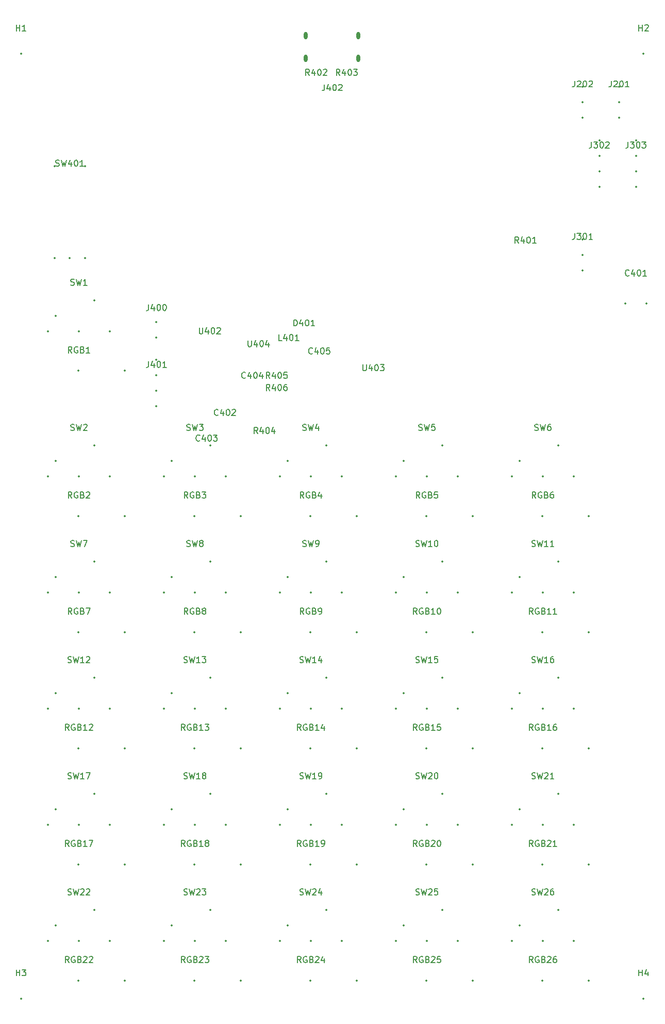
<source format=gbr>
%TF.GenerationSoftware,KiCad,Pcbnew,9.0.7*%
%TF.CreationDate,2026-03-01T07:38:40-05:00*%
%TF.ProjectId,Macropad,4d616372-6f70-4616-942e-6b696361645f,rev?*%
%TF.SameCoordinates,Original*%
%TF.FileFunction,Legend,Top*%
%TF.FilePolarity,Positive*%
%FSLAX46Y46*%
G04 Gerber Fmt 4.6, Leading zero omitted, Abs format (unit mm)*
G04 Created by KiCad (PCBNEW 9.0.7) date 2026-03-01 07:38:40*
%MOMM*%
%LPD*%
G01*
G04 APERTURE LIST*
%ADD10C,0.150000*%
%ADD11C,0.350000*%
%ADD12O,0.600000X1.200000*%
G04 APERTURE END LIST*
D10*
X8358333Y-13079819D02*
X8025000Y-12603628D01*
X7786905Y-13079819D02*
X7786905Y-12079819D01*
X7786905Y-12079819D02*
X8167857Y-12079819D01*
X8167857Y-12079819D02*
X8263095Y-12127438D01*
X8263095Y-12127438D02*
X8310714Y-12175057D01*
X8310714Y-12175057D02*
X8358333Y-12270295D01*
X8358333Y-12270295D02*
X8358333Y-12413152D01*
X8358333Y-12413152D02*
X8310714Y-12508390D01*
X8310714Y-12508390D02*
X8263095Y-12556009D01*
X8263095Y-12556009D02*
X8167857Y-12603628D01*
X8167857Y-12603628D02*
X7786905Y-12603628D01*
X9310714Y-12127438D02*
X9215476Y-12079819D01*
X9215476Y-12079819D02*
X9072619Y-12079819D01*
X9072619Y-12079819D02*
X8929762Y-12127438D01*
X8929762Y-12127438D02*
X8834524Y-12222676D01*
X8834524Y-12222676D02*
X8786905Y-12317914D01*
X8786905Y-12317914D02*
X8739286Y-12508390D01*
X8739286Y-12508390D02*
X8739286Y-12651247D01*
X8739286Y-12651247D02*
X8786905Y-12841723D01*
X8786905Y-12841723D02*
X8834524Y-12936961D01*
X8834524Y-12936961D02*
X8929762Y-13032200D01*
X8929762Y-13032200D02*
X9072619Y-13079819D01*
X9072619Y-13079819D02*
X9167857Y-13079819D01*
X9167857Y-13079819D02*
X9310714Y-13032200D01*
X9310714Y-13032200D02*
X9358333Y-12984580D01*
X9358333Y-12984580D02*
X9358333Y-12651247D01*
X9358333Y-12651247D02*
X9167857Y-12651247D01*
X10120238Y-12556009D02*
X10263095Y-12603628D01*
X10263095Y-12603628D02*
X10310714Y-12651247D01*
X10310714Y-12651247D02*
X10358333Y-12746485D01*
X10358333Y-12746485D02*
X10358333Y-12889342D01*
X10358333Y-12889342D02*
X10310714Y-12984580D01*
X10310714Y-12984580D02*
X10263095Y-13032200D01*
X10263095Y-13032200D02*
X10167857Y-13079819D01*
X10167857Y-13079819D02*
X9786905Y-13079819D01*
X9786905Y-13079819D02*
X9786905Y-12079819D01*
X9786905Y-12079819D02*
X10120238Y-12079819D01*
X10120238Y-12079819D02*
X10215476Y-12127438D01*
X10215476Y-12127438D02*
X10263095Y-12175057D01*
X10263095Y-12175057D02*
X10310714Y-12270295D01*
X10310714Y-12270295D02*
X10310714Y-12365533D01*
X10310714Y-12365533D02*
X10263095Y-12460771D01*
X10263095Y-12460771D02*
X10215476Y-12508390D01*
X10215476Y-12508390D02*
X10120238Y-12556009D01*
X10120238Y-12556009D02*
X9786905Y-12556009D01*
X11310714Y-13079819D02*
X10739286Y-13079819D01*
X11025000Y-13079819D02*
X11025000Y-12079819D01*
X11025000Y-12079819D02*
X10929762Y-12222676D01*
X10929762Y-12222676D02*
X10834524Y-12317914D01*
X10834524Y-12317914D02*
X10739286Y-12365533D01*
X90964285Y31545180D02*
X90964285Y30830895D01*
X90964285Y30830895D02*
X90916666Y30688038D01*
X90916666Y30688038D02*
X90821428Y30592800D01*
X90821428Y30592800D02*
X90678571Y30545180D01*
X90678571Y30545180D02*
X90583333Y30545180D01*
X91392857Y31449942D02*
X91440476Y31497561D01*
X91440476Y31497561D02*
X91535714Y31545180D01*
X91535714Y31545180D02*
X91773809Y31545180D01*
X91773809Y31545180D02*
X91869047Y31497561D01*
X91869047Y31497561D02*
X91916666Y31449942D01*
X91916666Y31449942D02*
X91964285Y31354704D01*
X91964285Y31354704D02*
X91964285Y31259466D01*
X91964285Y31259466D02*
X91916666Y31116609D01*
X91916666Y31116609D02*
X91345238Y30545180D01*
X91345238Y30545180D02*
X91964285Y30545180D01*
X92583333Y31545180D02*
X92678571Y31545180D01*
X92678571Y31545180D02*
X92773809Y31497561D01*
X92773809Y31497561D02*
X92821428Y31449942D01*
X92821428Y31449942D02*
X92869047Y31354704D01*
X92869047Y31354704D02*
X92916666Y31164228D01*
X92916666Y31164228D02*
X92916666Y30926133D01*
X92916666Y30926133D02*
X92869047Y30735657D01*
X92869047Y30735657D02*
X92821428Y30640419D01*
X92821428Y30640419D02*
X92773809Y30592800D01*
X92773809Y30592800D02*
X92678571Y30545180D01*
X92678571Y30545180D02*
X92583333Y30545180D01*
X92583333Y30545180D02*
X92488095Y30592800D01*
X92488095Y30592800D02*
X92440476Y30640419D01*
X92440476Y30640419D02*
X92392857Y30735657D01*
X92392857Y30735657D02*
X92345238Y30926133D01*
X92345238Y30926133D02*
X92345238Y31164228D01*
X92345238Y31164228D02*
X92392857Y31354704D01*
X92392857Y31354704D02*
X92440476Y31449942D01*
X92440476Y31449942D02*
X92488095Y31497561D01*
X92488095Y31497561D02*
X92583333Y31545180D01*
X93297619Y31449942D02*
X93345238Y31497561D01*
X93345238Y31497561D02*
X93440476Y31545180D01*
X93440476Y31545180D02*
X93678571Y31545180D01*
X93678571Y31545180D02*
X93773809Y31497561D01*
X93773809Y31497561D02*
X93821428Y31449942D01*
X93821428Y31449942D02*
X93869047Y31354704D01*
X93869047Y31354704D02*
X93869047Y31259466D01*
X93869047Y31259466D02*
X93821428Y31116609D01*
X93821428Y31116609D02*
X93250000Y30545180D01*
X93250000Y30545180D02*
X93869047Y30545180D01*
X83915476Y-101945200D02*
X84058333Y-101992819D01*
X84058333Y-101992819D02*
X84296428Y-101992819D01*
X84296428Y-101992819D02*
X84391666Y-101945200D01*
X84391666Y-101945200D02*
X84439285Y-101897580D01*
X84439285Y-101897580D02*
X84486904Y-101802342D01*
X84486904Y-101802342D02*
X84486904Y-101707104D01*
X84486904Y-101707104D02*
X84439285Y-101611866D01*
X84439285Y-101611866D02*
X84391666Y-101564247D01*
X84391666Y-101564247D02*
X84296428Y-101516628D01*
X84296428Y-101516628D02*
X84105952Y-101469009D01*
X84105952Y-101469009D02*
X84010714Y-101421390D01*
X84010714Y-101421390D02*
X83963095Y-101373771D01*
X83963095Y-101373771D02*
X83915476Y-101278533D01*
X83915476Y-101278533D02*
X83915476Y-101183295D01*
X83915476Y-101183295D02*
X83963095Y-101088057D01*
X83963095Y-101088057D02*
X84010714Y-101040438D01*
X84010714Y-101040438D02*
X84105952Y-100992819D01*
X84105952Y-100992819D02*
X84344047Y-100992819D01*
X84344047Y-100992819D02*
X84486904Y-101040438D01*
X84820238Y-100992819D02*
X85058333Y-101992819D01*
X85058333Y-101992819D02*
X85248809Y-101278533D01*
X85248809Y-101278533D02*
X85439285Y-101992819D01*
X85439285Y-101992819D02*
X85677381Y-100992819D01*
X86010714Y-101088057D02*
X86058333Y-101040438D01*
X86058333Y-101040438D02*
X86153571Y-100992819D01*
X86153571Y-100992819D02*
X86391666Y-100992819D01*
X86391666Y-100992819D02*
X86486904Y-101040438D01*
X86486904Y-101040438D02*
X86534523Y-101088057D01*
X86534523Y-101088057D02*
X86582142Y-101183295D01*
X86582142Y-101183295D02*
X86582142Y-101278533D01*
X86582142Y-101278533D02*
X86534523Y-101421390D01*
X86534523Y-101421390D02*
X85963095Y-101992819D01*
X85963095Y-101992819D02*
X86582142Y-101992819D01*
X87439285Y-100992819D02*
X87248809Y-100992819D01*
X87248809Y-100992819D02*
X87153571Y-101040438D01*
X87153571Y-101040438D02*
X87105952Y-101088057D01*
X87105952Y-101088057D02*
X87010714Y-101230914D01*
X87010714Y-101230914D02*
X86963095Y-101421390D01*
X86963095Y-101421390D02*
X86963095Y-101802342D01*
X86963095Y-101802342D02*
X87010714Y-101897580D01*
X87010714Y-101897580D02*
X87058333Y-101945200D01*
X87058333Y-101945200D02*
X87153571Y-101992819D01*
X87153571Y-101992819D02*
X87344047Y-101992819D01*
X87344047Y-101992819D02*
X87439285Y-101945200D01*
X87439285Y-101945200D02*
X87486904Y-101897580D01*
X87486904Y-101897580D02*
X87534523Y-101802342D01*
X87534523Y-101802342D02*
X87534523Y-101564247D01*
X87534523Y-101564247D02*
X87486904Y-101469009D01*
X87486904Y-101469009D02*
X87439285Y-101421390D01*
X87439285Y-101421390D02*
X87344047Y-101373771D01*
X87344047Y-101373771D02*
X87153571Y-101373771D01*
X87153571Y-101373771D02*
X87058333Y-101421390D01*
X87058333Y-101421390D02*
X87010714Y-101469009D01*
X87010714Y-101469009D02*
X86963095Y-101564247D01*
X45815476Y-63845200D02*
X45958333Y-63892819D01*
X45958333Y-63892819D02*
X46196428Y-63892819D01*
X46196428Y-63892819D02*
X46291666Y-63845200D01*
X46291666Y-63845200D02*
X46339285Y-63797580D01*
X46339285Y-63797580D02*
X46386904Y-63702342D01*
X46386904Y-63702342D02*
X46386904Y-63607104D01*
X46386904Y-63607104D02*
X46339285Y-63511866D01*
X46339285Y-63511866D02*
X46291666Y-63464247D01*
X46291666Y-63464247D02*
X46196428Y-63416628D01*
X46196428Y-63416628D02*
X46005952Y-63369009D01*
X46005952Y-63369009D02*
X45910714Y-63321390D01*
X45910714Y-63321390D02*
X45863095Y-63273771D01*
X45863095Y-63273771D02*
X45815476Y-63178533D01*
X45815476Y-63178533D02*
X45815476Y-63083295D01*
X45815476Y-63083295D02*
X45863095Y-62988057D01*
X45863095Y-62988057D02*
X45910714Y-62940438D01*
X45910714Y-62940438D02*
X46005952Y-62892819D01*
X46005952Y-62892819D02*
X46244047Y-62892819D01*
X46244047Y-62892819D02*
X46386904Y-62940438D01*
X46720238Y-62892819D02*
X46958333Y-63892819D01*
X46958333Y-63892819D02*
X47148809Y-63178533D01*
X47148809Y-63178533D02*
X47339285Y-63892819D01*
X47339285Y-63892819D02*
X47577381Y-62892819D01*
X48482142Y-63892819D02*
X47910714Y-63892819D01*
X48196428Y-63892819D02*
X48196428Y-62892819D01*
X48196428Y-62892819D02*
X48101190Y-63035676D01*
X48101190Y-63035676D02*
X48005952Y-63130914D01*
X48005952Y-63130914D02*
X47910714Y-63178533D01*
X49339285Y-63226152D02*
X49339285Y-63892819D01*
X49101190Y-62845200D02*
X48863095Y-63559485D01*
X48863095Y-63559485D02*
X49482142Y-63559485D01*
X99880952Y-359580D02*
X99833333Y-407200D01*
X99833333Y-407200D02*
X99690476Y-454819D01*
X99690476Y-454819D02*
X99595238Y-454819D01*
X99595238Y-454819D02*
X99452381Y-407200D01*
X99452381Y-407200D02*
X99357143Y-311961D01*
X99357143Y-311961D02*
X99309524Y-216723D01*
X99309524Y-216723D02*
X99261905Y-26247D01*
X99261905Y-26247D02*
X99261905Y116609D01*
X99261905Y116609D02*
X99309524Y307085D01*
X99309524Y307085D02*
X99357143Y402323D01*
X99357143Y402323D02*
X99452381Y497561D01*
X99452381Y497561D02*
X99595238Y545180D01*
X99595238Y545180D02*
X99690476Y545180D01*
X99690476Y545180D02*
X99833333Y497561D01*
X99833333Y497561D02*
X99880952Y449942D01*
X100738095Y211847D02*
X100738095Y-454819D01*
X100500000Y592800D02*
X100261905Y-121485D01*
X100261905Y-121485D02*
X100880952Y-121485D01*
X101452381Y545180D02*
X101547619Y545180D01*
X101547619Y545180D02*
X101642857Y497561D01*
X101642857Y497561D02*
X101690476Y449942D01*
X101690476Y449942D02*
X101738095Y354704D01*
X101738095Y354704D02*
X101785714Y164228D01*
X101785714Y164228D02*
X101785714Y-73866D01*
X101785714Y-73866D02*
X101738095Y-264342D01*
X101738095Y-264342D02*
X101690476Y-359580D01*
X101690476Y-359580D02*
X101642857Y-407200D01*
X101642857Y-407200D02*
X101547619Y-454819D01*
X101547619Y-454819D02*
X101452381Y-454819D01*
X101452381Y-454819D02*
X101357143Y-407200D01*
X101357143Y-407200D02*
X101309524Y-359580D01*
X101309524Y-359580D02*
X101261905Y-264342D01*
X101261905Y-264342D02*
X101214286Y-73866D01*
X101214286Y-73866D02*
X101214286Y164228D01*
X101214286Y164228D02*
X101261905Y354704D01*
X101261905Y354704D02*
X101309524Y449942D01*
X101309524Y449942D02*
X101357143Y497561D01*
X101357143Y497561D02*
X101452381Y545180D01*
X102738095Y-454819D02*
X102166667Y-454819D01*
X102452381Y-454819D02*
X102452381Y545180D01*
X102452381Y545180D02*
X102357143Y402323D01*
X102357143Y402323D02*
X102261905Y307085D01*
X102261905Y307085D02*
X102166667Y259466D01*
X8358333Y-36891819D02*
X8025000Y-36415628D01*
X7786905Y-36891819D02*
X7786905Y-35891819D01*
X7786905Y-35891819D02*
X8167857Y-35891819D01*
X8167857Y-35891819D02*
X8263095Y-35939438D01*
X8263095Y-35939438D02*
X8310714Y-35987057D01*
X8310714Y-35987057D02*
X8358333Y-36082295D01*
X8358333Y-36082295D02*
X8358333Y-36225152D01*
X8358333Y-36225152D02*
X8310714Y-36320390D01*
X8310714Y-36320390D02*
X8263095Y-36368009D01*
X8263095Y-36368009D02*
X8167857Y-36415628D01*
X8167857Y-36415628D02*
X7786905Y-36415628D01*
X9310714Y-35939438D02*
X9215476Y-35891819D01*
X9215476Y-35891819D02*
X9072619Y-35891819D01*
X9072619Y-35891819D02*
X8929762Y-35939438D01*
X8929762Y-35939438D02*
X8834524Y-36034676D01*
X8834524Y-36034676D02*
X8786905Y-36129914D01*
X8786905Y-36129914D02*
X8739286Y-36320390D01*
X8739286Y-36320390D02*
X8739286Y-36463247D01*
X8739286Y-36463247D02*
X8786905Y-36653723D01*
X8786905Y-36653723D02*
X8834524Y-36748961D01*
X8834524Y-36748961D02*
X8929762Y-36844200D01*
X8929762Y-36844200D02*
X9072619Y-36891819D01*
X9072619Y-36891819D02*
X9167857Y-36891819D01*
X9167857Y-36891819D02*
X9310714Y-36844200D01*
X9310714Y-36844200D02*
X9358333Y-36796580D01*
X9358333Y-36796580D02*
X9358333Y-36463247D01*
X9358333Y-36463247D02*
X9167857Y-36463247D01*
X10120238Y-36368009D02*
X10263095Y-36415628D01*
X10263095Y-36415628D02*
X10310714Y-36463247D01*
X10310714Y-36463247D02*
X10358333Y-36558485D01*
X10358333Y-36558485D02*
X10358333Y-36701342D01*
X10358333Y-36701342D02*
X10310714Y-36796580D01*
X10310714Y-36796580D02*
X10263095Y-36844200D01*
X10263095Y-36844200D02*
X10167857Y-36891819D01*
X10167857Y-36891819D02*
X9786905Y-36891819D01*
X9786905Y-36891819D02*
X9786905Y-35891819D01*
X9786905Y-35891819D02*
X10120238Y-35891819D01*
X10120238Y-35891819D02*
X10215476Y-35939438D01*
X10215476Y-35939438D02*
X10263095Y-35987057D01*
X10263095Y-35987057D02*
X10310714Y-36082295D01*
X10310714Y-36082295D02*
X10310714Y-36177533D01*
X10310714Y-36177533D02*
X10263095Y-36272771D01*
X10263095Y-36272771D02*
X10215476Y-36320390D01*
X10215476Y-36320390D02*
X10120238Y-36368009D01*
X10120238Y-36368009D02*
X9786905Y-36368009D01*
X10739286Y-35987057D02*
X10786905Y-35939438D01*
X10786905Y-35939438D02*
X10882143Y-35891819D01*
X10882143Y-35891819D02*
X11120238Y-35891819D01*
X11120238Y-35891819D02*
X11215476Y-35939438D01*
X11215476Y-35939438D02*
X11263095Y-35987057D01*
X11263095Y-35987057D02*
X11310714Y-36082295D01*
X11310714Y-36082295D02*
X11310714Y-36177533D01*
X11310714Y-36177533D02*
X11263095Y-36320390D01*
X11263095Y-36320390D02*
X10691667Y-36891819D01*
X10691667Y-36891819D02*
X11310714Y-36891819D01*
X84082142Y-113092819D02*
X83748809Y-112616628D01*
X83510714Y-113092819D02*
X83510714Y-112092819D01*
X83510714Y-112092819D02*
X83891666Y-112092819D01*
X83891666Y-112092819D02*
X83986904Y-112140438D01*
X83986904Y-112140438D02*
X84034523Y-112188057D01*
X84034523Y-112188057D02*
X84082142Y-112283295D01*
X84082142Y-112283295D02*
X84082142Y-112426152D01*
X84082142Y-112426152D02*
X84034523Y-112521390D01*
X84034523Y-112521390D02*
X83986904Y-112569009D01*
X83986904Y-112569009D02*
X83891666Y-112616628D01*
X83891666Y-112616628D02*
X83510714Y-112616628D01*
X85034523Y-112140438D02*
X84939285Y-112092819D01*
X84939285Y-112092819D02*
X84796428Y-112092819D01*
X84796428Y-112092819D02*
X84653571Y-112140438D01*
X84653571Y-112140438D02*
X84558333Y-112235676D01*
X84558333Y-112235676D02*
X84510714Y-112330914D01*
X84510714Y-112330914D02*
X84463095Y-112521390D01*
X84463095Y-112521390D02*
X84463095Y-112664247D01*
X84463095Y-112664247D02*
X84510714Y-112854723D01*
X84510714Y-112854723D02*
X84558333Y-112949961D01*
X84558333Y-112949961D02*
X84653571Y-113045200D01*
X84653571Y-113045200D02*
X84796428Y-113092819D01*
X84796428Y-113092819D02*
X84891666Y-113092819D01*
X84891666Y-113092819D02*
X85034523Y-113045200D01*
X85034523Y-113045200D02*
X85082142Y-112997580D01*
X85082142Y-112997580D02*
X85082142Y-112664247D01*
X85082142Y-112664247D02*
X84891666Y-112664247D01*
X85844047Y-112569009D02*
X85986904Y-112616628D01*
X85986904Y-112616628D02*
X86034523Y-112664247D01*
X86034523Y-112664247D02*
X86082142Y-112759485D01*
X86082142Y-112759485D02*
X86082142Y-112902342D01*
X86082142Y-112902342D02*
X86034523Y-112997580D01*
X86034523Y-112997580D02*
X85986904Y-113045200D01*
X85986904Y-113045200D02*
X85891666Y-113092819D01*
X85891666Y-113092819D02*
X85510714Y-113092819D01*
X85510714Y-113092819D02*
X85510714Y-112092819D01*
X85510714Y-112092819D02*
X85844047Y-112092819D01*
X85844047Y-112092819D02*
X85939285Y-112140438D01*
X85939285Y-112140438D02*
X85986904Y-112188057D01*
X85986904Y-112188057D02*
X86034523Y-112283295D01*
X86034523Y-112283295D02*
X86034523Y-112378533D01*
X86034523Y-112378533D02*
X85986904Y-112473771D01*
X85986904Y-112473771D02*
X85939285Y-112521390D01*
X85939285Y-112521390D02*
X85844047Y-112569009D01*
X85844047Y-112569009D02*
X85510714Y-112569009D01*
X86463095Y-112188057D02*
X86510714Y-112140438D01*
X86510714Y-112140438D02*
X86605952Y-112092819D01*
X86605952Y-112092819D02*
X86844047Y-112092819D01*
X86844047Y-112092819D02*
X86939285Y-112140438D01*
X86939285Y-112140438D02*
X86986904Y-112188057D01*
X86986904Y-112188057D02*
X87034523Y-112283295D01*
X87034523Y-112283295D02*
X87034523Y-112378533D01*
X87034523Y-112378533D02*
X86986904Y-112521390D01*
X86986904Y-112521390D02*
X86415476Y-113092819D01*
X86415476Y-113092819D02*
X87034523Y-113092819D01*
X87891666Y-112092819D02*
X87701190Y-112092819D01*
X87701190Y-112092819D02*
X87605952Y-112140438D01*
X87605952Y-112140438D02*
X87558333Y-112188057D01*
X87558333Y-112188057D02*
X87463095Y-112330914D01*
X87463095Y-112330914D02*
X87415476Y-112521390D01*
X87415476Y-112521390D02*
X87415476Y-112902342D01*
X87415476Y-112902342D02*
X87463095Y-112997580D01*
X87463095Y-112997580D02*
X87510714Y-113045200D01*
X87510714Y-113045200D02*
X87605952Y-113092819D01*
X87605952Y-113092819D02*
X87796428Y-113092819D01*
X87796428Y-113092819D02*
X87891666Y-113045200D01*
X87891666Y-113045200D02*
X87939285Y-112997580D01*
X87939285Y-112997580D02*
X87986904Y-112902342D01*
X87986904Y-112902342D02*
X87986904Y-112664247D01*
X87986904Y-112664247D02*
X87939285Y-112569009D01*
X87939285Y-112569009D02*
X87891666Y-112521390D01*
X87891666Y-112521390D02*
X87796428Y-112473771D01*
X87796428Y-112473771D02*
X87605952Y-112473771D01*
X87605952Y-112473771D02*
X87510714Y-112521390D01*
X87510714Y-112521390D02*
X87463095Y-112569009D01*
X87463095Y-112569009D02*
X87415476Y-112664247D01*
X101488095Y-115254819D02*
X101488095Y-114254819D01*
X101488095Y-114731009D02*
X102059523Y-114731009D01*
X102059523Y-115254819D02*
X102059523Y-114254819D01*
X102964285Y-114588152D02*
X102964285Y-115254819D01*
X102726190Y-114207200D02*
X102488095Y-114921485D01*
X102488095Y-114921485D02*
X103107142Y-114921485D01*
X8358333Y-55942819D02*
X8025000Y-55466628D01*
X7786905Y-55942819D02*
X7786905Y-54942819D01*
X7786905Y-54942819D02*
X8167857Y-54942819D01*
X8167857Y-54942819D02*
X8263095Y-54990438D01*
X8263095Y-54990438D02*
X8310714Y-55038057D01*
X8310714Y-55038057D02*
X8358333Y-55133295D01*
X8358333Y-55133295D02*
X8358333Y-55276152D01*
X8358333Y-55276152D02*
X8310714Y-55371390D01*
X8310714Y-55371390D02*
X8263095Y-55419009D01*
X8263095Y-55419009D02*
X8167857Y-55466628D01*
X8167857Y-55466628D02*
X7786905Y-55466628D01*
X9310714Y-54990438D02*
X9215476Y-54942819D01*
X9215476Y-54942819D02*
X9072619Y-54942819D01*
X9072619Y-54942819D02*
X8929762Y-54990438D01*
X8929762Y-54990438D02*
X8834524Y-55085676D01*
X8834524Y-55085676D02*
X8786905Y-55180914D01*
X8786905Y-55180914D02*
X8739286Y-55371390D01*
X8739286Y-55371390D02*
X8739286Y-55514247D01*
X8739286Y-55514247D02*
X8786905Y-55704723D01*
X8786905Y-55704723D02*
X8834524Y-55799961D01*
X8834524Y-55799961D02*
X8929762Y-55895200D01*
X8929762Y-55895200D02*
X9072619Y-55942819D01*
X9072619Y-55942819D02*
X9167857Y-55942819D01*
X9167857Y-55942819D02*
X9310714Y-55895200D01*
X9310714Y-55895200D02*
X9358333Y-55847580D01*
X9358333Y-55847580D02*
X9358333Y-55514247D01*
X9358333Y-55514247D02*
X9167857Y-55514247D01*
X10120238Y-55419009D02*
X10263095Y-55466628D01*
X10263095Y-55466628D02*
X10310714Y-55514247D01*
X10310714Y-55514247D02*
X10358333Y-55609485D01*
X10358333Y-55609485D02*
X10358333Y-55752342D01*
X10358333Y-55752342D02*
X10310714Y-55847580D01*
X10310714Y-55847580D02*
X10263095Y-55895200D01*
X10263095Y-55895200D02*
X10167857Y-55942819D01*
X10167857Y-55942819D02*
X9786905Y-55942819D01*
X9786905Y-55942819D02*
X9786905Y-54942819D01*
X9786905Y-54942819D02*
X10120238Y-54942819D01*
X10120238Y-54942819D02*
X10215476Y-54990438D01*
X10215476Y-54990438D02*
X10263095Y-55038057D01*
X10263095Y-55038057D02*
X10310714Y-55133295D01*
X10310714Y-55133295D02*
X10310714Y-55228533D01*
X10310714Y-55228533D02*
X10263095Y-55323771D01*
X10263095Y-55323771D02*
X10215476Y-55371390D01*
X10215476Y-55371390D02*
X10120238Y-55419009D01*
X10120238Y-55419009D02*
X9786905Y-55419009D01*
X10691667Y-54942819D02*
X11358333Y-54942819D01*
X11358333Y-54942819D02*
X10929762Y-55942819D01*
X7882142Y-113092819D02*
X7548809Y-112616628D01*
X7310714Y-113092819D02*
X7310714Y-112092819D01*
X7310714Y-112092819D02*
X7691666Y-112092819D01*
X7691666Y-112092819D02*
X7786904Y-112140438D01*
X7786904Y-112140438D02*
X7834523Y-112188057D01*
X7834523Y-112188057D02*
X7882142Y-112283295D01*
X7882142Y-112283295D02*
X7882142Y-112426152D01*
X7882142Y-112426152D02*
X7834523Y-112521390D01*
X7834523Y-112521390D02*
X7786904Y-112569009D01*
X7786904Y-112569009D02*
X7691666Y-112616628D01*
X7691666Y-112616628D02*
X7310714Y-112616628D01*
X8834523Y-112140438D02*
X8739285Y-112092819D01*
X8739285Y-112092819D02*
X8596428Y-112092819D01*
X8596428Y-112092819D02*
X8453571Y-112140438D01*
X8453571Y-112140438D02*
X8358333Y-112235676D01*
X8358333Y-112235676D02*
X8310714Y-112330914D01*
X8310714Y-112330914D02*
X8263095Y-112521390D01*
X8263095Y-112521390D02*
X8263095Y-112664247D01*
X8263095Y-112664247D02*
X8310714Y-112854723D01*
X8310714Y-112854723D02*
X8358333Y-112949961D01*
X8358333Y-112949961D02*
X8453571Y-113045200D01*
X8453571Y-113045200D02*
X8596428Y-113092819D01*
X8596428Y-113092819D02*
X8691666Y-113092819D01*
X8691666Y-113092819D02*
X8834523Y-113045200D01*
X8834523Y-113045200D02*
X8882142Y-112997580D01*
X8882142Y-112997580D02*
X8882142Y-112664247D01*
X8882142Y-112664247D02*
X8691666Y-112664247D01*
X9644047Y-112569009D02*
X9786904Y-112616628D01*
X9786904Y-112616628D02*
X9834523Y-112664247D01*
X9834523Y-112664247D02*
X9882142Y-112759485D01*
X9882142Y-112759485D02*
X9882142Y-112902342D01*
X9882142Y-112902342D02*
X9834523Y-112997580D01*
X9834523Y-112997580D02*
X9786904Y-113045200D01*
X9786904Y-113045200D02*
X9691666Y-113092819D01*
X9691666Y-113092819D02*
X9310714Y-113092819D01*
X9310714Y-113092819D02*
X9310714Y-112092819D01*
X9310714Y-112092819D02*
X9644047Y-112092819D01*
X9644047Y-112092819D02*
X9739285Y-112140438D01*
X9739285Y-112140438D02*
X9786904Y-112188057D01*
X9786904Y-112188057D02*
X9834523Y-112283295D01*
X9834523Y-112283295D02*
X9834523Y-112378533D01*
X9834523Y-112378533D02*
X9786904Y-112473771D01*
X9786904Y-112473771D02*
X9739285Y-112521390D01*
X9739285Y-112521390D02*
X9644047Y-112569009D01*
X9644047Y-112569009D02*
X9310714Y-112569009D01*
X10263095Y-112188057D02*
X10310714Y-112140438D01*
X10310714Y-112140438D02*
X10405952Y-112092819D01*
X10405952Y-112092819D02*
X10644047Y-112092819D01*
X10644047Y-112092819D02*
X10739285Y-112140438D01*
X10739285Y-112140438D02*
X10786904Y-112188057D01*
X10786904Y-112188057D02*
X10834523Y-112283295D01*
X10834523Y-112283295D02*
X10834523Y-112378533D01*
X10834523Y-112378533D02*
X10786904Y-112521390D01*
X10786904Y-112521390D02*
X10215476Y-113092819D01*
X10215476Y-113092819D02*
X10834523Y-113092819D01*
X11215476Y-112188057D02*
X11263095Y-112140438D01*
X11263095Y-112140438D02*
X11358333Y-112092819D01*
X11358333Y-112092819D02*
X11596428Y-112092819D01*
X11596428Y-112092819D02*
X11691666Y-112140438D01*
X11691666Y-112140438D02*
X11739285Y-112188057D01*
X11739285Y-112188057D02*
X11786904Y-112283295D01*
X11786904Y-112283295D02*
X11786904Y-112378533D01*
X11786904Y-112378533D02*
X11739285Y-112521390D01*
X11739285Y-112521390D02*
X11167857Y-113092819D01*
X11167857Y-113092819D02*
X11786904Y-113092819D01*
X32380952Y-23259580D02*
X32333333Y-23307200D01*
X32333333Y-23307200D02*
X32190476Y-23354819D01*
X32190476Y-23354819D02*
X32095238Y-23354819D01*
X32095238Y-23354819D02*
X31952381Y-23307200D01*
X31952381Y-23307200D02*
X31857143Y-23211961D01*
X31857143Y-23211961D02*
X31809524Y-23116723D01*
X31809524Y-23116723D02*
X31761905Y-22926247D01*
X31761905Y-22926247D02*
X31761905Y-22783390D01*
X31761905Y-22783390D02*
X31809524Y-22592914D01*
X31809524Y-22592914D02*
X31857143Y-22497676D01*
X31857143Y-22497676D02*
X31952381Y-22402438D01*
X31952381Y-22402438D02*
X32095238Y-22354819D01*
X32095238Y-22354819D02*
X32190476Y-22354819D01*
X32190476Y-22354819D02*
X32333333Y-22402438D01*
X32333333Y-22402438D02*
X32380952Y-22450057D01*
X33238095Y-22688152D02*
X33238095Y-23354819D01*
X33000000Y-22307200D02*
X32761905Y-23021485D01*
X32761905Y-23021485D02*
X33380952Y-23021485D01*
X33952381Y-22354819D02*
X34047619Y-22354819D01*
X34047619Y-22354819D02*
X34142857Y-22402438D01*
X34142857Y-22402438D02*
X34190476Y-22450057D01*
X34190476Y-22450057D02*
X34238095Y-22545295D01*
X34238095Y-22545295D02*
X34285714Y-22735771D01*
X34285714Y-22735771D02*
X34285714Y-22973866D01*
X34285714Y-22973866D02*
X34238095Y-23164342D01*
X34238095Y-23164342D02*
X34190476Y-23259580D01*
X34190476Y-23259580D02*
X34142857Y-23307200D01*
X34142857Y-23307200D02*
X34047619Y-23354819D01*
X34047619Y-23354819D02*
X33952381Y-23354819D01*
X33952381Y-23354819D02*
X33857143Y-23307200D01*
X33857143Y-23307200D02*
X33809524Y-23259580D01*
X33809524Y-23259580D02*
X33761905Y-23164342D01*
X33761905Y-23164342D02*
X33714286Y-22973866D01*
X33714286Y-22973866D02*
X33714286Y-22735771D01*
X33714286Y-22735771D02*
X33761905Y-22545295D01*
X33761905Y-22545295D02*
X33809524Y-22450057D01*
X33809524Y-22450057D02*
X33857143Y-22402438D01*
X33857143Y-22402438D02*
X33952381Y-22354819D01*
X34666667Y-22450057D02*
X34714286Y-22402438D01*
X34714286Y-22402438D02*
X34809524Y-22354819D01*
X34809524Y-22354819D02*
X35047619Y-22354819D01*
X35047619Y-22354819D02*
X35142857Y-22402438D01*
X35142857Y-22402438D02*
X35190476Y-22450057D01*
X35190476Y-22450057D02*
X35238095Y-22545295D01*
X35238095Y-22545295D02*
X35238095Y-22640533D01*
X35238095Y-22640533D02*
X35190476Y-22783390D01*
X35190476Y-22783390D02*
X34619048Y-23354819D01*
X34619048Y-23354819D02*
X35238095Y-23354819D01*
X64865476Y-44795200D02*
X65008333Y-44842819D01*
X65008333Y-44842819D02*
X65246428Y-44842819D01*
X65246428Y-44842819D02*
X65341666Y-44795200D01*
X65341666Y-44795200D02*
X65389285Y-44747580D01*
X65389285Y-44747580D02*
X65436904Y-44652342D01*
X65436904Y-44652342D02*
X65436904Y-44557104D01*
X65436904Y-44557104D02*
X65389285Y-44461866D01*
X65389285Y-44461866D02*
X65341666Y-44414247D01*
X65341666Y-44414247D02*
X65246428Y-44366628D01*
X65246428Y-44366628D02*
X65055952Y-44319009D01*
X65055952Y-44319009D02*
X64960714Y-44271390D01*
X64960714Y-44271390D02*
X64913095Y-44223771D01*
X64913095Y-44223771D02*
X64865476Y-44128533D01*
X64865476Y-44128533D02*
X64865476Y-44033295D01*
X64865476Y-44033295D02*
X64913095Y-43938057D01*
X64913095Y-43938057D02*
X64960714Y-43890438D01*
X64960714Y-43890438D02*
X65055952Y-43842819D01*
X65055952Y-43842819D02*
X65294047Y-43842819D01*
X65294047Y-43842819D02*
X65436904Y-43890438D01*
X65770238Y-43842819D02*
X66008333Y-44842819D01*
X66008333Y-44842819D02*
X66198809Y-44128533D01*
X66198809Y-44128533D02*
X66389285Y-44842819D01*
X66389285Y-44842819D02*
X66627381Y-43842819D01*
X67532142Y-44842819D02*
X66960714Y-44842819D01*
X67246428Y-44842819D02*
X67246428Y-43842819D01*
X67246428Y-43842819D02*
X67151190Y-43985676D01*
X67151190Y-43985676D02*
X67055952Y-44080914D01*
X67055952Y-44080914D02*
X66960714Y-44128533D01*
X68151190Y-43842819D02*
X68246428Y-43842819D01*
X68246428Y-43842819D02*
X68341666Y-43890438D01*
X68341666Y-43890438D02*
X68389285Y-43938057D01*
X68389285Y-43938057D02*
X68436904Y-44033295D01*
X68436904Y-44033295D02*
X68484523Y-44223771D01*
X68484523Y-44223771D02*
X68484523Y-44461866D01*
X68484523Y-44461866D02*
X68436904Y-44652342D01*
X68436904Y-44652342D02*
X68389285Y-44747580D01*
X68389285Y-44747580D02*
X68341666Y-44795200D01*
X68341666Y-44795200D02*
X68246428Y-44842819D01*
X68246428Y-44842819D02*
X68151190Y-44842819D01*
X68151190Y-44842819D02*
X68055952Y-44795200D01*
X68055952Y-44795200D02*
X68008333Y-44747580D01*
X68008333Y-44747580D02*
X67960714Y-44652342D01*
X67960714Y-44652342D02*
X67913095Y-44461866D01*
X67913095Y-44461866D02*
X67913095Y-44223771D01*
X67913095Y-44223771D02*
X67960714Y-44033295D01*
X67960714Y-44033295D02*
X68008333Y-43938057D01*
X68008333Y-43938057D02*
X68055952Y-43890438D01*
X68055952Y-43890438D02*
X68151190Y-43842819D01*
X26765476Y-101945200D02*
X26908333Y-101992819D01*
X26908333Y-101992819D02*
X27146428Y-101992819D01*
X27146428Y-101992819D02*
X27241666Y-101945200D01*
X27241666Y-101945200D02*
X27289285Y-101897580D01*
X27289285Y-101897580D02*
X27336904Y-101802342D01*
X27336904Y-101802342D02*
X27336904Y-101707104D01*
X27336904Y-101707104D02*
X27289285Y-101611866D01*
X27289285Y-101611866D02*
X27241666Y-101564247D01*
X27241666Y-101564247D02*
X27146428Y-101516628D01*
X27146428Y-101516628D02*
X26955952Y-101469009D01*
X26955952Y-101469009D02*
X26860714Y-101421390D01*
X26860714Y-101421390D02*
X26813095Y-101373771D01*
X26813095Y-101373771D02*
X26765476Y-101278533D01*
X26765476Y-101278533D02*
X26765476Y-101183295D01*
X26765476Y-101183295D02*
X26813095Y-101088057D01*
X26813095Y-101088057D02*
X26860714Y-101040438D01*
X26860714Y-101040438D02*
X26955952Y-100992819D01*
X26955952Y-100992819D02*
X27194047Y-100992819D01*
X27194047Y-100992819D02*
X27336904Y-101040438D01*
X27670238Y-100992819D02*
X27908333Y-101992819D01*
X27908333Y-101992819D02*
X28098809Y-101278533D01*
X28098809Y-101278533D02*
X28289285Y-101992819D01*
X28289285Y-101992819D02*
X28527381Y-100992819D01*
X28860714Y-101088057D02*
X28908333Y-101040438D01*
X28908333Y-101040438D02*
X29003571Y-100992819D01*
X29003571Y-100992819D02*
X29241666Y-100992819D01*
X29241666Y-100992819D02*
X29336904Y-101040438D01*
X29336904Y-101040438D02*
X29384523Y-101088057D01*
X29384523Y-101088057D02*
X29432142Y-101183295D01*
X29432142Y-101183295D02*
X29432142Y-101278533D01*
X29432142Y-101278533D02*
X29384523Y-101421390D01*
X29384523Y-101421390D02*
X28813095Y-101992819D01*
X28813095Y-101992819D02*
X29432142Y-101992819D01*
X29765476Y-100992819D02*
X30384523Y-100992819D01*
X30384523Y-100992819D02*
X30051190Y-101373771D01*
X30051190Y-101373771D02*
X30194047Y-101373771D01*
X30194047Y-101373771D02*
X30289285Y-101421390D01*
X30289285Y-101421390D02*
X30336904Y-101469009D01*
X30336904Y-101469009D02*
X30384523Y-101564247D01*
X30384523Y-101564247D02*
X30384523Y-101802342D01*
X30384523Y-101802342D02*
X30336904Y-101897580D01*
X30336904Y-101897580D02*
X30289285Y-101945200D01*
X30289285Y-101945200D02*
X30194047Y-101992819D01*
X30194047Y-101992819D02*
X29908333Y-101992819D01*
X29908333Y-101992819D02*
X29813095Y-101945200D01*
X29813095Y-101945200D02*
X29765476Y-101897580D01*
X84082142Y-94041819D02*
X83748809Y-93565628D01*
X83510714Y-94041819D02*
X83510714Y-93041819D01*
X83510714Y-93041819D02*
X83891666Y-93041819D01*
X83891666Y-93041819D02*
X83986904Y-93089438D01*
X83986904Y-93089438D02*
X84034523Y-93137057D01*
X84034523Y-93137057D02*
X84082142Y-93232295D01*
X84082142Y-93232295D02*
X84082142Y-93375152D01*
X84082142Y-93375152D02*
X84034523Y-93470390D01*
X84034523Y-93470390D02*
X83986904Y-93518009D01*
X83986904Y-93518009D02*
X83891666Y-93565628D01*
X83891666Y-93565628D02*
X83510714Y-93565628D01*
X85034523Y-93089438D02*
X84939285Y-93041819D01*
X84939285Y-93041819D02*
X84796428Y-93041819D01*
X84796428Y-93041819D02*
X84653571Y-93089438D01*
X84653571Y-93089438D02*
X84558333Y-93184676D01*
X84558333Y-93184676D02*
X84510714Y-93279914D01*
X84510714Y-93279914D02*
X84463095Y-93470390D01*
X84463095Y-93470390D02*
X84463095Y-93613247D01*
X84463095Y-93613247D02*
X84510714Y-93803723D01*
X84510714Y-93803723D02*
X84558333Y-93898961D01*
X84558333Y-93898961D02*
X84653571Y-93994200D01*
X84653571Y-93994200D02*
X84796428Y-94041819D01*
X84796428Y-94041819D02*
X84891666Y-94041819D01*
X84891666Y-94041819D02*
X85034523Y-93994200D01*
X85034523Y-93994200D02*
X85082142Y-93946580D01*
X85082142Y-93946580D02*
X85082142Y-93613247D01*
X85082142Y-93613247D02*
X84891666Y-93613247D01*
X85844047Y-93518009D02*
X85986904Y-93565628D01*
X85986904Y-93565628D02*
X86034523Y-93613247D01*
X86034523Y-93613247D02*
X86082142Y-93708485D01*
X86082142Y-93708485D02*
X86082142Y-93851342D01*
X86082142Y-93851342D02*
X86034523Y-93946580D01*
X86034523Y-93946580D02*
X85986904Y-93994200D01*
X85986904Y-93994200D02*
X85891666Y-94041819D01*
X85891666Y-94041819D02*
X85510714Y-94041819D01*
X85510714Y-94041819D02*
X85510714Y-93041819D01*
X85510714Y-93041819D02*
X85844047Y-93041819D01*
X85844047Y-93041819D02*
X85939285Y-93089438D01*
X85939285Y-93089438D02*
X85986904Y-93137057D01*
X85986904Y-93137057D02*
X86034523Y-93232295D01*
X86034523Y-93232295D02*
X86034523Y-93327533D01*
X86034523Y-93327533D02*
X85986904Y-93422771D01*
X85986904Y-93422771D02*
X85939285Y-93470390D01*
X85939285Y-93470390D02*
X85844047Y-93518009D01*
X85844047Y-93518009D02*
X85510714Y-93518009D01*
X86463095Y-93137057D02*
X86510714Y-93089438D01*
X86510714Y-93089438D02*
X86605952Y-93041819D01*
X86605952Y-93041819D02*
X86844047Y-93041819D01*
X86844047Y-93041819D02*
X86939285Y-93089438D01*
X86939285Y-93089438D02*
X86986904Y-93137057D01*
X86986904Y-93137057D02*
X87034523Y-93232295D01*
X87034523Y-93232295D02*
X87034523Y-93327533D01*
X87034523Y-93327533D02*
X86986904Y-93470390D01*
X86986904Y-93470390D02*
X86415476Y-94041819D01*
X86415476Y-94041819D02*
X87034523Y-94041819D01*
X87986904Y-94041819D02*
X87415476Y-94041819D01*
X87701190Y-94041819D02*
X87701190Y-93041819D01*
X87701190Y-93041819D02*
X87605952Y-93184676D01*
X87605952Y-93184676D02*
X87510714Y-93279914D01*
X87510714Y-93279914D02*
X87415476Y-93327533D01*
X65032142Y-74992819D02*
X64698809Y-74516628D01*
X64460714Y-74992819D02*
X64460714Y-73992819D01*
X64460714Y-73992819D02*
X64841666Y-73992819D01*
X64841666Y-73992819D02*
X64936904Y-74040438D01*
X64936904Y-74040438D02*
X64984523Y-74088057D01*
X64984523Y-74088057D02*
X65032142Y-74183295D01*
X65032142Y-74183295D02*
X65032142Y-74326152D01*
X65032142Y-74326152D02*
X64984523Y-74421390D01*
X64984523Y-74421390D02*
X64936904Y-74469009D01*
X64936904Y-74469009D02*
X64841666Y-74516628D01*
X64841666Y-74516628D02*
X64460714Y-74516628D01*
X65984523Y-74040438D02*
X65889285Y-73992819D01*
X65889285Y-73992819D02*
X65746428Y-73992819D01*
X65746428Y-73992819D02*
X65603571Y-74040438D01*
X65603571Y-74040438D02*
X65508333Y-74135676D01*
X65508333Y-74135676D02*
X65460714Y-74230914D01*
X65460714Y-74230914D02*
X65413095Y-74421390D01*
X65413095Y-74421390D02*
X65413095Y-74564247D01*
X65413095Y-74564247D02*
X65460714Y-74754723D01*
X65460714Y-74754723D02*
X65508333Y-74849961D01*
X65508333Y-74849961D02*
X65603571Y-74945200D01*
X65603571Y-74945200D02*
X65746428Y-74992819D01*
X65746428Y-74992819D02*
X65841666Y-74992819D01*
X65841666Y-74992819D02*
X65984523Y-74945200D01*
X65984523Y-74945200D02*
X66032142Y-74897580D01*
X66032142Y-74897580D02*
X66032142Y-74564247D01*
X66032142Y-74564247D02*
X65841666Y-74564247D01*
X66794047Y-74469009D02*
X66936904Y-74516628D01*
X66936904Y-74516628D02*
X66984523Y-74564247D01*
X66984523Y-74564247D02*
X67032142Y-74659485D01*
X67032142Y-74659485D02*
X67032142Y-74802342D01*
X67032142Y-74802342D02*
X66984523Y-74897580D01*
X66984523Y-74897580D02*
X66936904Y-74945200D01*
X66936904Y-74945200D02*
X66841666Y-74992819D01*
X66841666Y-74992819D02*
X66460714Y-74992819D01*
X66460714Y-74992819D02*
X66460714Y-73992819D01*
X66460714Y-73992819D02*
X66794047Y-73992819D01*
X66794047Y-73992819D02*
X66889285Y-74040438D01*
X66889285Y-74040438D02*
X66936904Y-74088057D01*
X66936904Y-74088057D02*
X66984523Y-74183295D01*
X66984523Y-74183295D02*
X66984523Y-74278533D01*
X66984523Y-74278533D02*
X66936904Y-74373771D01*
X66936904Y-74373771D02*
X66889285Y-74421390D01*
X66889285Y-74421390D02*
X66794047Y-74469009D01*
X66794047Y-74469009D02*
X66460714Y-74469009D01*
X67984523Y-74992819D02*
X67413095Y-74992819D01*
X67698809Y-74992819D02*
X67698809Y-73992819D01*
X67698809Y-73992819D02*
X67603571Y-74135676D01*
X67603571Y-74135676D02*
X67508333Y-74230914D01*
X67508333Y-74230914D02*
X67413095Y-74278533D01*
X68889285Y-73992819D02*
X68413095Y-73992819D01*
X68413095Y-73992819D02*
X68365476Y-74469009D01*
X68365476Y-74469009D02*
X68413095Y-74421390D01*
X68413095Y-74421390D02*
X68508333Y-74373771D01*
X68508333Y-74373771D02*
X68746428Y-74373771D01*
X68746428Y-74373771D02*
X68841666Y-74421390D01*
X68841666Y-74421390D02*
X68889285Y-74469009D01*
X68889285Y-74469009D02*
X68936904Y-74564247D01*
X68936904Y-74564247D02*
X68936904Y-74802342D01*
X68936904Y-74802342D02*
X68889285Y-74897580D01*
X68889285Y-74897580D02*
X68841666Y-74945200D01*
X68841666Y-74945200D02*
X68746428Y-74992819D01*
X68746428Y-74992819D02*
X68508333Y-74992819D01*
X68508333Y-74992819D02*
X68413095Y-74945200D01*
X68413095Y-74945200D02*
X68365476Y-74897580D01*
X56148214Y-15004819D02*
X56148214Y-15814342D01*
X56148214Y-15814342D02*
X56195833Y-15909580D01*
X56195833Y-15909580D02*
X56243452Y-15957200D01*
X56243452Y-15957200D02*
X56338690Y-16004819D01*
X56338690Y-16004819D02*
X56529166Y-16004819D01*
X56529166Y-16004819D02*
X56624404Y-15957200D01*
X56624404Y-15957200D02*
X56672023Y-15909580D01*
X56672023Y-15909580D02*
X56719642Y-15814342D01*
X56719642Y-15814342D02*
X56719642Y-15004819D01*
X57624404Y-15338152D02*
X57624404Y-16004819D01*
X57386309Y-14957200D02*
X57148214Y-15671485D01*
X57148214Y-15671485D02*
X57767261Y-15671485D01*
X58338690Y-15004819D02*
X58433928Y-15004819D01*
X58433928Y-15004819D02*
X58529166Y-15052438D01*
X58529166Y-15052438D02*
X58576785Y-15100057D01*
X58576785Y-15100057D02*
X58624404Y-15195295D01*
X58624404Y-15195295D02*
X58672023Y-15385771D01*
X58672023Y-15385771D02*
X58672023Y-15623866D01*
X58672023Y-15623866D02*
X58624404Y-15814342D01*
X58624404Y-15814342D02*
X58576785Y-15909580D01*
X58576785Y-15909580D02*
X58529166Y-15957200D01*
X58529166Y-15957200D02*
X58433928Y-16004819D01*
X58433928Y-16004819D02*
X58338690Y-16004819D01*
X58338690Y-16004819D02*
X58243452Y-15957200D01*
X58243452Y-15957200D02*
X58195833Y-15909580D01*
X58195833Y-15909580D02*
X58148214Y-15814342D01*
X58148214Y-15814342D02*
X58100595Y-15623866D01*
X58100595Y-15623866D02*
X58100595Y-15385771D01*
X58100595Y-15385771D02*
X58148214Y-15195295D01*
X58148214Y-15195295D02*
X58195833Y-15100057D01*
X58195833Y-15100057D02*
X58243452Y-15052438D01*
X58243452Y-15052438D02*
X58338690Y-15004819D01*
X59005357Y-15004819D02*
X59624404Y-15004819D01*
X59624404Y-15004819D02*
X59291071Y-15385771D01*
X59291071Y-15385771D02*
X59433928Y-15385771D01*
X59433928Y-15385771D02*
X59529166Y-15433390D01*
X59529166Y-15433390D02*
X59576785Y-15481009D01*
X59576785Y-15481009D02*
X59624404Y-15576247D01*
X59624404Y-15576247D02*
X59624404Y-15814342D01*
X59624404Y-15814342D02*
X59576785Y-15909580D01*
X59576785Y-15909580D02*
X59529166Y-15957200D01*
X59529166Y-15957200D02*
X59433928Y-16004819D01*
X59433928Y-16004819D02*
X59148214Y-16004819D01*
X59148214Y-16004819D02*
X59052976Y-15957200D01*
X59052976Y-15957200D02*
X59005357Y-15909580D01*
X83915476Y-82894200D02*
X84058333Y-82941819D01*
X84058333Y-82941819D02*
X84296428Y-82941819D01*
X84296428Y-82941819D02*
X84391666Y-82894200D01*
X84391666Y-82894200D02*
X84439285Y-82846580D01*
X84439285Y-82846580D02*
X84486904Y-82751342D01*
X84486904Y-82751342D02*
X84486904Y-82656104D01*
X84486904Y-82656104D02*
X84439285Y-82560866D01*
X84439285Y-82560866D02*
X84391666Y-82513247D01*
X84391666Y-82513247D02*
X84296428Y-82465628D01*
X84296428Y-82465628D02*
X84105952Y-82418009D01*
X84105952Y-82418009D02*
X84010714Y-82370390D01*
X84010714Y-82370390D02*
X83963095Y-82322771D01*
X83963095Y-82322771D02*
X83915476Y-82227533D01*
X83915476Y-82227533D02*
X83915476Y-82132295D01*
X83915476Y-82132295D02*
X83963095Y-82037057D01*
X83963095Y-82037057D02*
X84010714Y-81989438D01*
X84010714Y-81989438D02*
X84105952Y-81941819D01*
X84105952Y-81941819D02*
X84344047Y-81941819D01*
X84344047Y-81941819D02*
X84486904Y-81989438D01*
X84820238Y-81941819D02*
X85058333Y-82941819D01*
X85058333Y-82941819D02*
X85248809Y-82227533D01*
X85248809Y-82227533D02*
X85439285Y-82941819D01*
X85439285Y-82941819D02*
X85677381Y-81941819D01*
X86010714Y-82037057D02*
X86058333Y-81989438D01*
X86058333Y-81989438D02*
X86153571Y-81941819D01*
X86153571Y-81941819D02*
X86391666Y-81941819D01*
X86391666Y-81941819D02*
X86486904Y-81989438D01*
X86486904Y-81989438D02*
X86534523Y-82037057D01*
X86534523Y-82037057D02*
X86582142Y-82132295D01*
X86582142Y-82132295D02*
X86582142Y-82227533D01*
X86582142Y-82227533D02*
X86534523Y-82370390D01*
X86534523Y-82370390D02*
X85963095Y-82941819D01*
X85963095Y-82941819D02*
X86582142Y-82941819D01*
X87534523Y-82941819D02*
X86963095Y-82941819D01*
X87248809Y-82941819D02*
X87248809Y-81941819D01*
X87248809Y-81941819D02*
X87153571Y-82084676D01*
X87153571Y-82084676D02*
X87058333Y-82179914D01*
X87058333Y-82179914D02*
X86963095Y-82227533D01*
X99714285Y21545180D02*
X99714285Y20830895D01*
X99714285Y20830895D02*
X99666666Y20688038D01*
X99666666Y20688038D02*
X99571428Y20592800D01*
X99571428Y20592800D02*
X99428571Y20545180D01*
X99428571Y20545180D02*
X99333333Y20545180D01*
X100095238Y21545180D02*
X100714285Y21545180D01*
X100714285Y21545180D02*
X100380952Y21164228D01*
X100380952Y21164228D02*
X100523809Y21164228D01*
X100523809Y21164228D02*
X100619047Y21116609D01*
X100619047Y21116609D02*
X100666666Y21068990D01*
X100666666Y21068990D02*
X100714285Y20973752D01*
X100714285Y20973752D02*
X100714285Y20735657D01*
X100714285Y20735657D02*
X100666666Y20640419D01*
X100666666Y20640419D02*
X100619047Y20592800D01*
X100619047Y20592800D02*
X100523809Y20545180D01*
X100523809Y20545180D02*
X100238095Y20545180D01*
X100238095Y20545180D02*
X100142857Y20592800D01*
X100142857Y20592800D02*
X100095238Y20640419D01*
X101333333Y21545180D02*
X101428571Y21545180D01*
X101428571Y21545180D02*
X101523809Y21497561D01*
X101523809Y21497561D02*
X101571428Y21449942D01*
X101571428Y21449942D02*
X101619047Y21354704D01*
X101619047Y21354704D02*
X101666666Y21164228D01*
X101666666Y21164228D02*
X101666666Y20926133D01*
X101666666Y20926133D02*
X101619047Y20735657D01*
X101619047Y20735657D02*
X101571428Y20640419D01*
X101571428Y20640419D02*
X101523809Y20592800D01*
X101523809Y20592800D02*
X101428571Y20545180D01*
X101428571Y20545180D02*
X101333333Y20545180D01*
X101333333Y20545180D02*
X101238095Y20592800D01*
X101238095Y20592800D02*
X101190476Y20640419D01*
X101190476Y20640419D02*
X101142857Y20735657D01*
X101142857Y20735657D02*
X101095238Y20926133D01*
X101095238Y20926133D02*
X101095238Y21164228D01*
X101095238Y21164228D02*
X101142857Y21354704D01*
X101142857Y21354704D02*
X101190476Y21449942D01*
X101190476Y21449942D02*
X101238095Y21497561D01*
X101238095Y21497561D02*
X101333333Y21545180D01*
X102000000Y21545180D02*
X102619047Y21545180D01*
X102619047Y21545180D02*
X102285714Y21164228D01*
X102285714Y21164228D02*
X102428571Y21164228D01*
X102428571Y21164228D02*
X102523809Y21116609D01*
X102523809Y21116609D02*
X102571428Y21068990D01*
X102571428Y21068990D02*
X102619047Y20973752D01*
X102619047Y20973752D02*
X102619047Y20735657D01*
X102619047Y20735657D02*
X102571428Y20640419D01*
X102571428Y20640419D02*
X102523809Y20592800D01*
X102523809Y20592800D02*
X102428571Y20545180D01*
X102428571Y20545180D02*
X102142857Y20545180D01*
X102142857Y20545180D02*
X102047619Y20592800D01*
X102047619Y20592800D02*
X102000000Y20640419D01*
X36880952Y-17159580D02*
X36833333Y-17207200D01*
X36833333Y-17207200D02*
X36690476Y-17254819D01*
X36690476Y-17254819D02*
X36595238Y-17254819D01*
X36595238Y-17254819D02*
X36452381Y-17207200D01*
X36452381Y-17207200D02*
X36357143Y-17111961D01*
X36357143Y-17111961D02*
X36309524Y-17016723D01*
X36309524Y-17016723D02*
X36261905Y-16826247D01*
X36261905Y-16826247D02*
X36261905Y-16683390D01*
X36261905Y-16683390D02*
X36309524Y-16492914D01*
X36309524Y-16492914D02*
X36357143Y-16397676D01*
X36357143Y-16397676D02*
X36452381Y-16302438D01*
X36452381Y-16302438D02*
X36595238Y-16254819D01*
X36595238Y-16254819D02*
X36690476Y-16254819D01*
X36690476Y-16254819D02*
X36833333Y-16302438D01*
X36833333Y-16302438D02*
X36880952Y-16350057D01*
X37738095Y-16588152D02*
X37738095Y-17254819D01*
X37500000Y-16207200D02*
X37261905Y-16921485D01*
X37261905Y-16921485D02*
X37880952Y-16921485D01*
X38452381Y-16254819D02*
X38547619Y-16254819D01*
X38547619Y-16254819D02*
X38642857Y-16302438D01*
X38642857Y-16302438D02*
X38690476Y-16350057D01*
X38690476Y-16350057D02*
X38738095Y-16445295D01*
X38738095Y-16445295D02*
X38785714Y-16635771D01*
X38785714Y-16635771D02*
X38785714Y-16873866D01*
X38785714Y-16873866D02*
X38738095Y-17064342D01*
X38738095Y-17064342D02*
X38690476Y-17159580D01*
X38690476Y-17159580D02*
X38642857Y-17207200D01*
X38642857Y-17207200D02*
X38547619Y-17254819D01*
X38547619Y-17254819D02*
X38452381Y-17254819D01*
X38452381Y-17254819D02*
X38357143Y-17207200D01*
X38357143Y-17207200D02*
X38309524Y-17159580D01*
X38309524Y-17159580D02*
X38261905Y-17064342D01*
X38261905Y-17064342D02*
X38214286Y-16873866D01*
X38214286Y-16873866D02*
X38214286Y-16635771D01*
X38214286Y-16635771D02*
X38261905Y-16445295D01*
X38261905Y-16445295D02*
X38309524Y-16350057D01*
X38309524Y-16350057D02*
X38357143Y-16302438D01*
X38357143Y-16302438D02*
X38452381Y-16254819D01*
X39642857Y-16588152D02*
X39642857Y-17254819D01*
X39404762Y-16207200D02*
X39166667Y-16921485D01*
X39166667Y-16921485D02*
X39785714Y-16921485D01*
X83915476Y-63845200D02*
X84058333Y-63892819D01*
X84058333Y-63892819D02*
X84296428Y-63892819D01*
X84296428Y-63892819D02*
X84391666Y-63845200D01*
X84391666Y-63845200D02*
X84439285Y-63797580D01*
X84439285Y-63797580D02*
X84486904Y-63702342D01*
X84486904Y-63702342D02*
X84486904Y-63607104D01*
X84486904Y-63607104D02*
X84439285Y-63511866D01*
X84439285Y-63511866D02*
X84391666Y-63464247D01*
X84391666Y-63464247D02*
X84296428Y-63416628D01*
X84296428Y-63416628D02*
X84105952Y-63369009D01*
X84105952Y-63369009D02*
X84010714Y-63321390D01*
X84010714Y-63321390D02*
X83963095Y-63273771D01*
X83963095Y-63273771D02*
X83915476Y-63178533D01*
X83915476Y-63178533D02*
X83915476Y-63083295D01*
X83915476Y-63083295D02*
X83963095Y-62988057D01*
X83963095Y-62988057D02*
X84010714Y-62940438D01*
X84010714Y-62940438D02*
X84105952Y-62892819D01*
X84105952Y-62892819D02*
X84344047Y-62892819D01*
X84344047Y-62892819D02*
X84486904Y-62940438D01*
X84820238Y-62892819D02*
X85058333Y-63892819D01*
X85058333Y-63892819D02*
X85248809Y-63178533D01*
X85248809Y-63178533D02*
X85439285Y-63892819D01*
X85439285Y-63892819D02*
X85677381Y-62892819D01*
X86582142Y-63892819D02*
X86010714Y-63892819D01*
X86296428Y-63892819D02*
X86296428Y-62892819D01*
X86296428Y-62892819D02*
X86201190Y-63035676D01*
X86201190Y-63035676D02*
X86105952Y-63130914D01*
X86105952Y-63130914D02*
X86010714Y-63178533D01*
X87439285Y-62892819D02*
X87248809Y-62892819D01*
X87248809Y-62892819D02*
X87153571Y-62940438D01*
X87153571Y-62940438D02*
X87105952Y-62988057D01*
X87105952Y-62988057D02*
X87010714Y-63130914D01*
X87010714Y-63130914D02*
X86963095Y-63321390D01*
X86963095Y-63321390D02*
X86963095Y-63702342D01*
X86963095Y-63702342D02*
X87010714Y-63797580D01*
X87010714Y-63797580D02*
X87058333Y-63845200D01*
X87058333Y-63845200D02*
X87153571Y-63892819D01*
X87153571Y-63892819D02*
X87344047Y-63892819D01*
X87344047Y-63892819D02*
X87439285Y-63845200D01*
X87439285Y-63845200D02*
X87486904Y-63797580D01*
X87486904Y-63797580D02*
X87534523Y-63702342D01*
X87534523Y-63702342D02*
X87534523Y-63464247D01*
X87534523Y-63464247D02*
X87486904Y-63369009D01*
X87486904Y-63369009D02*
X87439285Y-63321390D01*
X87439285Y-63321390D02*
X87344047Y-63273771D01*
X87344047Y-63273771D02*
X87153571Y-63273771D01*
X87153571Y-63273771D02*
X87058333Y-63321390D01*
X87058333Y-63321390D02*
X87010714Y-63369009D01*
X87010714Y-63369009D02*
X86963095Y-63464247D01*
X26932142Y-113092819D02*
X26598809Y-112616628D01*
X26360714Y-113092819D02*
X26360714Y-112092819D01*
X26360714Y-112092819D02*
X26741666Y-112092819D01*
X26741666Y-112092819D02*
X26836904Y-112140438D01*
X26836904Y-112140438D02*
X26884523Y-112188057D01*
X26884523Y-112188057D02*
X26932142Y-112283295D01*
X26932142Y-112283295D02*
X26932142Y-112426152D01*
X26932142Y-112426152D02*
X26884523Y-112521390D01*
X26884523Y-112521390D02*
X26836904Y-112569009D01*
X26836904Y-112569009D02*
X26741666Y-112616628D01*
X26741666Y-112616628D02*
X26360714Y-112616628D01*
X27884523Y-112140438D02*
X27789285Y-112092819D01*
X27789285Y-112092819D02*
X27646428Y-112092819D01*
X27646428Y-112092819D02*
X27503571Y-112140438D01*
X27503571Y-112140438D02*
X27408333Y-112235676D01*
X27408333Y-112235676D02*
X27360714Y-112330914D01*
X27360714Y-112330914D02*
X27313095Y-112521390D01*
X27313095Y-112521390D02*
X27313095Y-112664247D01*
X27313095Y-112664247D02*
X27360714Y-112854723D01*
X27360714Y-112854723D02*
X27408333Y-112949961D01*
X27408333Y-112949961D02*
X27503571Y-113045200D01*
X27503571Y-113045200D02*
X27646428Y-113092819D01*
X27646428Y-113092819D02*
X27741666Y-113092819D01*
X27741666Y-113092819D02*
X27884523Y-113045200D01*
X27884523Y-113045200D02*
X27932142Y-112997580D01*
X27932142Y-112997580D02*
X27932142Y-112664247D01*
X27932142Y-112664247D02*
X27741666Y-112664247D01*
X28694047Y-112569009D02*
X28836904Y-112616628D01*
X28836904Y-112616628D02*
X28884523Y-112664247D01*
X28884523Y-112664247D02*
X28932142Y-112759485D01*
X28932142Y-112759485D02*
X28932142Y-112902342D01*
X28932142Y-112902342D02*
X28884523Y-112997580D01*
X28884523Y-112997580D02*
X28836904Y-113045200D01*
X28836904Y-113045200D02*
X28741666Y-113092819D01*
X28741666Y-113092819D02*
X28360714Y-113092819D01*
X28360714Y-113092819D02*
X28360714Y-112092819D01*
X28360714Y-112092819D02*
X28694047Y-112092819D01*
X28694047Y-112092819D02*
X28789285Y-112140438D01*
X28789285Y-112140438D02*
X28836904Y-112188057D01*
X28836904Y-112188057D02*
X28884523Y-112283295D01*
X28884523Y-112283295D02*
X28884523Y-112378533D01*
X28884523Y-112378533D02*
X28836904Y-112473771D01*
X28836904Y-112473771D02*
X28789285Y-112521390D01*
X28789285Y-112521390D02*
X28694047Y-112569009D01*
X28694047Y-112569009D02*
X28360714Y-112569009D01*
X29313095Y-112188057D02*
X29360714Y-112140438D01*
X29360714Y-112140438D02*
X29455952Y-112092819D01*
X29455952Y-112092819D02*
X29694047Y-112092819D01*
X29694047Y-112092819D02*
X29789285Y-112140438D01*
X29789285Y-112140438D02*
X29836904Y-112188057D01*
X29836904Y-112188057D02*
X29884523Y-112283295D01*
X29884523Y-112283295D02*
X29884523Y-112378533D01*
X29884523Y-112378533D02*
X29836904Y-112521390D01*
X29836904Y-112521390D02*
X29265476Y-113092819D01*
X29265476Y-113092819D02*
X29884523Y-113092819D01*
X30217857Y-112092819D02*
X30836904Y-112092819D01*
X30836904Y-112092819D02*
X30503571Y-112473771D01*
X30503571Y-112473771D02*
X30646428Y-112473771D01*
X30646428Y-112473771D02*
X30741666Y-112521390D01*
X30741666Y-112521390D02*
X30789285Y-112569009D01*
X30789285Y-112569009D02*
X30836904Y-112664247D01*
X30836904Y-112664247D02*
X30836904Y-112902342D01*
X30836904Y-112902342D02*
X30789285Y-112997580D01*
X30789285Y-112997580D02*
X30741666Y-113045200D01*
X30741666Y-113045200D02*
X30646428Y-113092819D01*
X30646428Y-113092819D02*
X30360714Y-113092819D01*
X30360714Y-113092819D02*
X30265476Y-113045200D01*
X30265476Y-113045200D02*
X30217857Y-112997580D01*
X90964285Y6545180D02*
X90964285Y5830895D01*
X90964285Y5830895D02*
X90916666Y5688038D01*
X90916666Y5688038D02*
X90821428Y5592800D01*
X90821428Y5592800D02*
X90678571Y5545180D01*
X90678571Y5545180D02*
X90583333Y5545180D01*
X91345238Y6545180D02*
X91964285Y6545180D01*
X91964285Y6545180D02*
X91630952Y6164228D01*
X91630952Y6164228D02*
X91773809Y6164228D01*
X91773809Y6164228D02*
X91869047Y6116609D01*
X91869047Y6116609D02*
X91916666Y6068990D01*
X91916666Y6068990D02*
X91964285Y5973752D01*
X91964285Y5973752D02*
X91964285Y5735657D01*
X91964285Y5735657D02*
X91916666Y5640419D01*
X91916666Y5640419D02*
X91869047Y5592800D01*
X91869047Y5592800D02*
X91773809Y5545180D01*
X91773809Y5545180D02*
X91488095Y5545180D01*
X91488095Y5545180D02*
X91392857Y5592800D01*
X91392857Y5592800D02*
X91345238Y5640419D01*
X92583333Y6545180D02*
X92678571Y6545180D01*
X92678571Y6545180D02*
X92773809Y6497561D01*
X92773809Y6497561D02*
X92821428Y6449942D01*
X92821428Y6449942D02*
X92869047Y6354704D01*
X92869047Y6354704D02*
X92916666Y6164228D01*
X92916666Y6164228D02*
X92916666Y5926133D01*
X92916666Y5926133D02*
X92869047Y5735657D01*
X92869047Y5735657D02*
X92821428Y5640419D01*
X92821428Y5640419D02*
X92773809Y5592800D01*
X92773809Y5592800D02*
X92678571Y5545180D01*
X92678571Y5545180D02*
X92583333Y5545180D01*
X92583333Y5545180D02*
X92488095Y5592800D01*
X92488095Y5592800D02*
X92440476Y5640419D01*
X92440476Y5640419D02*
X92392857Y5735657D01*
X92392857Y5735657D02*
X92345238Y5926133D01*
X92345238Y5926133D02*
X92345238Y6164228D01*
X92345238Y6164228D02*
X92392857Y6354704D01*
X92392857Y6354704D02*
X92440476Y6449942D01*
X92440476Y6449942D02*
X92488095Y6497561D01*
X92488095Y6497561D02*
X92583333Y6545180D01*
X93869047Y5545180D02*
X93297619Y5545180D01*
X93583333Y5545180D02*
X93583333Y6545180D01*
X93583333Y6545180D02*
X93488095Y6402323D01*
X93488095Y6402323D02*
X93392857Y6307085D01*
X93392857Y6307085D02*
X93297619Y6259466D01*
X84082142Y-74992819D02*
X83748809Y-74516628D01*
X83510714Y-74992819D02*
X83510714Y-73992819D01*
X83510714Y-73992819D02*
X83891666Y-73992819D01*
X83891666Y-73992819D02*
X83986904Y-74040438D01*
X83986904Y-74040438D02*
X84034523Y-74088057D01*
X84034523Y-74088057D02*
X84082142Y-74183295D01*
X84082142Y-74183295D02*
X84082142Y-74326152D01*
X84082142Y-74326152D02*
X84034523Y-74421390D01*
X84034523Y-74421390D02*
X83986904Y-74469009D01*
X83986904Y-74469009D02*
X83891666Y-74516628D01*
X83891666Y-74516628D02*
X83510714Y-74516628D01*
X85034523Y-74040438D02*
X84939285Y-73992819D01*
X84939285Y-73992819D02*
X84796428Y-73992819D01*
X84796428Y-73992819D02*
X84653571Y-74040438D01*
X84653571Y-74040438D02*
X84558333Y-74135676D01*
X84558333Y-74135676D02*
X84510714Y-74230914D01*
X84510714Y-74230914D02*
X84463095Y-74421390D01*
X84463095Y-74421390D02*
X84463095Y-74564247D01*
X84463095Y-74564247D02*
X84510714Y-74754723D01*
X84510714Y-74754723D02*
X84558333Y-74849961D01*
X84558333Y-74849961D02*
X84653571Y-74945200D01*
X84653571Y-74945200D02*
X84796428Y-74992819D01*
X84796428Y-74992819D02*
X84891666Y-74992819D01*
X84891666Y-74992819D02*
X85034523Y-74945200D01*
X85034523Y-74945200D02*
X85082142Y-74897580D01*
X85082142Y-74897580D02*
X85082142Y-74564247D01*
X85082142Y-74564247D02*
X84891666Y-74564247D01*
X85844047Y-74469009D02*
X85986904Y-74516628D01*
X85986904Y-74516628D02*
X86034523Y-74564247D01*
X86034523Y-74564247D02*
X86082142Y-74659485D01*
X86082142Y-74659485D02*
X86082142Y-74802342D01*
X86082142Y-74802342D02*
X86034523Y-74897580D01*
X86034523Y-74897580D02*
X85986904Y-74945200D01*
X85986904Y-74945200D02*
X85891666Y-74992819D01*
X85891666Y-74992819D02*
X85510714Y-74992819D01*
X85510714Y-74992819D02*
X85510714Y-73992819D01*
X85510714Y-73992819D02*
X85844047Y-73992819D01*
X85844047Y-73992819D02*
X85939285Y-74040438D01*
X85939285Y-74040438D02*
X85986904Y-74088057D01*
X85986904Y-74088057D02*
X86034523Y-74183295D01*
X86034523Y-74183295D02*
X86034523Y-74278533D01*
X86034523Y-74278533D02*
X85986904Y-74373771D01*
X85986904Y-74373771D02*
X85939285Y-74421390D01*
X85939285Y-74421390D02*
X85844047Y-74469009D01*
X85844047Y-74469009D02*
X85510714Y-74469009D01*
X87034523Y-74992819D02*
X86463095Y-74992819D01*
X86748809Y-74992819D02*
X86748809Y-73992819D01*
X86748809Y-73992819D02*
X86653571Y-74135676D01*
X86653571Y-74135676D02*
X86558333Y-74230914D01*
X86558333Y-74230914D02*
X86463095Y-74278533D01*
X87891666Y-73992819D02*
X87701190Y-73992819D01*
X87701190Y-73992819D02*
X87605952Y-74040438D01*
X87605952Y-74040438D02*
X87558333Y-74088057D01*
X87558333Y-74088057D02*
X87463095Y-74230914D01*
X87463095Y-74230914D02*
X87415476Y-74421390D01*
X87415476Y-74421390D02*
X87415476Y-74802342D01*
X87415476Y-74802342D02*
X87463095Y-74897580D01*
X87463095Y-74897580D02*
X87510714Y-74945200D01*
X87510714Y-74945200D02*
X87605952Y-74992819D01*
X87605952Y-74992819D02*
X87796428Y-74992819D01*
X87796428Y-74992819D02*
X87891666Y-74945200D01*
X87891666Y-74945200D02*
X87939285Y-74897580D01*
X87939285Y-74897580D02*
X87986904Y-74802342D01*
X87986904Y-74802342D02*
X87986904Y-74564247D01*
X87986904Y-74564247D02*
X87939285Y-74469009D01*
X87939285Y-74469009D02*
X87891666Y-74421390D01*
X87891666Y-74421390D02*
X87796428Y-74373771D01*
X87796428Y-74373771D02*
X87605952Y-74373771D01*
X87605952Y-74373771D02*
X87510714Y-74421390D01*
X87510714Y-74421390D02*
X87463095Y-74469009D01*
X87463095Y-74469009D02*
X87415476Y-74564247D01*
X38880952Y-26304819D02*
X38547619Y-25828628D01*
X38309524Y-26304819D02*
X38309524Y-25304819D01*
X38309524Y-25304819D02*
X38690476Y-25304819D01*
X38690476Y-25304819D02*
X38785714Y-25352438D01*
X38785714Y-25352438D02*
X38833333Y-25400057D01*
X38833333Y-25400057D02*
X38880952Y-25495295D01*
X38880952Y-25495295D02*
X38880952Y-25638152D01*
X38880952Y-25638152D02*
X38833333Y-25733390D01*
X38833333Y-25733390D02*
X38785714Y-25781009D01*
X38785714Y-25781009D02*
X38690476Y-25828628D01*
X38690476Y-25828628D02*
X38309524Y-25828628D01*
X39738095Y-25638152D02*
X39738095Y-26304819D01*
X39500000Y-25257200D02*
X39261905Y-25971485D01*
X39261905Y-25971485D02*
X39880952Y-25971485D01*
X40452381Y-25304819D02*
X40547619Y-25304819D01*
X40547619Y-25304819D02*
X40642857Y-25352438D01*
X40642857Y-25352438D02*
X40690476Y-25400057D01*
X40690476Y-25400057D02*
X40738095Y-25495295D01*
X40738095Y-25495295D02*
X40785714Y-25685771D01*
X40785714Y-25685771D02*
X40785714Y-25923866D01*
X40785714Y-25923866D02*
X40738095Y-26114342D01*
X40738095Y-26114342D02*
X40690476Y-26209580D01*
X40690476Y-26209580D02*
X40642857Y-26257200D01*
X40642857Y-26257200D02*
X40547619Y-26304819D01*
X40547619Y-26304819D02*
X40452381Y-26304819D01*
X40452381Y-26304819D02*
X40357143Y-26257200D01*
X40357143Y-26257200D02*
X40309524Y-26209580D01*
X40309524Y-26209580D02*
X40261905Y-26114342D01*
X40261905Y-26114342D02*
X40214286Y-25923866D01*
X40214286Y-25923866D02*
X40214286Y-25685771D01*
X40214286Y-25685771D02*
X40261905Y-25495295D01*
X40261905Y-25495295D02*
X40309524Y-25400057D01*
X40309524Y-25400057D02*
X40357143Y-25352438D01*
X40357143Y-25352438D02*
X40452381Y-25304819D01*
X41642857Y-25638152D02*
X41642857Y-26304819D01*
X41404762Y-25257200D02*
X41166667Y-25971485D01*
X41166667Y-25971485D02*
X41785714Y-25971485D01*
X27408333Y-55942819D02*
X27075000Y-55466628D01*
X26836905Y-55942819D02*
X26836905Y-54942819D01*
X26836905Y-54942819D02*
X27217857Y-54942819D01*
X27217857Y-54942819D02*
X27313095Y-54990438D01*
X27313095Y-54990438D02*
X27360714Y-55038057D01*
X27360714Y-55038057D02*
X27408333Y-55133295D01*
X27408333Y-55133295D02*
X27408333Y-55276152D01*
X27408333Y-55276152D02*
X27360714Y-55371390D01*
X27360714Y-55371390D02*
X27313095Y-55419009D01*
X27313095Y-55419009D02*
X27217857Y-55466628D01*
X27217857Y-55466628D02*
X26836905Y-55466628D01*
X28360714Y-54990438D02*
X28265476Y-54942819D01*
X28265476Y-54942819D02*
X28122619Y-54942819D01*
X28122619Y-54942819D02*
X27979762Y-54990438D01*
X27979762Y-54990438D02*
X27884524Y-55085676D01*
X27884524Y-55085676D02*
X27836905Y-55180914D01*
X27836905Y-55180914D02*
X27789286Y-55371390D01*
X27789286Y-55371390D02*
X27789286Y-55514247D01*
X27789286Y-55514247D02*
X27836905Y-55704723D01*
X27836905Y-55704723D02*
X27884524Y-55799961D01*
X27884524Y-55799961D02*
X27979762Y-55895200D01*
X27979762Y-55895200D02*
X28122619Y-55942819D01*
X28122619Y-55942819D02*
X28217857Y-55942819D01*
X28217857Y-55942819D02*
X28360714Y-55895200D01*
X28360714Y-55895200D02*
X28408333Y-55847580D01*
X28408333Y-55847580D02*
X28408333Y-55514247D01*
X28408333Y-55514247D02*
X28217857Y-55514247D01*
X29170238Y-55419009D02*
X29313095Y-55466628D01*
X29313095Y-55466628D02*
X29360714Y-55514247D01*
X29360714Y-55514247D02*
X29408333Y-55609485D01*
X29408333Y-55609485D02*
X29408333Y-55752342D01*
X29408333Y-55752342D02*
X29360714Y-55847580D01*
X29360714Y-55847580D02*
X29313095Y-55895200D01*
X29313095Y-55895200D02*
X29217857Y-55942819D01*
X29217857Y-55942819D02*
X28836905Y-55942819D01*
X28836905Y-55942819D02*
X28836905Y-54942819D01*
X28836905Y-54942819D02*
X29170238Y-54942819D01*
X29170238Y-54942819D02*
X29265476Y-54990438D01*
X29265476Y-54990438D02*
X29313095Y-55038057D01*
X29313095Y-55038057D02*
X29360714Y-55133295D01*
X29360714Y-55133295D02*
X29360714Y-55228533D01*
X29360714Y-55228533D02*
X29313095Y-55323771D01*
X29313095Y-55323771D02*
X29265476Y-55371390D01*
X29265476Y-55371390D02*
X29170238Y-55419009D01*
X29170238Y-55419009D02*
X28836905Y-55419009D01*
X29979762Y-55371390D02*
X29884524Y-55323771D01*
X29884524Y-55323771D02*
X29836905Y-55276152D01*
X29836905Y-55276152D02*
X29789286Y-55180914D01*
X29789286Y-55180914D02*
X29789286Y-55133295D01*
X29789286Y-55133295D02*
X29836905Y-55038057D01*
X29836905Y-55038057D02*
X29884524Y-54990438D01*
X29884524Y-54990438D02*
X29979762Y-54942819D01*
X29979762Y-54942819D02*
X30170238Y-54942819D01*
X30170238Y-54942819D02*
X30265476Y-54990438D01*
X30265476Y-54990438D02*
X30313095Y-55038057D01*
X30313095Y-55038057D02*
X30360714Y-55133295D01*
X30360714Y-55133295D02*
X30360714Y-55180914D01*
X30360714Y-55180914D02*
X30313095Y-55276152D01*
X30313095Y-55276152D02*
X30265476Y-55323771D01*
X30265476Y-55323771D02*
X30170238Y-55371390D01*
X30170238Y-55371390D02*
X29979762Y-55371390D01*
X29979762Y-55371390D02*
X29884524Y-55419009D01*
X29884524Y-55419009D02*
X29836905Y-55466628D01*
X29836905Y-55466628D02*
X29789286Y-55561866D01*
X29789286Y-55561866D02*
X29789286Y-55752342D01*
X29789286Y-55752342D02*
X29836905Y-55847580D01*
X29836905Y-55847580D02*
X29884524Y-55895200D01*
X29884524Y-55895200D02*
X29979762Y-55942819D01*
X29979762Y-55942819D02*
X30170238Y-55942819D01*
X30170238Y-55942819D02*
X30265476Y-55895200D01*
X30265476Y-55895200D02*
X30313095Y-55847580D01*
X30313095Y-55847580D02*
X30360714Y-55752342D01*
X30360714Y-55752342D02*
X30360714Y-55561866D01*
X30360714Y-55561866D02*
X30313095Y-55466628D01*
X30313095Y-55466628D02*
X30265476Y-55419009D01*
X30265476Y-55419009D02*
X30170238Y-55371390D01*
X101488095Y39745180D02*
X101488095Y40745180D01*
X101488095Y40268990D02*
X102059523Y40268990D01*
X102059523Y39745180D02*
X102059523Y40745180D01*
X102488095Y40649942D02*
X102535714Y40697561D01*
X102535714Y40697561D02*
X102630952Y40745180D01*
X102630952Y40745180D02*
X102869047Y40745180D01*
X102869047Y40745180D02*
X102964285Y40697561D01*
X102964285Y40697561D02*
X103011904Y40649942D01*
X103011904Y40649942D02*
X103059523Y40554704D01*
X103059523Y40554704D02*
X103059523Y40459466D01*
X103059523Y40459466D02*
X103011904Y40316609D01*
X103011904Y40316609D02*
X102440476Y39745180D01*
X102440476Y39745180D02*
X103059523Y39745180D01*
X37285714Y-11054819D02*
X37285714Y-11864342D01*
X37285714Y-11864342D02*
X37333333Y-11959580D01*
X37333333Y-11959580D02*
X37380952Y-12007200D01*
X37380952Y-12007200D02*
X37476190Y-12054819D01*
X37476190Y-12054819D02*
X37666666Y-12054819D01*
X37666666Y-12054819D02*
X37761904Y-12007200D01*
X37761904Y-12007200D02*
X37809523Y-11959580D01*
X37809523Y-11959580D02*
X37857142Y-11864342D01*
X37857142Y-11864342D02*
X37857142Y-11054819D01*
X38761904Y-11388152D02*
X38761904Y-12054819D01*
X38523809Y-11007200D02*
X38285714Y-11721485D01*
X38285714Y-11721485D02*
X38904761Y-11721485D01*
X39476190Y-11054819D02*
X39571428Y-11054819D01*
X39571428Y-11054819D02*
X39666666Y-11102438D01*
X39666666Y-11102438D02*
X39714285Y-11150057D01*
X39714285Y-11150057D02*
X39761904Y-11245295D01*
X39761904Y-11245295D02*
X39809523Y-11435771D01*
X39809523Y-11435771D02*
X39809523Y-11673866D01*
X39809523Y-11673866D02*
X39761904Y-11864342D01*
X39761904Y-11864342D02*
X39714285Y-11959580D01*
X39714285Y-11959580D02*
X39666666Y-12007200D01*
X39666666Y-12007200D02*
X39571428Y-12054819D01*
X39571428Y-12054819D02*
X39476190Y-12054819D01*
X39476190Y-12054819D02*
X39380952Y-12007200D01*
X39380952Y-12007200D02*
X39333333Y-11959580D01*
X39333333Y-11959580D02*
X39285714Y-11864342D01*
X39285714Y-11864342D02*
X39238095Y-11673866D01*
X39238095Y-11673866D02*
X39238095Y-11435771D01*
X39238095Y-11435771D02*
X39285714Y-11245295D01*
X39285714Y-11245295D02*
X39333333Y-11150057D01*
X39333333Y-11150057D02*
X39380952Y-11102438D01*
X39380952Y-11102438D02*
X39476190Y-11054819D01*
X40666666Y-11388152D02*
X40666666Y-12054819D01*
X40428571Y-11007200D02*
X40190476Y-11721485D01*
X40190476Y-11721485D02*
X40809523Y-11721485D01*
X83915476Y-44795200D02*
X84058333Y-44842819D01*
X84058333Y-44842819D02*
X84296428Y-44842819D01*
X84296428Y-44842819D02*
X84391666Y-44795200D01*
X84391666Y-44795200D02*
X84439285Y-44747580D01*
X84439285Y-44747580D02*
X84486904Y-44652342D01*
X84486904Y-44652342D02*
X84486904Y-44557104D01*
X84486904Y-44557104D02*
X84439285Y-44461866D01*
X84439285Y-44461866D02*
X84391666Y-44414247D01*
X84391666Y-44414247D02*
X84296428Y-44366628D01*
X84296428Y-44366628D02*
X84105952Y-44319009D01*
X84105952Y-44319009D02*
X84010714Y-44271390D01*
X84010714Y-44271390D02*
X83963095Y-44223771D01*
X83963095Y-44223771D02*
X83915476Y-44128533D01*
X83915476Y-44128533D02*
X83915476Y-44033295D01*
X83915476Y-44033295D02*
X83963095Y-43938057D01*
X83963095Y-43938057D02*
X84010714Y-43890438D01*
X84010714Y-43890438D02*
X84105952Y-43842819D01*
X84105952Y-43842819D02*
X84344047Y-43842819D01*
X84344047Y-43842819D02*
X84486904Y-43890438D01*
X84820238Y-43842819D02*
X85058333Y-44842819D01*
X85058333Y-44842819D02*
X85248809Y-44128533D01*
X85248809Y-44128533D02*
X85439285Y-44842819D01*
X85439285Y-44842819D02*
X85677381Y-43842819D01*
X86582142Y-44842819D02*
X86010714Y-44842819D01*
X86296428Y-44842819D02*
X86296428Y-43842819D01*
X86296428Y-43842819D02*
X86201190Y-43985676D01*
X86201190Y-43985676D02*
X86105952Y-44080914D01*
X86105952Y-44080914D02*
X86010714Y-44128533D01*
X87534523Y-44842819D02*
X86963095Y-44842819D01*
X87248809Y-44842819D02*
X87248809Y-43842819D01*
X87248809Y-43842819D02*
X87153571Y-43985676D01*
X87153571Y-43985676D02*
X87058333Y-44080914D01*
X87058333Y-44080914D02*
X86963095Y-44128533D01*
X20964285Y-5124819D02*
X20964285Y-5839104D01*
X20964285Y-5839104D02*
X20916666Y-5981961D01*
X20916666Y-5981961D02*
X20821428Y-6077200D01*
X20821428Y-6077200D02*
X20678571Y-6124819D01*
X20678571Y-6124819D02*
X20583333Y-6124819D01*
X21869047Y-5458152D02*
X21869047Y-6124819D01*
X21630952Y-5077200D02*
X21392857Y-5791485D01*
X21392857Y-5791485D02*
X22011904Y-5791485D01*
X22583333Y-5124819D02*
X22678571Y-5124819D01*
X22678571Y-5124819D02*
X22773809Y-5172438D01*
X22773809Y-5172438D02*
X22821428Y-5220057D01*
X22821428Y-5220057D02*
X22869047Y-5315295D01*
X22869047Y-5315295D02*
X22916666Y-5505771D01*
X22916666Y-5505771D02*
X22916666Y-5743866D01*
X22916666Y-5743866D02*
X22869047Y-5934342D01*
X22869047Y-5934342D02*
X22821428Y-6029580D01*
X22821428Y-6029580D02*
X22773809Y-6077200D01*
X22773809Y-6077200D02*
X22678571Y-6124819D01*
X22678571Y-6124819D02*
X22583333Y-6124819D01*
X22583333Y-6124819D02*
X22488095Y-6077200D01*
X22488095Y-6077200D02*
X22440476Y-6029580D01*
X22440476Y-6029580D02*
X22392857Y-5934342D01*
X22392857Y-5934342D02*
X22345238Y-5743866D01*
X22345238Y-5743866D02*
X22345238Y-5505771D01*
X22345238Y-5505771D02*
X22392857Y-5315295D01*
X22392857Y-5315295D02*
X22440476Y-5220057D01*
X22440476Y-5220057D02*
X22488095Y-5172438D01*
X22488095Y-5172438D02*
X22583333Y-5124819D01*
X23535714Y-5124819D02*
X23630952Y-5124819D01*
X23630952Y-5124819D02*
X23726190Y-5172438D01*
X23726190Y-5172438D02*
X23773809Y-5220057D01*
X23773809Y-5220057D02*
X23821428Y-5315295D01*
X23821428Y-5315295D02*
X23869047Y-5505771D01*
X23869047Y-5505771D02*
X23869047Y-5743866D01*
X23869047Y-5743866D02*
X23821428Y-5934342D01*
X23821428Y-5934342D02*
X23773809Y-6029580D01*
X23773809Y-6029580D02*
X23726190Y-6077200D01*
X23726190Y-6077200D02*
X23630952Y-6124819D01*
X23630952Y-6124819D02*
X23535714Y-6124819D01*
X23535714Y-6124819D02*
X23440476Y-6077200D01*
X23440476Y-6077200D02*
X23392857Y-6029580D01*
X23392857Y-6029580D02*
X23345238Y-5934342D01*
X23345238Y-5934342D02*
X23297619Y-5743866D01*
X23297619Y-5743866D02*
X23297619Y-5505771D01*
X23297619Y-5505771D02*
X23345238Y-5315295D01*
X23345238Y-5315295D02*
X23392857Y-5220057D01*
X23392857Y-5220057D02*
X23440476Y-5172438D01*
X23440476Y-5172438D02*
X23535714Y-5124819D01*
X45982142Y-74992819D02*
X45648809Y-74516628D01*
X45410714Y-74992819D02*
X45410714Y-73992819D01*
X45410714Y-73992819D02*
X45791666Y-73992819D01*
X45791666Y-73992819D02*
X45886904Y-74040438D01*
X45886904Y-74040438D02*
X45934523Y-74088057D01*
X45934523Y-74088057D02*
X45982142Y-74183295D01*
X45982142Y-74183295D02*
X45982142Y-74326152D01*
X45982142Y-74326152D02*
X45934523Y-74421390D01*
X45934523Y-74421390D02*
X45886904Y-74469009D01*
X45886904Y-74469009D02*
X45791666Y-74516628D01*
X45791666Y-74516628D02*
X45410714Y-74516628D01*
X46934523Y-74040438D02*
X46839285Y-73992819D01*
X46839285Y-73992819D02*
X46696428Y-73992819D01*
X46696428Y-73992819D02*
X46553571Y-74040438D01*
X46553571Y-74040438D02*
X46458333Y-74135676D01*
X46458333Y-74135676D02*
X46410714Y-74230914D01*
X46410714Y-74230914D02*
X46363095Y-74421390D01*
X46363095Y-74421390D02*
X46363095Y-74564247D01*
X46363095Y-74564247D02*
X46410714Y-74754723D01*
X46410714Y-74754723D02*
X46458333Y-74849961D01*
X46458333Y-74849961D02*
X46553571Y-74945200D01*
X46553571Y-74945200D02*
X46696428Y-74992819D01*
X46696428Y-74992819D02*
X46791666Y-74992819D01*
X46791666Y-74992819D02*
X46934523Y-74945200D01*
X46934523Y-74945200D02*
X46982142Y-74897580D01*
X46982142Y-74897580D02*
X46982142Y-74564247D01*
X46982142Y-74564247D02*
X46791666Y-74564247D01*
X47744047Y-74469009D02*
X47886904Y-74516628D01*
X47886904Y-74516628D02*
X47934523Y-74564247D01*
X47934523Y-74564247D02*
X47982142Y-74659485D01*
X47982142Y-74659485D02*
X47982142Y-74802342D01*
X47982142Y-74802342D02*
X47934523Y-74897580D01*
X47934523Y-74897580D02*
X47886904Y-74945200D01*
X47886904Y-74945200D02*
X47791666Y-74992819D01*
X47791666Y-74992819D02*
X47410714Y-74992819D01*
X47410714Y-74992819D02*
X47410714Y-73992819D01*
X47410714Y-73992819D02*
X47744047Y-73992819D01*
X47744047Y-73992819D02*
X47839285Y-74040438D01*
X47839285Y-74040438D02*
X47886904Y-74088057D01*
X47886904Y-74088057D02*
X47934523Y-74183295D01*
X47934523Y-74183295D02*
X47934523Y-74278533D01*
X47934523Y-74278533D02*
X47886904Y-74373771D01*
X47886904Y-74373771D02*
X47839285Y-74421390D01*
X47839285Y-74421390D02*
X47744047Y-74469009D01*
X47744047Y-74469009D02*
X47410714Y-74469009D01*
X48934523Y-74992819D02*
X48363095Y-74992819D01*
X48648809Y-74992819D02*
X48648809Y-73992819D01*
X48648809Y-73992819D02*
X48553571Y-74135676D01*
X48553571Y-74135676D02*
X48458333Y-74230914D01*
X48458333Y-74230914D02*
X48363095Y-74278533D01*
X49791666Y-74326152D02*
X49791666Y-74992819D01*
X49553571Y-73945200D02*
X49315476Y-74659485D01*
X49315476Y-74659485D02*
X49934523Y-74659485D01*
X47880952Y-13159580D02*
X47833333Y-13207200D01*
X47833333Y-13207200D02*
X47690476Y-13254819D01*
X47690476Y-13254819D02*
X47595238Y-13254819D01*
X47595238Y-13254819D02*
X47452381Y-13207200D01*
X47452381Y-13207200D02*
X47357143Y-13111961D01*
X47357143Y-13111961D02*
X47309524Y-13016723D01*
X47309524Y-13016723D02*
X47261905Y-12826247D01*
X47261905Y-12826247D02*
X47261905Y-12683390D01*
X47261905Y-12683390D02*
X47309524Y-12492914D01*
X47309524Y-12492914D02*
X47357143Y-12397676D01*
X47357143Y-12397676D02*
X47452381Y-12302438D01*
X47452381Y-12302438D02*
X47595238Y-12254819D01*
X47595238Y-12254819D02*
X47690476Y-12254819D01*
X47690476Y-12254819D02*
X47833333Y-12302438D01*
X47833333Y-12302438D02*
X47880952Y-12350057D01*
X48738095Y-12588152D02*
X48738095Y-13254819D01*
X48500000Y-12207200D02*
X48261905Y-12921485D01*
X48261905Y-12921485D02*
X48880952Y-12921485D01*
X49452381Y-12254819D02*
X49547619Y-12254819D01*
X49547619Y-12254819D02*
X49642857Y-12302438D01*
X49642857Y-12302438D02*
X49690476Y-12350057D01*
X49690476Y-12350057D02*
X49738095Y-12445295D01*
X49738095Y-12445295D02*
X49785714Y-12635771D01*
X49785714Y-12635771D02*
X49785714Y-12873866D01*
X49785714Y-12873866D02*
X49738095Y-13064342D01*
X49738095Y-13064342D02*
X49690476Y-13159580D01*
X49690476Y-13159580D02*
X49642857Y-13207200D01*
X49642857Y-13207200D02*
X49547619Y-13254819D01*
X49547619Y-13254819D02*
X49452381Y-13254819D01*
X49452381Y-13254819D02*
X49357143Y-13207200D01*
X49357143Y-13207200D02*
X49309524Y-13159580D01*
X49309524Y-13159580D02*
X49261905Y-13064342D01*
X49261905Y-13064342D02*
X49214286Y-12873866D01*
X49214286Y-12873866D02*
X49214286Y-12635771D01*
X49214286Y-12635771D02*
X49261905Y-12445295D01*
X49261905Y-12445295D02*
X49309524Y-12350057D01*
X49309524Y-12350057D02*
X49357143Y-12302438D01*
X49357143Y-12302438D02*
X49452381Y-12254819D01*
X50690476Y-12254819D02*
X50214286Y-12254819D01*
X50214286Y-12254819D02*
X50166667Y-12731009D01*
X50166667Y-12731009D02*
X50214286Y-12683390D01*
X50214286Y-12683390D02*
X50309524Y-12635771D01*
X50309524Y-12635771D02*
X50547619Y-12635771D01*
X50547619Y-12635771D02*
X50642857Y-12683390D01*
X50642857Y-12683390D02*
X50690476Y-12731009D01*
X50690476Y-12731009D02*
X50738095Y-12826247D01*
X50738095Y-12826247D02*
X50738095Y-13064342D01*
X50738095Y-13064342D02*
X50690476Y-13159580D01*
X50690476Y-13159580D02*
X50642857Y-13207200D01*
X50642857Y-13207200D02*
X50547619Y-13254819D01*
X50547619Y-13254819D02*
X50309524Y-13254819D01*
X50309524Y-13254819D02*
X50214286Y-13207200D01*
X50214286Y-13207200D02*
X50166667Y-13159580D01*
X65341667Y-25744200D02*
X65484524Y-25791819D01*
X65484524Y-25791819D02*
X65722619Y-25791819D01*
X65722619Y-25791819D02*
X65817857Y-25744200D01*
X65817857Y-25744200D02*
X65865476Y-25696580D01*
X65865476Y-25696580D02*
X65913095Y-25601342D01*
X65913095Y-25601342D02*
X65913095Y-25506104D01*
X65913095Y-25506104D02*
X65865476Y-25410866D01*
X65865476Y-25410866D02*
X65817857Y-25363247D01*
X65817857Y-25363247D02*
X65722619Y-25315628D01*
X65722619Y-25315628D02*
X65532143Y-25268009D01*
X65532143Y-25268009D02*
X65436905Y-25220390D01*
X65436905Y-25220390D02*
X65389286Y-25172771D01*
X65389286Y-25172771D02*
X65341667Y-25077533D01*
X65341667Y-25077533D02*
X65341667Y-24982295D01*
X65341667Y-24982295D02*
X65389286Y-24887057D01*
X65389286Y-24887057D02*
X65436905Y-24839438D01*
X65436905Y-24839438D02*
X65532143Y-24791819D01*
X65532143Y-24791819D02*
X65770238Y-24791819D01*
X65770238Y-24791819D02*
X65913095Y-24839438D01*
X66246429Y-24791819D02*
X66484524Y-25791819D01*
X66484524Y-25791819D02*
X66675000Y-25077533D01*
X66675000Y-25077533D02*
X66865476Y-25791819D01*
X66865476Y-25791819D02*
X67103572Y-24791819D01*
X67960714Y-24791819D02*
X67484524Y-24791819D01*
X67484524Y-24791819D02*
X67436905Y-25268009D01*
X67436905Y-25268009D02*
X67484524Y-25220390D01*
X67484524Y-25220390D02*
X67579762Y-25172771D01*
X67579762Y-25172771D02*
X67817857Y-25172771D01*
X67817857Y-25172771D02*
X67913095Y-25220390D01*
X67913095Y-25220390D02*
X67960714Y-25268009D01*
X67960714Y-25268009D02*
X68008333Y-25363247D01*
X68008333Y-25363247D02*
X68008333Y-25601342D01*
X68008333Y-25601342D02*
X67960714Y-25696580D01*
X67960714Y-25696580D02*
X67913095Y-25744200D01*
X67913095Y-25744200D02*
X67817857Y-25791819D01*
X67817857Y-25791819D02*
X67579762Y-25791819D01*
X67579762Y-25791819D02*
X67484524Y-25744200D01*
X67484524Y-25744200D02*
X67436905Y-25696580D01*
X45815476Y-101945200D02*
X45958333Y-101992819D01*
X45958333Y-101992819D02*
X46196428Y-101992819D01*
X46196428Y-101992819D02*
X46291666Y-101945200D01*
X46291666Y-101945200D02*
X46339285Y-101897580D01*
X46339285Y-101897580D02*
X46386904Y-101802342D01*
X46386904Y-101802342D02*
X46386904Y-101707104D01*
X46386904Y-101707104D02*
X46339285Y-101611866D01*
X46339285Y-101611866D02*
X46291666Y-101564247D01*
X46291666Y-101564247D02*
X46196428Y-101516628D01*
X46196428Y-101516628D02*
X46005952Y-101469009D01*
X46005952Y-101469009D02*
X45910714Y-101421390D01*
X45910714Y-101421390D02*
X45863095Y-101373771D01*
X45863095Y-101373771D02*
X45815476Y-101278533D01*
X45815476Y-101278533D02*
X45815476Y-101183295D01*
X45815476Y-101183295D02*
X45863095Y-101088057D01*
X45863095Y-101088057D02*
X45910714Y-101040438D01*
X45910714Y-101040438D02*
X46005952Y-100992819D01*
X46005952Y-100992819D02*
X46244047Y-100992819D01*
X46244047Y-100992819D02*
X46386904Y-101040438D01*
X46720238Y-100992819D02*
X46958333Y-101992819D01*
X46958333Y-101992819D02*
X47148809Y-101278533D01*
X47148809Y-101278533D02*
X47339285Y-101992819D01*
X47339285Y-101992819D02*
X47577381Y-100992819D01*
X47910714Y-101088057D02*
X47958333Y-101040438D01*
X47958333Y-101040438D02*
X48053571Y-100992819D01*
X48053571Y-100992819D02*
X48291666Y-100992819D01*
X48291666Y-100992819D02*
X48386904Y-101040438D01*
X48386904Y-101040438D02*
X48434523Y-101088057D01*
X48434523Y-101088057D02*
X48482142Y-101183295D01*
X48482142Y-101183295D02*
X48482142Y-101278533D01*
X48482142Y-101278533D02*
X48434523Y-101421390D01*
X48434523Y-101421390D02*
X47863095Y-101992819D01*
X47863095Y-101992819D02*
X48482142Y-101992819D01*
X49339285Y-101326152D02*
X49339285Y-101992819D01*
X49101190Y-100945200D02*
X48863095Y-101659485D01*
X48863095Y-101659485D02*
X49482142Y-101659485D01*
X42880952Y-11054819D02*
X42404762Y-11054819D01*
X42404762Y-11054819D02*
X42404762Y-10054819D01*
X43642857Y-10388152D02*
X43642857Y-11054819D01*
X43404762Y-10007200D02*
X43166667Y-10721485D01*
X43166667Y-10721485D02*
X43785714Y-10721485D01*
X44357143Y-10054819D02*
X44452381Y-10054819D01*
X44452381Y-10054819D02*
X44547619Y-10102438D01*
X44547619Y-10102438D02*
X44595238Y-10150057D01*
X44595238Y-10150057D02*
X44642857Y-10245295D01*
X44642857Y-10245295D02*
X44690476Y-10435771D01*
X44690476Y-10435771D02*
X44690476Y-10673866D01*
X44690476Y-10673866D02*
X44642857Y-10864342D01*
X44642857Y-10864342D02*
X44595238Y-10959580D01*
X44595238Y-10959580D02*
X44547619Y-11007200D01*
X44547619Y-11007200D02*
X44452381Y-11054819D01*
X44452381Y-11054819D02*
X44357143Y-11054819D01*
X44357143Y-11054819D02*
X44261905Y-11007200D01*
X44261905Y-11007200D02*
X44214286Y-10959580D01*
X44214286Y-10959580D02*
X44166667Y-10864342D01*
X44166667Y-10864342D02*
X44119048Y-10673866D01*
X44119048Y-10673866D02*
X44119048Y-10435771D01*
X44119048Y-10435771D02*
X44166667Y-10245295D01*
X44166667Y-10245295D02*
X44214286Y-10150057D01*
X44214286Y-10150057D02*
X44261905Y-10102438D01*
X44261905Y-10102438D02*
X44357143Y-10054819D01*
X45642857Y-11054819D02*
X45071429Y-11054819D01*
X45357143Y-11054819D02*
X45357143Y-10054819D01*
X45357143Y-10054819D02*
X45261905Y-10197676D01*
X45261905Y-10197676D02*
X45166667Y-10292914D01*
X45166667Y-10292914D02*
X45071429Y-10340533D01*
X46458333Y-55942819D02*
X46125000Y-55466628D01*
X45886905Y-55942819D02*
X45886905Y-54942819D01*
X45886905Y-54942819D02*
X46267857Y-54942819D01*
X46267857Y-54942819D02*
X46363095Y-54990438D01*
X46363095Y-54990438D02*
X46410714Y-55038057D01*
X46410714Y-55038057D02*
X46458333Y-55133295D01*
X46458333Y-55133295D02*
X46458333Y-55276152D01*
X46458333Y-55276152D02*
X46410714Y-55371390D01*
X46410714Y-55371390D02*
X46363095Y-55419009D01*
X46363095Y-55419009D02*
X46267857Y-55466628D01*
X46267857Y-55466628D02*
X45886905Y-55466628D01*
X47410714Y-54990438D02*
X47315476Y-54942819D01*
X47315476Y-54942819D02*
X47172619Y-54942819D01*
X47172619Y-54942819D02*
X47029762Y-54990438D01*
X47029762Y-54990438D02*
X46934524Y-55085676D01*
X46934524Y-55085676D02*
X46886905Y-55180914D01*
X46886905Y-55180914D02*
X46839286Y-55371390D01*
X46839286Y-55371390D02*
X46839286Y-55514247D01*
X46839286Y-55514247D02*
X46886905Y-55704723D01*
X46886905Y-55704723D02*
X46934524Y-55799961D01*
X46934524Y-55799961D02*
X47029762Y-55895200D01*
X47029762Y-55895200D02*
X47172619Y-55942819D01*
X47172619Y-55942819D02*
X47267857Y-55942819D01*
X47267857Y-55942819D02*
X47410714Y-55895200D01*
X47410714Y-55895200D02*
X47458333Y-55847580D01*
X47458333Y-55847580D02*
X47458333Y-55514247D01*
X47458333Y-55514247D02*
X47267857Y-55514247D01*
X48220238Y-55419009D02*
X48363095Y-55466628D01*
X48363095Y-55466628D02*
X48410714Y-55514247D01*
X48410714Y-55514247D02*
X48458333Y-55609485D01*
X48458333Y-55609485D02*
X48458333Y-55752342D01*
X48458333Y-55752342D02*
X48410714Y-55847580D01*
X48410714Y-55847580D02*
X48363095Y-55895200D01*
X48363095Y-55895200D02*
X48267857Y-55942819D01*
X48267857Y-55942819D02*
X47886905Y-55942819D01*
X47886905Y-55942819D02*
X47886905Y-54942819D01*
X47886905Y-54942819D02*
X48220238Y-54942819D01*
X48220238Y-54942819D02*
X48315476Y-54990438D01*
X48315476Y-54990438D02*
X48363095Y-55038057D01*
X48363095Y-55038057D02*
X48410714Y-55133295D01*
X48410714Y-55133295D02*
X48410714Y-55228533D01*
X48410714Y-55228533D02*
X48363095Y-55323771D01*
X48363095Y-55323771D02*
X48315476Y-55371390D01*
X48315476Y-55371390D02*
X48220238Y-55419009D01*
X48220238Y-55419009D02*
X47886905Y-55419009D01*
X48934524Y-55942819D02*
X49125000Y-55942819D01*
X49125000Y-55942819D02*
X49220238Y-55895200D01*
X49220238Y-55895200D02*
X49267857Y-55847580D01*
X49267857Y-55847580D02*
X49363095Y-55704723D01*
X49363095Y-55704723D02*
X49410714Y-55514247D01*
X49410714Y-55514247D02*
X49410714Y-55133295D01*
X49410714Y-55133295D02*
X49363095Y-55038057D01*
X49363095Y-55038057D02*
X49315476Y-54990438D01*
X49315476Y-54990438D02*
X49220238Y-54942819D01*
X49220238Y-54942819D02*
X49029762Y-54942819D01*
X49029762Y-54942819D02*
X48934524Y-54990438D01*
X48934524Y-54990438D02*
X48886905Y-55038057D01*
X48886905Y-55038057D02*
X48839286Y-55133295D01*
X48839286Y-55133295D02*
X48839286Y-55371390D01*
X48839286Y-55371390D02*
X48886905Y-55466628D01*
X48886905Y-55466628D02*
X48934524Y-55514247D01*
X48934524Y-55514247D02*
X49029762Y-55561866D01*
X49029762Y-55561866D02*
X49220238Y-55561866D01*
X49220238Y-55561866D02*
X49315476Y-55514247D01*
X49315476Y-55514247D02*
X49363095Y-55466628D01*
X49363095Y-55466628D02*
X49410714Y-55371390D01*
X81750952Y4945180D02*
X81417619Y5421371D01*
X81179524Y4945180D02*
X81179524Y5945180D01*
X81179524Y5945180D02*
X81560476Y5945180D01*
X81560476Y5945180D02*
X81655714Y5897561D01*
X81655714Y5897561D02*
X81703333Y5849942D01*
X81703333Y5849942D02*
X81750952Y5754704D01*
X81750952Y5754704D02*
X81750952Y5611847D01*
X81750952Y5611847D02*
X81703333Y5516609D01*
X81703333Y5516609D02*
X81655714Y5468990D01*
X81655714Y5468990D02*
X81560476Y5421371D01*
X81560476Y5421371D02*
X81179524Y5421371D01*
X82608095Y5611847D02*
X82608095Y4945180D01*
X82370000Y5992800D02*
X82131905Y5278514D01*
X82131905Y5278514D02*
X82750952Y5278514D01*
X83322381Y5945180D02*
X83417619Y5945180D01*
X83417619Y5945180D02*
X83512857Y5897561D01*
X83512857Y5897561D02*
X83560476Y5849942D01*
X83560476Y5849942D02*
X83608095Y5754704D01*
X83608095Y5754704D02*
X83655714Y5564228D01*
X83655714Y5564228D02*
X83655714Y5326133D01*
X83655714Y5326133D02*
X83608095Y5135657D01*
X83608095Y5135657D02*
X83560476Y5040419D01*
X83560476Y5040419D02*
X83512857Y4992800D01*
X83512857Y4992800D02*
X83417619Y4945180D01*
X83417619Y4945180D02*
X83322381Y4945180D01*
X83322381Y4945180D02*
X83227143Y4992800D01*
X83227143Y4992800D02*
X83179524Y5040419D01*
X83179524Y5040419D02*
X83131905Y5135657D01*
X83131905Y5135657D02*
X83084286Y5326133D01*
X83084286Y5326133D02*
X83084286Y5564228D01*
X83084286Y5564228D02*
X83131905Y5754704D01*
X83131905Y5754704D02*
X83179524Y5849942D01*
X83179524Y5849942D02*
X83227143Y5897561D01*
X83227143Y5897561D02*
X83322381Y5945180D01*
X84608095Y4945180D02*
X84036667Y4945180D01*
X84322381Y4945180D02*
X84322381Y5945180D01*
X84322381Y5945180D02*
X84227143Y5802323D01*
X84227143Y5802323D02*
X84131905Y5707085D01*
X84131905Y5707085D02*
X84036667Y5659466D01*
X26932142Y-94041819D02*
X26598809Y-93565628D01*
X26360714Y-94041819D02*
X26360714Y-93041819D01*
X26360714Y-93041819D02*
X26741666Y-93041819D01*
X26741666Y-93041819D02*
X26836904Y-93089438D01*
X26836904Y-93089438D02*
X26884523Y-93137057D01*
X26884523Y-93137057D02*
X26932142Y-93232295D01*
X26932142Y-93232295D02*
X26932142Y-93375152D01*
X26932142Y-93375152D02*
X26884523Y-93470390D01*
X26884523Y-93470390D02*
X26836904Y-93518009D01*
X26836904Y-93518009D02*
X26741666Y-93565628D01*
X26741666Y-93565628D02*
X26360714Y-93565628D01*
X27884523Y-93089438D02*
X27789285Y-93041819D01*
X27789285Y-93041819D02*
X27646428Y-93041819D01*
X27646428Y-93041819D02*
X27503571Y-93089438D01*
X27503571Y-93089438D02*
X27408333Y-93184676D01*
X27408333Y-93184676D02*
X27360714Y-93279914D01*
X27360714Y-93279914D02*
X27313095Y-93470390D01*
X27313095Y-93470390D02*
X27313095Y-93613247D01*
X27313095Y-93613247D02*
X27360714Y-93803723D01*
X27360714Y-93803723D02*
X27408333Y-93898961D01*
X27408333Y-93898961D02*
X27503571Y-93994200D01*
X27503571Y-93994200D02*
X27646428Y-94041819D01*
X27646428Y-94041819D02*
X27741666Y-94041819D01*
X27741666Y-94041819D02*
X27884523Y-93994200D01*
X27884523Y-93994200D02*
X27932142Y-93946580D01*
X27932142Y-93946580D02*
X27932142Y-93613247D01*
X27932142Y-93613247D02*
X27741666Y-93613247D01*
X28694047Y-93518009D02*
X28836904Y-93565628D01*
X28836904Y-93565628D02*
X28884523Y-93613247D01*
X28884523Y-93613247D02*
X28932142Y-93708485D01*
X28932142Y-93708485D02*
X28932142Y-93851342D01*
X28932142Y-93851342D02*
X28884523Y-93946580D01*
X28884523Y-93946580D02*
X28836904Y-93994200D01*
X28836904Y-93994200D02*
X28741666Y-94041819D01*
X28741666Y-94041819D02*
X28360714Y-94041819D01*
X28360714Y-94041819D02*
X28360714Y-93041819D01*
X28360714Y-93041819D02*
X28694047Y-93041819D01*
X28694047Y-93041819D02*
X28789285Y-93089438D01*
X28789285Y-93089438D02*
X28836904Y-93137057D01*
X28836904Y-93137057D02*
X28884523Y-93232295D01*
X28884523Y-93232295D02*
X28884523Y-93327533D01*
X28884523Y-93327533D02*
X28836904Y-93422771D01*
X28836904Y-93422771D02*
X28789285Y-93470390D01*
X28789285Y-93470390D02*
X28694047Y-93518009D01*
X28694047Y-93518009D02*
X28360714Y-93518009D01*
X29884523Y-94041819D02*
X29313095Y-94041819D01*
X29598809Y-94041819D02*
X29598809Y-93041819D01*
X29598809Y-93041819D02*
X29503571Y-93184676D01*
X29503571Y-93184676D02*
X29408333Y-93279914D01*
X29408333Y-93279914D02*
X29313095Y-93327533D01*
X30455952Y-93470390D02*
X30360714Y-93422771D01*
X30360714Y-93422771D02*
X30313095Y-93375152D01*
X30313095Y-93375152D02*
X30265476Y-93279914D01*
X30265476Y-93279914D02*
X30265476Y-93232295D01*
X30265476Y-93232295D02*
X30313095Y-93137057D01*
X30313095Y-93137057D02*
X30360714Y-93089438D01*
X30360714Y-93089438D02*
X30455952Y-93041819D01*
X30455952Y-93041819D02*
X30646428Y-93041819D01*
X30646428Y-93041819D02*
X30741666Y-93089438D01*
X30741666Y-93089438D02*
X30789285Y-93137057D01*
X30789285Y-93137057D02*
X30836904Y-93232295D01*
X30836904Y-93232295D02*
X30836904Y-93279914D01*
X30836904Y-93279914D02*
X30789285Y-93375152D01*
X30789285Y-93375152D02*
X30741666Y-93422771D01*
X30741666Y-93422771D02*
X30646428Y-93470390D01*
X30646428Y-93470390D02*
X30455952Y-93470390D01*
X30455952Y-93470390D02*
X30360714Y-93518009D01*
X30360714Y-93518009D02*
X30313095Y-93565628D01*
X30313095Y-93565628D02*
X30265476Y-93660866D01*
X30265476Y-93660866D02*
X30265476Y-93851342D01*
X30265476Y-93851342D02*
X30313095Y-93946580D01*
X30313095Y-93946580D02*
X30360714Y-93994200D01*
X30360714Y-93994200D02*
X30455952Y-94041819D01*
X30455952Y-94041819D02*
X30646428Y-94041819D01*
X30646428Y-94041819D02*
X30741666Y-93994200D01*
X30741666Y-93994200D02*
X30789285Y-93946580D01*
X30789285Y-93946580D02*
X30836904Y-93851342D01*
X30836904Y-93851342D02*
X30836904Y-93660866D01*
X30836904Y-93660866D02*
X30789285Y-93565628D01*
X30789285Y-93565628D02*
X30741666Y-93518009D01*
X30741666Y-93518009D02*
X30646428Y-93470390D01*
X84558333Y-36891819D02*
X84225000Y-36415628D01*
X83986905Y-36891819D02*
X83986905Y-35891819D01*
X83986905Y-35891819D02*
X84367857Y-35891819D01*
X84367857Y-35891819D02*
X84463095Y-35939438D01*
X84463095Y-35939438D02*
X84510714Y-35987057D01*
X84510714Y-35987057D02*
X84558333Y-36082295D01*
X84558333Y-36082295D02*
X84558333Y-36225152D01*
X84558333Y-36225152D02*
X84510714Y-36320390D01*
X84510714Y-36320390D02*
X84463095Y-36368009D01*
X84463095Y-36368009D02*
X84367857Y-36415628D01*
X84367857Y-36415628D02*
X83986905Y-36415628D01*
X85510714Y-35939438D02*
X85415476Y-35891819D01*
X85415476Y-35891819D02*
X85272619Y-35891819D01*
X85272619Y-35891819D02*
X85129762Y-35939438D01*
X85129762Y-35939438D02*
X85034524Y-36034676D01*
X85034524Y-36034676D02*
X84986905Y-36129914D01*
X84986905Y-36129914D02*
X84939286Y-36320390D01*
X84939286Y-36320390D02*
X84939286Y-36463247D01*
X84939286Y-36463247D02*
X84986905Y-36653723D01*
X84986905Y-36653723D02*
X85034524Y-36748961D01*
X85034524Y-36748961D02*
X85129762Y-36844200D01*
X85129762Y-36844200D02*
X85272619Y-36891819D01*
X85272619Y-36891819D02*
X85367857Y-36891819D01*
X85367857Y-36891819D02*
X85510714Y-36844200D01*
X85510714Y-36844200D02*
X85558333Y-36796580D01*
X85558333Y-36796580D02*
X85558333Y-36463247D01*
X85558333Y-36463247D02*
X85367857Y-36463247D01*
X86320238Y-36368009D02*
X86463095Y-36415628D01*
X86463095Y-36415628D02*
X86510714Y-36463247D01*
X86510714Y-36463247D02*
X86558333Y-36558485D01*
X86558333Y-36558485D02*
X86558333Y-36701342D01*
X86558333Y-36701342D02*
X86510714Y-36796580D01*
X86510714Y-36796580D02*
X86463095Y-36844200D01*
X86463095Y-36844200D02*
X86367857Y-36891819D01*
X86367857Y-36891819D02*
X85986905Y-36891819D01*
X85986905Y-36891819D02*
X85986905Y-35891819D01*
X85986905Y-35891819D02*
X86320238Y-35891819D01*
X86320238Y-35891819D02*
X86415476Y-35939438D01*
X86415476Y-35939438D02*
X86463095Y-35987057D01*
X86463095Y-35987057D02*
X86510714Y-36082295D01*
X86510714Y-36082295D02*
X86510714Y-36177533D01*
X86510714Y-36177533D02*
X86463095Y-36272771D01*
X86463095Y-36272771D02*
X86415476Y-36320390D01*
X86415476Y-36320390D02*
X86320238Y-36368009D01*
X86320238Y-36368009D02*
X85986905Y-36368009D01*
X87415476Y-35891819D02*
X87225000Y-35891819D01*
X87225000Y-35891819D02*
X87129762Y-35939438D01*
X87129762Y-35939438D02*
X87082143Y-35987057D01*
X87082143Y-35987057D02*
X86986905Y-36129914D01*
X86986905Y-36129914D02*
X86939286Y-36320390D01*
X86939286Y-36320390D02*
X86939286Y-36701342D01*
X86939286Y-36701342D02*
X86986905Y-36796580D01*
X86986905Y-36796580D02*
X87034524Y-36844200D01*
X87034524Y-36844200D02*
X87129762Y-36891819D01*
X87129762Y-36891819D02*
X87320238Y-36891819D01*
X87320238Y-36891819D02*
X87415476Y-36844200D01*
X87415476Y-36844200D02*
X87463095Y-36796580D01*
X87463095Y-36796580D02*
X87510714Y-36701342D01*
X87510714Y-36701342D02*
X87510714Y-36463247D01*
X87510714Y-36463247D02*
X87463095Y-36368009D01*
X87463095Y-36368009D02*
X87415476Y-36320390D01*
X87415476Y-36320390D02*
X87320238Y-36272771D01*
X87320238Y-36272771D02*
X87129762Y-36272771D01*
X87129762Y-36272771D02*
X87034524Y-36320390D01*
X87034524Y-36320390D02*
X86986905Y-36368009D01*
X86986905Y-36368009D02*
X86939286Y-36463247D01*
X52380952Y32445180D02*
X52047619Y32921371D01*
X51809524Y32445180D02*
X51809524Y33445180D01*
X51809524Y33445180D02*
X52190476Y33445180D01*
X52190476Y33445180D02*
X52285714Y33397561D01*
X52285714Y33397561D02*
X52333333Y33349942D01*
X52333333Y33349942D02*
X52380952Y33254704D01*
X52380952Y33254704D02*
X52380952Y33111847D01*
X52380952Y33111847D02*
X52333333Y33016609D01*
X52333333Y33016609D02*
X52285714Y32968990D01*
X52285714Y32968990D02*
X52190476Y32921371D01*
X52190476Y32921371D02*
X51809524Y32921371D01*
X53238095Y33111847D02*
X53238095Y32445180D01*
X53000000Y33492800D02*
X52761905Y32778514D01*
X52761905Y32778514D02*
X53380952Y32778514D01*
X53952381Y33445180D02*
X54047619Y33445180D01*
X54047619Y33445180D02*
X54142857Y33397561D01*
X54142857Y33397561D02*
X54190476Y33349942D01*
X54190476Y33349942D02*
X54238095Y33254704D01*
X54238095Y33254704D02*
X54285714Y33064228D01*
X54285714Y33064228D02*
X54285714Y32826133D01*
X54285714Y32826133D02*
X54238095Y32635657D01*
X54238095Y32635657D02*
X54190476Y32540419D01*
X54190476Y32540419D02*
X54142857Y32492800D01*
X54142857Y32492800D02*
X54047619Y32445180D01*
X54047619Y32445180D02*
X53952381Y32445180D01*
X53952381Y32445180D02*
X53857143Y32492800D01*
X53857143Y32492800D02*
X53809524Y32540419D01*
X53809524Y32540419D02*
X53761905Y32635657D01*
X53761905Y32635657D02*
X53714286Y32826133D01*
X53714286Y32826133D02*
X53714286Y33064228D01*
X53714286Y33064228D02*
X53761905Y33254704D01*
X53761905Y33254704D02*
X53809524Y33349942D01*
X53809524Y33349942D02*
X53857143Y33397561D01*
X53857143Y33397561D02*
X53952381Y33445180D01*
X54619048Y33445180D02*
X55238095Y33445180D01*
X55238095Y33445180D02*
X54904762Y33064228D01*
X54904762Y33064228D02*
X55047619Y33064228D01*
X55047619Y33064228D02*
X55142857Y33016609D01*
X55142857Y33016609D02*
X55190476Y32968990D01*
X55190476Y32968990D02*
X55238095Y32873752D01*
X55238095Y32873752D02*
X55238095Y32635657D01*
X55238095Y32635657D02*
X55190476Y32540419D01*
X55190476Y32540419D02*
X55142857Y32492800D01*
X55142857Y32492800D02*
X55047619Y32445180D01*
X55047619Y32445180D02*
X54761905Y32445180D01*
X54761905Y32445180D02*
X54666667Y32492800D01*
X54666667Y32492800D02*
X54619048Y32540419D01*
X29380952Y-27459580D02*
X29333333Y-27507200D01*
X29333333Y-27507200D02*
X29190476Y-27554819D01*
X29190476Y-27554819D02*
X29095238Y-27554819D01*
X29095238Y-27554819D02*
X28952381Y-27507200D01*
X28952381Y-27507200D02*
X28857143Y-27411961D01*
X28857143Y-27411961D02*
X28809524Y-27316723D01*
X28809524Y-27316723D02*
X28761905Y-27126247D01*
X28761905Y-27126247D02*
X28761905Y-26983390D01*
X28761905Y-26983390D02*
X28809524Y-26792914D01*
X28809524Y-26792914D02*
X28857143Y-26697676D01*
X28857143Y-26697676D02*
X28952381Y-26602438D01*
X28952381Y-26602438D02*
X29095238Y-26554819D01*
X29095238Y-26554819D02*
X29190476Y-26554819D01*
X29190476Y-26554819D02*
X29333333Y-26602438D01*
X29333333Y-26602438D02*
X29380952Y-26650057D01*
X30238095Y-26888152D02*
X30238095Y-27554819D01*
X30000000Y-26507200D02*
X29761905Y-27221485D01*
X29761905Y-27221485D02*
X30380952Y-27221485D01*
X30952381Y-26554819D02*
X31047619Y-26554819D01*
X31047619Y-26554819D02*
X31142857Y-26602438D01*
X31142857Y-26602438D02*
X31190476Y-26650057D01*
X31190476Y-26650057D02*
X31238095Y-26745295D01*
X31238095Y-26745295D02*
X31285714Y-26935771D01*
X31285714Y-26935771D02*
X31285714Y-27173866D01*
X31285714Y-27173866D02*
X31238095Y-27364342D01*
X31238095Y-27364342D02*
X31190476Y-27459580D01*
X31190476Y-27459580D02*
X31142857Y-27507200D01*
X31142857Y-27507200D02*
X31047619Y-27554819D01*
X31047619Y-27554819D02*
X30952381Y-27554819D01*
X30952381Y-27554819D02*
X30857143Y-27507200D01*
X30857143Y-27507200D02*
X30809524Y-27459580D01*
X30809524Y-27459580D02*
X30761905Y-27364342D01*
X30761905Y-27364342D02*
X30714286Y-27173866D01*
X30714286Y-27173866D02*
X30714286Y-26935771D01*
X30714286Y-26935771D02*
X30761905Y-26745295D01*
X30761905Y-26745295D02*
X30809524Y-26650057D01*
X30809524Y-26650057D02*
X30857143Y-26602438D01*
X30857143Y-26602438D02*
X30952381Y-26554819D01*
X31619048Y-26554819D02*
X32238095Y-26554819D01*
X32238095Y-26554819D02*
X31904762Y-26935771D01*
X31904762Y-26935771D02*
X32047619Y-26935771D01*
X32047619Y-26935771D02*
X32142857Y-26983390D01*
X32142857Y-26983390D02*
X32190476Y-27031009D01*
X32190476Y-27031009D02*
X32238095Y-27126247D01*
X32238095Y-27126247D02*
X32238095Y-27364342D01*
X32238095Y-27364342D02*
X32190476Y-27459580D01*
X32190476Y-27459580D02*
X32142857Y-27507200D01*
X32142857Y-27507200D02*
X32047619Y-27554819D01*
X32047619Y-27554819D02*
X31761905Y-27554819D01*
X31761905Y-27554819D02*
X31666667Y-27507200D01*
X31666667Y-27507200D02*
X31619048Y-27459580D01*
X26932142Y-74992819D02*
X26598809Y-74516628D01*
X26360714Y-74992819D02*
X26360714Y-73992819D01*
X26360714Y-73992819D02*
X26741666Y-73992819D01*
X26741666Y-73992819D02*
X26836904Y-74040438D01*
X26836904Y-74040438D02*
X26884523Y-74088057D01*
X26884523Y-74088057D02*
X26932142Y-74183295D01*
X26932142Y-74183295D02*
X26932142Y-74326152D01*
X26932142Y-74326152D02*
X26884523Y-74421390D01*
X26884523Y-74421390D02*
X26836904Y-74469009D01*
X26836904Y-74469009D02*
X26741666Y-74516628D01*
X26741666Y-74516628D02*
X26360714Y-74516628D01*
X27884523Y-74040438D02*
X27789285Y-73992819D01*
X27789285Y-73992819D02*
X27646428Y-73992819D01*
X27646428Y-73992819D02*
X27503571Y-74040438D01*
X27503571Y-74040438D02*
X27408333Y-74135676D01*
X27408333Y-74135676D02*
X27360714Y-74230914D01*
X27360714Y-74230914D02*
X27313095Y-74421390D01*
X27313095Y-74421390D02*
X27313095Y-74564247D01*
X27313095Y-74564247D02*
X27360714Y-74754723D01*
X27360714Y-74754723D02*
X27408333Y-74849961D01*
X27408333Y-74849961D02*
X27503571Y-74945200D01*
X27503571Y-74945200D02*
X27646428Y-74992819D01*
X27646428Y-74992819D02*
X27741666Y-74992819D01*
X27741666Y-74992819D02*
X27884523Y-74945200D01*
X27884523Y-74945200D02*
X27932142Y-74897580D01*
X27932142Y-74897580D02*
X27932142Y-74564247D01*
X27932142Y-74564247D02*
X27741666Y-74564247D01*
X28694047Y-74469009D02*
X28836904Y-74516628D01*
X28836904Y-74516628D02*
X28884523Y-74564247D01*
X28884523Y-74564247D02*
X28932142Y-74659485D01*
X28932142Y-74659485D02*
X28932142Y-74802342D01*
X28932142Y-74802342D02*
X28884523Y-74897580D01*
X28884523Y-74897580D02*
X28836904Y-74945200D01*
X28836904Y-74945200D02*
X28741666Y-74992819D01*
X28741666Y-74992819D02*
X28360714Y-74992819D01*
X28360714Y-74992819D02*
X28360714Y-73992819D01*
X28360714Y-73992819D02*
X28694047Y-73992819D01*
X28694047Y-73992819D02*
X28789285Y-74040438D01*
X28789285Y-74040438D02*
X28836904Y-74088057D01*
X28836904Y-74088057D02*
X28884523Y-74183295D01*
X28884523Y-74183295D02*
X28884523Y-74278533D01*
X28884523Y-74278533D02*
X28836904Y-74373771D01*
X28836904Y-74373771D02*
X28789285Y-74421390D01*
X28789285Y-74421390D02*
X28694047Y-74469009D01*
X28694047Y-74469009D02*
X28360714Y-74469009D01*
X29884523Y-74992819D02*
X29313095Y-74992819D01*
X29598809Y-74992819D02*
X29598809Y-73992819D01*
X29598809Y-73992819D02*
X29503571Y-74135676D01*
X29503571Y-74135676D02*
X29408333Y-74230914D01*
X29408333Y-74230914D02*
X29313095Y-74278533D01*
X30217857Y-73992819D02*
X30836904Y-73992819D01*
X30836904Y-73992819D02*
X30503571Y-74373771D01*
X30503571Y-74373771D02*
X30646428Y-74373771D01*
X30646428Y-74373771D02*
X30741666Y-74421390D01*
X30741666Y-74421390D02*
X30789285Y-74469009D01*
X30789285Y-74469009D02*
X30836904Y-74564247D01*
X30836904Y-74564247D02*
X30836904Y-74802342D01*
X30836904Y-74802342D02*
X30789285Y-74897580D01*
X30789285Y-74897580D02*
X30741666Y-74945200D01*
X30741666Y-74945200D02*
X30646428Y-74992819D01*
X30646428Y-74992819D02*
X30360714Y-74992819D01*
X30360714Y-74992819D02*
X30265476Y-74945200D01*
X30265476Y-74945200D02*
X30217857Y-74897580D01*
X84082142Y-55942819D02*
X83748809Y-55466628D01*
X83510714Y-55942819D02*
X83510714Y-54942819D01*
X83510714Y-54942819D02*
X83891666Y-54942819D01*
X83891666Y-54942819D02*
X83986904Y-54990438D01*
X83986904Y-54990438D02*
X84034523Y-55038057D01*
X84034523Y-55038057D02*
X84082142Y-55133295D01*
X84082142Y-55133295D02*
X84082142Y-55276152D01*
X84082142Y-55276152D02*
X84034523Y-55371390D01*
X84034523Y-55371390D02*
X83986904Y-55419009D01*
X83986904Y-55419009D02*
X83891666Y-55466628D01*
X83891666Y-55466628D02*
X83510714Y-55466628D01*
X85034523Y-54990438D02*
X84939285Y-54942819D01*
X84939285Y-54942819D02*
X84796428Y-54942819D01*
X84796428Y-54942819D02*
X84653571Y-54990438D01*
X84653571Y-54990438D02*
X84558333Y-55085676D01*
X84558333Y-55085676D02*
X84510714Y-55180914D01*
X84510714Y-55180914D02*
X84463095Y-55371390D01*
X84463095Y-55371390D02*
X84463095Y-55514247D01*
X84463095Y-55514247D02*
X84510714Y-55704723D01*
X84510714Y-55704723D02*
X84558333Y-55799961D01*
X84558333Y-55799961D02*
X84653571Y-55895200D01*
X84653571Y-55895200D02*
X84796428Y-55942819D01*
X84796428Y-55942819D02*
X84891666Y-55942819D01*
X84891666Y-55942819D02*
X85034523Y-55895200D01*
X85034523Y-55895200D02*
X85082142Y-55847580D01*
X85082142Y-55847580D02*
X85082142Y-55514247D01*
X85082142Y-55514247D02*
X84891666Y-55514247D01*
X85844047Y-55419009D02*
X85986904Y-55466628D01*
X85986904Y-55466628D02*
X86034523Y-55514247D01*
X86034523Y-55514247D02*
X86082142Y-55609485D01*
X86082142Y-55609485D02*
X86082142Y-55752342D01*
X86082142Y-55752342D02*
X86034523Y-55847580D01*
X86034523Y-55847580D02*
X85986904Y-55895200D01*
X85986904Y-55895200D02*
X85891666Y-55942819D01*
X85891666Y-55942819D02*
X85510714Y-55942819D01*
X85510714Y-55942819D02*
X85510714Y-54942819D01*
X85510714Y-54942819D02*
X85844047Y-54942819D01*
X85844047Y-54942819D02*
X85939285Y-54990438D01*
X85939285Y-54990438D02*
X85986904Y-55038057D01*
X85986904Y-55038057D02*
X86034523Y-55133295D01*
X86034523Y-55133295D02*
X86034523Y-55228533D01*
X86034523Y-55228533D02*
X85986904Y-55323771D01*
X85986904Y-55323771D02*
X85939285Y-55371390D01*
X85939285Y-55371390D02*
X85844047Y-55419009D01*
X85844047Y-55419009D02*
X85510714Y-55419009D01*
X87034523Y-55942819D02*
X86463095Y-55942819D01*
X86748809Y-55942819D02*
X86748809Y-54942819D01*
X86748809Y-54942819D02*
X86653571Y-55085676D01*
X86653571Y-55085676D02*
X86558333Y-55180914D01*
X86558333Y-55180914D02*
X86463095Y-55228533D01*
X87986904Y-55942819D02*
X87415476Y-55942819D01*
X87701190Y-55942819D02*
X87701190Y-54942819D01*
X87701190Y-54942819D02*
X87605952Y-55085676D01*
X87605952Y-55085676D02*
X87510714Y-55180914D01*
X87510714Y-55180914D02*
X87415476Y-55228533D01*
X45815476Y-82894200D02*
X45958333Y-82941819D01*
X45958333Y-82941819D02*
X46196428Y-82941819D01*
X46196428Y-82941819D02*
X46291666Y-82894200D01*
X46291666Y-82894200D02*
X46339285Y-82846580D01*
X46339285Y-82846580D02*
X46386904Y-82751342D01*
X46386904Y-82751342D02*
X46386904Y-82656104D01*
X46386904Y-82656104D02*
X46339285Y-82560866D01*
X46339285Y-82560866D02*
X46291666Y-82513247D01*
X46291666Y-82513247D02*
X46196428Y-82465628D01*
X46196428Y-82465628D02*
X46005952Y-82418009D01*
X46005952Y-82418009D02*
X45910714Y-82370390D01*
X45910714Y-82370390D02*
X45863095Y-82322771D01*
X45863095Y-82322771D02*
X45815476Y-82227533D01*
X45815476Y-82227533D02*
X45815476Y-82132295D01*
X45815476Y-82132295D02*
X45863095Y-82037057D01*
X45863095Y-82037057D02*
X45910714Y-81989438D01*
X45910714Y-81989438D02*
X46005952Y-81941819D01*
X46005952Y-81941819D02*
X46244047Y-81941819D01*
X46244047Y-81941819D02*
X46386904Y-81989438D01*
X46720238Y-81941819D02*
X46958333Y-82941819D01*
X46958333Y-82941819D02*
X47148809Y-82227533D01*
X47148809Y-82227533D02*
X47339285Y-82941819D01*
X47339285Y-82941819D02*
X47577381Y-81941819D01*
X48482142Y-82941819D02*
X47910714Y-82941819D01*
X48196428Y-82941819D02*
X48196428Y-81941819D01*
X48196428Y-81941819D02*
X48101190Y-82084676D01*
X48101190Y-82084676D02*
X48005952Y-82179914D01*
X48005952Y-82179914D02*
X47910714Y-82227533D01*
X48958333Y-82941819D02*
X49148809Y-82941819D01*
X49148809Y-82941819D02*
X49244047Y-82894200D01*
X49244047Y-82894200D02*
X49291666Y-82846580D01*
X49291666Y-82846580D02*
X49386904Y-82703723D01*
X49386904Y-82703723D02*
X49434523Y-82513247D01*
X49434523Y-82513247D02*
X49434523Y-82132295D01*
X49434523Y-82132295D02*
X49386904Y-82037057D01*
X49386904Y-82037057D02*
X49339285Y-81989438D01*
X49339285Y-81989438D02*
X49244047Y-81941819D01*
X49244047Y-81941819D02*
X49053571Y-81941819D01*
X49053571Y-81941819D02*
X48958333Y-81989438D01*
X48958333Y-81989438D02*
X48910714Y-82037057D01*
X48910714Y-82037057D02*
X48863095Y-82132295D01*
X48863095Y-82132295D02*
X48863095Y-82370390D01*
X48863095Y-82370390D02*
X48910714Y-82465628D01*
X48910714Y-82465628D02*
X48958333Y-82513247D01*
X48958333Y-82513247D02*
X49053571Y-82560866D01*
X49053571Y-82560866D02*
X49244047Y-82560866D01*
X49244047Y-82560866D02*
X49339285Y-82513247D01*
X49339285Y-82513247D02*
X49386904Y-82465628D01*
X49386904Y-82465628D02*
X49434523Y-82370390D01*
X64865476Y-101945200D02*
X65008333Y-101992819D01*
X65008333Y-101992819D02*
X65246428Y-101992819D01*
X65246428Y-101992819D02*
X65341666Y-101945200D01*
X65341666Y-101945200D02*
X65389285Y-101897580D01*
X65389285Y-101897580D02*
X65436904Y-101802342D01*
X65436904Y-101802342D02*
X65436904Y-101707104D01*
X65436904Y-101707104D02*
X65389285Y-101611866D01*
X65389285Y-101611866D02*
X65341666Y-101564247D01*
X65341666Y-101564247D02*
X65246428Y-101516628D01*
X65246428Y-101516628D02*
X65055952Y-101469009D01*
X65055952Y-101469009D02*
X64960714Y-101421390D01*
X64960714Y-101421390D02*
X64913095Y-101373771D01*
X64913095Y-101373771D02*
X64865476Y-101278533D01*
X64865476Y-101278533D02*
X64865476Y-101183295D01*
X64865476Y-101183295D02*
X64913095Y-101088057D01*
X64913095Y-101088057D02*
X64960714Y-101040438D01*
X64960714Y-101040438D02*
X65055952Y-100992819D01*
X65055952Y-100992819D02*
X65294047Y-100992819D01*
X65294047Y-100992819D02*
X65436904Y-101040438D01*
X65770238Y-100992819D02*
X66008333Y-101992819D01*
X66008333Y-101992819D02*
X66198809Y-101278533D01*
X66198809Y-101278533D02*
X66389285Y-101992819D01*
X66389285Y-101992819D02*
X66627381Y-100992819D01*
X66960714Y-101088057D02*
X67008333Y-101040438D01*
X67008333Y-101040438D02*
X67103571Y-100992819D01*
X67103571Y-100992819D02*
X67341666Y-100992819D01*
X67341666Y-100992819D02*
X67436904Y-101040438D01*
X67436904Y-101040438D02*
X67484523Y-101088057D01*
X67484523Y-101088057D02*
X67532142Y-101183295D01*
X67532142Y-101183295D02*
X67532142Y-101278533D01*
X67532142Y-101278533D02*
X67484523Y-101421390D01*
X67484523Y-101421390D02*
X66913095Y-101992819D01*
X66913095Y-101992819D02*
X67532142Y-101992819D01*
X68436904Y-100992819D02*
X67960714Y-100992819D01*
X67960714Y-100992819D02*
X67913095Y-101469009D01*
X67913095Y-101469009D02*
X67960714Y-101421390D01*
X67960714Y-101421390D02*
X68055952Y-101373771D01*
X68055952Y-101373771D02*
X68294047Y-101373771D01*
X68294047Y-101373771D02*
X68389285Y-101421390D01*
X68389285Y-101421390D02*
X68436904Y-101469009D01*
X68436904Y-101469009D02*
X68484523Y-101564247D01*
X68484523Y-101564247D02*
X68484523Y-101802342D01*
X68484523Y-101802342D02*
X68436904Y-101897580D01*
X68436904Y-101897580D02*
X68389285Y-101945200D01*
X68389285Y-101945200D02*
X68294047Y-101992819D01*
X68294047Y-101992819D02*
X68055952Y-101992819D01*
X68055952Y-101992819D02*
X67960714Y-101945200D01*
X67960714Y-101945200D02*
X67913095Y-101897580D01*
X8191667Y-44795200D02*
X8334524Y-44842819D01*
X8334524Y-44842819D02*
X8572619Y-44842819D01*
X8572619Y-44842819D02*
X8667857Y-44795200D01*
X8667857Y-44795200D02*
X8715476Y-44747580D01*
X8715476Y-44747580D02*
X8763095Y-44652342D01*
X8763095Y-44652342D02*
X8763095Y-44557104D01*
X8763095Y-44557104D02*
X8715476Y-44461866D01*
X8715476Y-44461866D02*
X8667857Y-44414247D01*
X8667857Y-44414247D02*
X8572619Y-44366628D01*
X8572619Y-44366628D02*
X8382143Y-44319009D01*
X8382143Y-44319009D02*
X8286905Y-44271390D01*
X8286905Y-44271390D02*
X8239286Y-44223771D01*
X8239286Y-44223771D02*
X8191667Y-44128533D01*
X8191667Y-44128533D02*
X8191667Y-44033295D01*
X8191667Y-44033295D02*
X8239286Y-43938057D01*
X8239286Y-43938057D02*
X8286905Y-43890438D01*
X8286905Y-43890438D02*
X8382143Y-43842819D01*
X8382143Y-43842819D02*
X8620238Y-43842819D01*
X8620238Y-43842819D02*
X8763095Y-43890438D01*
X9096429Y-43842819D02*
X9334524Y-44842819D01*
X9334524Y-44842819D02*
X9525000Y-44128533D01*
X9525000Y-44128533D02*
X9715476Y-44842819D01*
X9715476Y-44842819D02*
X9953572Y-43842819D01*
X10239286Y-43842819D02*
X10905952Y-43842819D01*
X10905952Y-43842819D02*
X10477381Y-44842819D01*
X-761904Y-115254819D02*
X-761904Y-114254819D01*
X-761904Y-114731009D02*
X-190476Y-114731009D01*
X-190476Y-115254819D02*
X-190476Y-114254819D01*
X190476Y-114254819D02*
X809523Y-114254819D01*
X809523Y-114254819D02*
X476190Y-114635771D01*
X476190Y-114635771D02*
X619047Y-114635771D01*
X619047Y-114635771D02*
X714285Y-114683390D01*
X714285Y-114683390D02*
X761904Y-114731009D01*
X761904Y-114731009D02*
X809523Y-114826247D01*
X809523Y-114826247D02*
X809523Y-115064342D01*
X809523Y-115064342D02*
X761904Y-115159580D01*
X761904Y-115159580D02*
X714285Y-115207200D01*
X714285Y-115207200D02*
X619047Y-115254819D01*
X619047Y-115254819D02*
X333333Y-115254819D01*
X333333Y-115254819D02*
X238095Y-115207200D01*
X238095Y-115207200D02*
X190476Y-115159580D01*
X65032142Y-113092819D02*
X64698809Y-112616628D01*
X64460714Y-113092819D02*
X64460714Y-112092819D01*
X64460714Y-112092819D02*
X64841666Y-112092819D01*
X64841666Y-112092819D02*
X64936904Y-112140438D01*
X64936904Y-112140438D02*
X64984523Y-112188057D01*
X64984523Y-112188057D02*
X65032142Y-112283295D01*
X65032142Y-112283295D02*
X65032142Y-112426152D01*
X65032142Y-112426152D02*
X64984523Y-112521390D01*
X64984523Y-112521390D02*
X64936904Y-112569009D01*
X64936904Y-112569009D02*
X64841666Y-112616628D01*
X64841666Y-112616628D02*
X64460714Y-112616628D01*
X65984523Y-112140438D02*
X65889285Y-112092819D01*
X65889285Y-112092819D02*
X65746428Y-112092819D01*
X65746428Y-112092819D02*
X65603571Y-112140438D01*
X65603571Y-112140438D02*
X65508333Y-112235676D01*
X65508333Y-112235676D02*
X65460714Y-112330914D01*
X65460714Y-112330914D02*
X65413095Y-112521390D01*
X65413095Y-112521390D02*
X65413095Y-112664247D01*
X65413095Y-112664247D02*
X65460714Y-112854723D01*
X65460714Y-112854723D02*
X65508333Y-112949961D01*
X65508333Y-112949961D02*
X65603571Y-113045200D01*
X65603571Y-113045200D02*
X65746428Y-113092819D01*
X65746428Y-113092819D02*
X65841666Y-113092819D01*
X65841666Y-113092819D02*
X65984523Y-113045200D01*
X65984523Y-113045200D02*
X66032142Y-112997580D01*
X66032142Y-112997580D02*
X66032142Y-112664247D01*
X66032142Y-112664247D02*
X65841666Y-112664247D01*
X66794047Y-112569009D02*
X66936904Y-112616628D01*
X66936904Y-112616628D02*
X66984523Y-112664247D01*
X66984523Y-112664247D02*
X67032142Y-112759485D01*
X67032142Y-112759485D02*
X67032142Y-112902342D01*
X67032142Y-112902342D02*
X66984523Y-112997580D01*
X66984523Y-112997580D02*
X66936904Y-113045200D01*
X66936904Y-113045200D02*
X66841666Y-113092819D01*
X66841666Y-113092819D02*
X66460714Y-113092819D01*
X66460714Y-113092819D02*
X66460714Y-112092819D01*
X66460714Y-112092819D02*
X66794047Y-112092819D01*
X66794047Y-112092819D02*
X66889285Y-112140438D01*
X66889285Y-112140438D02*
X66936904Y-112188057D01*
X66936904Y-112188057D02*
X66984523Y-112283295D01*
X66984523Y-112283295D02*
X66984523Y-112378533D01*
X66984523Y-112378533D02*
X66936904Y-112473771D01*
X66936904Y-112473771D02*
X66889285Y-112521390D01*
X66889285Y-112521390D02*
X66794047Y-112569009D01*
X66794047Y-112569009D02*
X66460714Y-112569009D01*
X67413095Y-112188057D02*
X67460714Y-112140438D01*
X67460714Y-112140438D02*
X67555952Y-112092819D01*
X67555952Y-112092819D02*
X67794047Y-112092819D01*
X67794047Y-112092819D02*
X67889285Y-112140438D01*
X67889285Y-112140438D02*
X67936904Y-112188057D01*
X67936904Y-112188057D02*
X67984523Y-112283295D01*
X67984523Y-112283295D02*
X67984523Y-112378533D01*
X67984523Y-112378533D02*
X67936904Y-112521390D01*
X67936904Y-112521390D02*
X67365476Y-113092819D01*
X67365476Y-113092819D02*
X67984523Y-113092819D01*
X68889285Y-112092819D02*
X68413095Y-112092819D01*
X68413095Y-112092819D02*
X68365476Y-112569009D01*
X68365476Y-112569009D02*
X68413095Y-112521390D01*
X68413095Y-112521390D02*
X68508333Y-112473771D01*
X68508333Y-112473771D02*
X68746428Y-112473771D01*
X68746428Y-112473771D02*
X68841666Y-112521390D01*
X68841666Y-112521390D02*
X68889285Y-112569009D01*
X68889285Y-112569009D02*
X68936904Y-112664247D01*
X68936904Y-112664247D02*
X68936904Y-112902342D01*
X68936904Y-112902342D02*
X68889285Y-112997580D01*
X68889285Y-112997580D02*
X68841666Y-113045200D01*
X68841666Y-113045200D02*
X68746428Y-113092819D01*
X68746428Y-113092819D02*
X68508333Y-113092819D01*
X68508333Y-113092819D02*
X68413095Y-113045200D01*
X68413095Y-113045200D02*
X68365476Y-112997580D01*
X40880952Y-19254819D02*
X40547619Y-18778628D01*
X40309524Y-19254819D02*
X40309524Y-18254819D01*
X40309524Y-18254819D02*
X40690476Y-18254819D01*
X40690476Y-18254819D02*
X40785714Y-18302438D01*
X40785714Y-18302438D02*
X40833333Y-18350057D01*
X40833333Y-18350057D02*
X40880952Y-18445295D01*
X40880952Y-18445295D02*
X40880952Y-18588152D01*
X40880952Y-18588152D02*
X40833333Y-18683390D01*
X40833333Y-18683390D02*
X40785714Y-18731009D01*
X40785714Y-18731009D02*
X40690476Y-18778628D01*
X40690476Y-18778628D02*
X40309524Y-18778628D01*
X41738095Y-18588152D02*
X41738095Y-19254819D01*
X41500000Y-18207200D02*
X41261905Y-18921485D01*
X41261905Y-18921485D02*
X41880952Y-18921485D01*
X42452381Y-18254819D02*
X42547619Y-18254819D01*
X42547619Y-18254819D02*
X42642857Y-18302438D01*
X42642857Y-18302438D02*
X42690476Y-18350057D01*
X42690476Y-18350057D02*
X42738095Y-18445295D01*
X42738095Y-18445295D02*
X42785714Y-18635771D01*
X42785714Y-18635771D02*
X42785714Y-18873866D01*
X42785714Y-18873866D02*
X42738095Y-19064342D01*
X42738095Y-19064342D02*
X42690476Y-19159580D01*
X42690476Y-19159580D02*
X42642857Y-19207200D01*
X42642857Y-19207200D02*
X42547619Y-19254819D01*
X42547619Y-19254819D02*
X42452381Y-19254819D01*
X42452381Y-19254819D02*
X42357143Y-19207200D01*
X42357143Y-19207200D02*
X42309524Y-19159580D01*
X42309524Y-19159580D02*
X42261905Y-19064342D01*
X42261905Y-19064342D02*
X42214286Y-18873866D01*
X42214286Y-18873866D02*
X42214286Y-18635771D01*
X42214286Y-18635771D02*
X42261905Y-18445295D01*
X42261905Y-18445295D02*
X42309524Y-18350057D01*
X42309524Y-18350057D02*
X42357143Y-18302438D01*
X42357143Y-18302438D02*
X42452381Y-18254819D01*
X43642857Y-18254819D02*
X43452381Y-18254819D01*
X43452381Y-18254819D02*
X43357143Y-18302438D01*
X43357143Y-18302438D02*
X43309524Y-18350057D01*
X43309524Y-18350057D02*
X43214286Y-18492914D01*
X43214286Y-18492914D02*
X43166667Y-18683390D01*
X43166667Y-18683390D02*
X43166667Y-19064342D01*
X43166667Y-19064342D02*
X43214286Y-19159580D01*
X43214286Y-19159580D02*
X43261905Y-19207200D01*
X43261905Y-19207200D02*
X43357143Y-19254819D01*
X43357143Y-19254819D02*
X43547619Y-19254819D01*
X43547619Y-19254819D02*
X43642857Y-19207200D01*
X43642857Y-19207200D02*
X43690476Y-19159580D01*
X43690476Y-19159580D02*
X43738095Y-19064342D01*
X43738095Y-19064342D02*
X43738095Y-18826247D01*
X43738095Y-18826247D02*
X43690476Y-18731009D01*
X43690476Y-18731009D02*
X43642857Y-18683390D01*
X43642857Y-18683390D02*
X43547619Y-18635771D01*
X43547619Y-18635771D02*
X43357143Y-18635771D01*
X43357143Y-18635771D02*
X43261905Y-18683390D01*
X43261905Y-18683390D02*
X43214286Y-18731009D01*
X43214286Y-18731009D02*
X43166667Y-18826247D01*
X7715476Y-101945200D02*
X7858333Y-101992819D01*
X7858333Y-101992819D02*
X8096428Y-101992819D01*
X8096428Y-101992819D02*
X8191666Y-101945200D01*
X8191666Y-101945200D02*
X8239285Y-101897580D01*
X8239285Y-101897580D02*
X8286904Y-101802342D01*
X8286904Y-101802342D02*
X8286904Y-101707104D01*
X8286904Y-101707104D02*
X8239285Y-101611866D01*
X8239285Y-101611866D02*
X8191666Y-101564247D01*
X8191666Y-101564247D02*
X8096428Y-101516628D01*
X8096428Y-101516628D02*
X7905952Y-101469009D01*
X7905952Y-101469009D02*
X7810714Y-101421390D01*
X7810714Y-101421390D02*
X7763095Y-101373771D01*
X7763095Y-101373771D02*
X7715476Y-101278533D01*
X7715476Y-101278533D02*
X7715476Y-101183295D01*
X7715476Y-101183295D02*
X7763095Y-101088057D01*
X7763095Y-101088057D02*
X7810714Y-101040438D01*
X7810714Y-101040438D02*
X7905952Y-100992819D01*
X7905952Y-100992819D02*
X8144047Y-100992819D01*
X8144047Y-100992819D02*
X8286904Y-101040438D01*
X8620238Y-100992819D02*
X8858333Y-101992819D01*
X8858333Y-101992819D02*
X9048809Y-101278533D01*
X9048809Y-101278533D02*
X9239285Y-101992819D01*
X9239285Y-101992819D02*
X9477381Y-100992819D01*
X9810714Y-101088057D02*
X9858333Y-101040438D01*
X9858333Y-101040438D02*
X9953571Y-100992819D01*
X9953571Y-100992819D02*
X10191666Y-100992819D01*
X10191666Y-100992819D02*
X10286904Y-101040438D01*
X10286904Y-101040438D02*
X10334523Y-101088057D01*
X10334523Y-101088057D02*
X10382142Y-101183295D01*
X10382142Y-101183295D02*
X10382142Y-101278533D01*
X10382142Y-101278533D02*
X10334523Y-101421390D01*
X10334523Y-101421390D02*
X9763095Y-101992819D01*
X9763095Y-101992819D02*
X10382142Y-101992819D01*
X10763095Y-101088057D02*
X10810714Y-101040438D01*
X10810714Y-101040438D02*
X10905952Y-100992819D01*
X10905952Y-100992819D02*
X11144047Y-100992819D01*
X11144047Y-100992819D02*
X11239285Y-101040438D01*
X11239285Y-101040438D02*
X11286904Y-101088057D01*
X11286904Y-101088057D02*
X11334523Y-101183295D01*
X11334523Y-101183295D02*
X11334523Y-101278533D01*
X11334523Y-101278533D02*
X11286904Y-101421390D01*
X11286904Y-101421390D02*
X10715476Y-101992819D01*
X10715476Y-101992819D02*
X11334523Y-101992819D01*
X8191667Y-1932200D02*
X8334524Y-1979819D01*
X8334524Y-1979819D02*
X8572619Y-1979819D01*
X8572619Y-1979819D02*
X8667857Y-1932200D01*
X8667857Y-1932200D02*
X8715476Y-1884580D01*
X8715476Y-1884580D02*
X8763095Y-1789342D01*
X8763095Y-1789342D02*
X8763095Y-1694104D01*
X8763095Y-1694104D02*
X8715476Y-1598866D01*
X8715476Y-1598866D02*
X8667857Y-1551247D01*
X8667857Y-1551247D02*
X8572619Y-1503628D01*
X8572619Y-1503628D02*
X8382143Y-1456009D01*
X8382143Y-1456009D02*
X8286905Y-1408390D01*
X8286905Y-1408390D02*
X8239286Y-1360771D01*
X8239286Y-1360771D02*
X8191667Y-1265533D01*
X8191667Y-1265533D02*
X8191667Y-1170295D01*
X8191667Y-1170295D02*
X8239286Y-1075057D01*
X8239286Y-1075057D02*
X8286905Y-1027438D01*
X8286905Y-1027438D02*
X8382143Y-979819D01*
X8382143Y-979819D02*
X8620238Y-979819D01*
X8620238Y-979819D02*
X8763095Y-1027438D01*
X9096429Y-979819D02*
X9334524Y-1979819D01*
X9334524Y-1979819D02*
X9525000Y-1265533D01*
X9525000Y-1265533D02*
X9715476Y-1979819D01*
X9715476Y-1979819D02*
X9953572Y-979819D01*
X10858333Y-1979819D02*
X10286905Y-1979819D01*
X10572619Y-1979819D02*
X10572619Y-979819D01*
X10572619Y-979819D02*
X10477381Y-1122676D01*
X10477381Y-1122676D02*
X10382143Y-1217914D01*
X10382143Y-1217914D02*
X10286905Y-1265533D01*
X-761904Y39745180D02*
X-761904Y40745180D01*
X-761904Y40268990D02*
X-190476Y40268990D01*
X-190476Y39745180D02*
X-190476Y40745180D01*
X809523Y39745180D02*
X238095Y39745180D01*
X523809Y39745180D02*
X523809Y40745180D01*
X523809Y40745180D02*
X428571Y40602323D01*
X428571Y40602323D02*
X333333Y40507085D01*
X333333Y40507085D02*
X238095Y40459466D01*
X64865476Y-63845200D02*
X65008333Y-63892819D01*
X65008333Y-63892819D02*
X65246428Y-63892819D01*
X65246428Y-63892819D02*
X65341666Y-63845200D01*
X65341666Y-63845200D02*
X65389285Y-63797580D01*
X65389285Y-63797580D02*
X65436904Y-63702342D01*
X65436904Y-63702342D02*
X65436904Y-63607104D01*
X65436904Y-63607104D02*
X65389285Y-63511866D01*
X65389285Y-63511866D02*
X65341666Y-63464247D01*
X65341666Y-63464247D02*
X65246428Y-63416628D01*
X65246428Y-63416628D02*
X65055952Y-63369009D01*
X65055952Y-63369009D02*
X64960714Y-63321390D01*
X64960714Y-63321390D02*
X64913095Y-63273771D01*
X64913095Y-63273771D02*
X64865476Y-63178533D01*
X64865476Y-63178533D02*
X64865476Y-63083295D01*
X64865476Y-63083295D02*
X64913095Y-62988057D01*
X64913095Y-62988057D02*
X64960714Y-62940438D01*
X64960714Y-62940438D02*
X65055952Y-62892819D01*
X65055952Y-62892819D02*
X65294047Y-62892819D01*
X65294047Y-62892819D02*
X65436904Y-62940438D01*
X65770238Y-62892819D02*
X66008333Y-63892819D01*
X66008333Y-63892819D02*
X66198809Y-63178533D01*
X66198809Y-63178533D02*
X66389285Y-63892819D01*
X66389285Y-63892819D02*
X66627381Y-62892819D01*
X67532142Y-63892819D02*
X66960714Y-63892819D01*
X67246428Y-63892819D02*
X67246428Y-62892819D01*
X67246428Y-62892819D02*
X67151190Y-63035676D01*
X67151190Y-63035676D02*
X67055952Y-63130914D01*
X67055952Y-63130914D02*
X66960714Y-63178533D01*
X68436904Y-62892819D02*
X67960714Y-62892819D01*
X67960714Y-62892819D02*
X67913095Y-63369009D01*
X67913095Y-63369009D02*
X67960714Y-63321390D01*
X67960714Y-63321390D02*
X68055952Y-63273771D01*
X68055952Y-63273771D02*
X68294047Y-63273771D01*
X68294047Y-63273771D02*
X68389285Y-63321390D01*
X68389285Y-63321390D02*
X68436904Y-63369009D01*
X68436904Y-63369009D02*
X68484523Y-63464247D01*
X68484523Y-63464247D02*
X68484523Y-63702342D01*
X68484523Y-63702342D02*
X68436904Y-63797580D01*
X68436904Y-63797580D02*
X68389285Y-63845200D01*
X68389285Y-63845200D02*
X68294047Y-63892819D01*
X68294047Y-63892819D02*
X68055952Y-63892819D01*
X68055952Y-63892819D02*
X67960714Y-63845200D01*
X67960714Y-63845200D02*
X67913095Y-63797580D01*
X49839285Y30945180D02*
X49839285Y30230895D01*
X49839285Y30230895D02*
X49791666Y30088038D01*
X49791666Y30088038D02*
X49696428Y29992800D01*
X49696428Y29992800D02*
X49553571Y29945180D01*
X49553571Y29945180D02*
X49458333Y29945180D01*
X50744047Y30611847D02*
X50744047Y29945180D01*
X50505952Y30992800D02*
X50267857Y30278514D01*
X50267857Y30278514D02*
X50886904Y30278514D01*
X51458333Y30945180D02*
X51553571Y30945180D01*
X51553571Y30945180D02*
X51648809Y30897561D01*
X51648809Y30897561D02*
X51696428Y30849942D01*
X51696428Y30849942D02*
X51744047Y30754704D01*
X51744047Y30754704D02*
X51791666Y30564228D01*
X51791666Y30564228D02*
X51791666Y30326133D01*
X51791666Y30326133D02*
X51744047Y30135657D01*
X51744047Y30135657D02*
X51696428Y30040419D01*
X51696428Y30040419D02*
X51648809Y29992800D01*
X51648809Y29992800D02*
X51553571Y29945180D01*
X51553571Y29945180D02*
X51458333Y29945180D01*
X51458333Y29945180D02*
X51363095Y29992800D01*
X51363095Y29992800D02*
X51315476Y30040419D01*
X51315476Y30040419D02*
X51267857Y30135657D01*
X51267857Y30135657D02*
X51220238Y30326133D01*
X51220238Y30326133D02*
X51220238Y30564228D01*
X51220238Y30564228D02*
X51267857Y30754704D01*
X51267857Y30754704D02*
X51315476Y30849942D01*
X51315476Y30849942D02*
X51363095Y30897561D01*
X51363095Y30897561D02*
X51458333Y30945180D01*
X52172619Y30849942D02*
X52220238Y30897561D01*
X52220238Y30897561D02*
X52315476Y30945180D01*
X52315476Y30945180D02*
X52553571Y30945180D01*
X52553571Y30945180D02*
X52648809Y30897561D01*
X52648809Y30897561D02*
X52696428Y30849942D01*
X52696428Y30849942D02*
X52744047Y30754704D01*
X52744047Y30754704D02*
X52744047Y30659466D01*
X52744047Y30659466D02*
X52696428Y30516609D01*
X52696428Y30516609D02*
X52125000Y29945180D01*
X52125000Y29945180D02*
X52744047Y29945180D01*
X93714285Y21545180D02*
X93714285Y20830895D01*
X93714285Y20830895D02*
X93666666Y20688038D01*
X93666666Y20688038D02*
X93571428Y20592800D01*
X93571428Y20592800D02*
X93428571Y20545180D01*
X93428571Y20545180D02*
X93333333Y20545180D01*
X94095238Y21545180D02*
X94714285Y21545180D01*
X94714285Y21545180D02*
X94380952Y21164228D01*
X94380952Y21164228D02*
X94523809Y21164228D01*
X94523809Y21164228D02*
X94619047Y21116609D01*
X94619047Y21116609D02*
X94666666Y21068990D01*
X94666666Y21068990D02*
X94714285Y20973752D01*
X94714285Y20973752D02*
X94714285Y20735657D01*
X94714285Y20735657D02*
X94666666Y20640419D01*
X94666666Y20640419D02*
X94619047Y20592800D01*
X94619047Y20592800D02*
X94523809Y20545180D01*
X94523809Y20545180D02*
X94238095Y20545180D01*
X94238095Y20545180D02*
X94142857Y20592800D01*
X94142857Y20592800D02*
X94095238Y20640419D01*
X95333333Y21545180D02*
X95428571Y21545180D01*
X95428571Y21545180D02*
X95523809Y21497561D01*
X95523809Y21497561D02*
X95571428Y21449942D01*
X95571428Y21449942D02*
X95619047Y21354704D01*
X95619047Y21354704D02*
X95666666Y21164228D01*
X95666666Y21164228D02*
X95666666Y20926133D01*
X95666666Y20926133D02*
X95619047Y20735657D01*
X95619047Y20735657D02*
X95571428Y20640419D01*
X95571428Y20640419D02*
X95523809Y20592800D01*
X95523809Y20592800D02*
X95428571Y20545180D01*
X95428571Y20545180D02*
X95333333Y20545180D01*
X95333333Y20545180D02*
X95238095Y20592800D01*
X95238095Y20592800D02*
X95190476Y20640419D01*
X95190476Y20640419D02*
X95142857Y20735657D01*
X95142857Y20735657D02*
X95095238Y20926133D01*
X95095238Y20926133D02*
X95095238Y21164228D01*
X95095238Y21164228D02*
X95142857Y21354704D01*
X95142857Y21354704D02*
X95190476Y21449942D01*
X95190476Y21449942D02*
X95238095Y21497561D01*
X95238095Y21497561D02*
X95333333Y21545180D01*
X96047619Y21449942D02*
X96095238Y21497561D01*
X96095238Y21497561D02*
X96190476Y21545180D01*
X96190476Y21545180D02*
X96428571Y21545180D01*
X96428571Y21545180D02*
X96523809Y21497561D01*
X96523809Y21497561D02*
X96571428Y21449942D01*
X96571428Y21449942D02*
X96619047Y21354704D01*
X96619047Y21354704D02*
X96619047Y21259466D01*
X96619047Y21259466D02*
X96571428Y21116609D01*
X96571428Y21116609D02*
X96000000Y20545180D01*
X96000000Y20545180D02*
X96619047Y20545180D01*
X27241667Y-25744200D02*
X27384524Y-25791819D01*
X27384524Y-25791819D02*
X27622619Y-25791819D01*
X27622619Y-25791819D02*
X27717857Y-25744200D01*
X27717857Y-25744200D02*
X27765476Y-25696580D01*
X27765476Y-25696580D02*
X27813095Y-25601342D01*
X27813095Y-25601342D02*
X27813095Y-25506104D01*
X27813095Y-25506104D02*
X27765476Y-25410866D01*
X27765476Y-25410866D02*
X27717857Y-25363247D01*
X27717857Y-25363247D02*
X27622619Y-25315628D01*
X27622619Y-25315628D02*
X27432143Y-25268009D01*
X27432143Y-25268009D02*
X27336905Y-25220390D01*
X27336905Y-25220390D02*
X27289286Y-25172771D01*
X27289286Y-25172771D02*
X27241667Y-25077533D01*
X27241667Y-25077533D02*
X27241667Y-24982295D01*
X27241667Y-24982295D02*
X27289286Y-24887057D01*
X27289286Y-24887057D02*
X27336905Y-24839438D01*
X27336905Y-24839438D02*
X27432143Y-24791819D01*
X27432143Y-24791819D02*
X27670238Y-24791819D01*
X27670238Y-24791819D02*
X27813095Y-24839438D01*
X28146429Y-24791819D02*
X28384524Y-25791819D01*
X28384524Y-25791819D02*
X28575000Y-25077533D01*
X28575000Y-25077533D02*
X28765476Y-25791819D01*
X28765476Y-25791819D02*
X29003572Y-24791819D01*
X29289286Y-24791819D02*
X29908333Y-24791819D01*
X29908333Y-24791819D02*
X29575000Y-25172771D01*
X29575000Y-25172771D02*
X29717857Y-25172771D01*
X29717857Y-25172771D02*
X29813095Y-25220390D01*
X29813095Y-25220390D02*
X29860714Y-25268009D01*
X29860714Y-25268009D02*
X29908333Y-25363247D01*
X29908333Y-25363247D02*
X29908333Y-25601342D01*
X29908333Y-25601342D02*
X29860714Y-25696580D01*
X29860714Y-25696580D02*
X29813095Y-25744200D01*
X29813095Y-25744200D02*
X29717857Y-25791819D01*
X29717857Y-25791819D02*
X29432143Y-25791819D01*
X29432143Y-25791819D02*
X29336905Y-25744200D01*
X29336905Y-25744200D02*
X29289286Y-25696580D01*
X7715476Y-82894200D02*
X7858333Y-82941819D01*
X7858333Y-82941819D02*
X8096428Y-82941819D01*
X8096428Y-82941819D02*
X8191666Y-82894200D01*
X8191666Y-82894200D02*
X8239285Y-82846580D01*
X8239285Y-82846580D02*
X8286904Y-82751342D01*
X8286904Y-82751342D02*
X8286904Y-82656104D01*
X8286904Y-82656104D02*
X8239285Y-82560866D01*
X8239285Y-82560866D02*
X8191666Y-82513247D01*
X8191666Y-82513247D02*
X8096428Y-82465628D01*
X8096428Y-82465628D02*
X7905952Y-82418009D01*
X7905952Y-82418009D02*
X7810714Y-82370390D01*
X7810714Y-82370390D02*
X7763095Y-82322771D01*
X7763095Y-82322771D02*
X7715476Y-82227533D01*
X7715476Y-82227533D02*
X7715476Y-82132295D01*
X7715476Y-82132295D02*
X7763095Y-82037057D01*
X7763095Y-82037057D02*
X7810714Y-81989438D01*
X7810714Y-81989438D02*
X7905952Y-81941819D01*
X7905952Y-81941819D02*
X8144047Y-81941819D01*
X8144047Y-81941819D02*
X8286904Y-81989438D01*
X8620238Y-81941819D02*
X8858333Y-82941819D01*
X8858333Y-82941819D02*
X9048809Y-82227533D01*
X9048809Y-82227533D02*
X9239285Y-82941819D01*
X9239285Y-82941819D02*
X9477381Y-81941819D01*
X10382142Y-82941819D02*
X9810714Y-82941819D01*
X10096428Y-82941819D02*
X10096428Y-81941819D01*
X10096428Y-81941819D02*
X10001190Y-82084676D01*
X10001190Y-82084676D02*
X9905952Y-82179914D01*
X9905952Y-82179914D02*
X9810714Y-82227533D01*
X10715476Y-81941819D02*
X11382142Y-81941819D01*
X11382142Y-81941819D02*
X10953571Y-82941819D01*
X27408333Y-36891819D02*
X27075000Y-36415628D01*
X26836905Y-36891819D02*
X26836905Y-35891819D01*
X26836905Y-35891819D02*
X27217857Y-35891819D01*
X27217857Y-35891819D02*
X27313095Y-35939438D01*
X27313095Y-35939438D02*
X27360714Y-35987057D01*
X27360714Y-35987057D02*
X27408333Y-36082295D01*
X27408333Y-36082295D02*
X27408333Y-36225152D01*
X27408333Y-36225152D02*
X27360714Y-36320390D01*
X27360714Y-36320390D02*
X27313095Y-36368009D01*
X27313095Y-36368009D02*
X27217857Y-36415628D01*
X27217857Y-36415628D02*
X26836905Y-36415628D01*
X28360714Y-35939438D02*
X28265476Y-35891819D01*
X28265476Y-35891819D02*
X28122619Y-35891819D01*
X28122619Y-35891819D02*
X27979762Y-35939438D01*
X27979762Y-35939438D02*
X27884524Y-36034676D01*
X27884524Y-36034676D02*
X27836905Y-36129914D01*
X27836905Y-36129914D02*
X27789286Y-36320390D01*
X27789286Y-36320390D02*
X27789286Y-36463247D01*
X27789286Y-36463247D02*
X27836905Y-36653723D01*
X27836905Y-36653723D02*
X27884524Y-36748961D01*
X27884524Y-36748961D02*
X27979762Y-36844200D01*
X27979762Y-36844200D02*
X28122619Y-36891819D01*
X28122619Y-36891819D02*
X28217857Y-36891819D01*
X28217857Y-36891819D02*
X28360714Y-36844200D01*
X28360714Y-36844200D02*
X28408333Y-36796580D01*
X28408333Y-36796580D02*
X28408333Y-36463247D01*
X28408333Y-36463247D02*
X28217857Y-36463247D01*
X29170238Y-36368009D02*
X29313095Y-36415628D01*
X29313095Y-36415628D02*
X29360714Y-36463247D01*
X29360714Y-36463247D02*
X29408333Y-36558485D01*
X29408333Y-36558485D02*
X29408333Y-36701342D01*
X29408333Y-36701342D02*
X29360714Y-36796580D01*
X29360714Y-36796580D02*
X29313095Y-36844200D01*
X29313095Y-36844200D02*
X29217857Y-36891819D01*
X29217857Y-36891819D02*
X28836905Y-36891819D01*
X28836905Y-36891819D02*
X28836905Y-35891819D01*
X28836905Y-35891819D02*
X29170238Y-35891819D01*
X29170238Y-35891819D02*
X29265476Y-35939438D01*
X29265476Y-35939438D02*
X29313095Y-35987057D01*
X29313095Y-35987057D02*
X29360714Y-36082295D01*
X29360714Y-36082295D02*
X29360714Y-36177533D01*
X29360714Y-36177533D02*
X29313095Y-36272771D01*
X29313095Y-36272771D02*
X29265476Y-36320390D01*
X29265476Y-36320390D02*
X29170238Y-36368009D01*
X29170238Y-36368009D02*
X28836905Y-36368009D01*
X29741667Y-35891819D02*
X30360714Y-35891819D01*
X30360714Y-35891819D02*
X30027381Y-36272771D01*
X30027381Y-36272771D02*
X30170238Y-36272771D01*
X30170238Y-36272771D02*
X30265476Y-36320390D01*
X30265476Y-36320390D02*
X30313095Y-36368009D01*
X30313095Y-36368009D02*
X30360714Y-36463247D01*
X30360714Y-36463247D02*
X30360714Y-36701342D01*
X30360714Y-36701342D02*
X30313095Y-36796580D01*
X30313095Y-36796580D02*
X30265476Y-36844200D01*
X30265476Y-36844200D02*
X30170238Y-36891819D01*
X30170238Y-36891819D02*
X29884524Y-36891819D01*
X29884524Y-36891819D02*
X29789286Y-36844200D01*
X29789286Y-36844200D02*
X29741667Y-36796580D01*
X46458333Y-36891819D02*
X46125000Y-36415628D01*
X45886905Y-36891819D02*
X45886905Y-35891819D01*
X45886905Y-35891819D02*
X46267857Y-35891819D01*
X46267857Y-35891819D02*
X46363095Y-35939438D01*
X46363095Y-35939438D02*
X46410714Y-35987057D01*
X46410714Y-35987057D02*
X46458333Y-36082295D01*
X46458333Y-36082295D02*
X46458333Y-36225152D01*
X46458333Y-36225152D02*
X46410714Y-36320390D01*
X46410714Y-36320390D02*
X46363095Y-36368009D01*
X46363095Y-36368009D02*
X46267857Y-36415628D01*
X46267857Y-36415628D02*
X45886905Y-36415628D01*
X47410714Y-35939438D02*
X47315476Y-35891819D01*
X47315476Y-35891819D02*
X47172619Y-35891819D01*
X47172619Y-35891819D02*
X47029762Y-35939438D01*
X47029762Y-35939438D02*
X46934524Y-36034676D01*
X46934524Y-36034676D02*
X46886905Y-36129914D01*
X46886905Y-36129914D02*
X46839286Y-36320390D01*
X46839286Y-36320390D02*
X46839286Y-36463247D01*
X46839286Y-36463247D02*
X46886905Y-36653723D01*
X46886905Y-36653723D02*
X46934524Y-36748961D01*
X46934524Y-36748961D02*
X47029762Y-36844200D01*
X47029762Y-36844200D02*
X47172619Y-36891819D01*
X47172619Y-36891819D02*
X47267857Y-36891819D01*
X47267857Y-36891819D02*
X47410714Y-36844200D01*
X47410714Y-36844200D02*
X47458333Y-36796580D01*
X47458333Y-36796580D02*
X47458333Y-36463247D01*
X47458333Y-36463247D02*
X47267857Y-36463247D01*
X48220238Y-36368009D02*
X48363095Y-36415628D01*
X48363095Y-36415628D02*
X48410714Y-36463247D01*
X48410714Y-36463247D02*
X48458333Y-36558485D01*
X48458333Y-36558485D02*
X48458333Y-36701342D01*
X48458333Y-36701342D02*
X48410714Y-36796580D01*
X48410714Y-36796580D02*
X48363095Y-36844200D01*
X48363095Y-36844200D02*
X48267857Y-36891819D01*
X48267857Y-36891819D02*
X47886905Y-36891819D01*
X47886905Y-36891819D02*
X47886905Y-35891819D01*
X47886905Y-35891819D02*
X48220238Y-35891819D01*
X48220238Y-35891819D02*
X48315476Y-35939438D01*
X48315476Y-35939438D02*
X48363095Y-35987057D01*
X48363095Y-35987057D02*
X48410714Y-36082295D01*
X48410714Y-36082295D02*
X48410714Y-36177533D01*
X48410714Y-36177533D02*
X48363095Y-36272771D01*
X48363095Y-36272771D02*
X48315476Y-36320390D01*
X48315476Y-36320390D02*
X48220238Y-36368009D01*
X48220238Y-36368009D02*
X47886905Y-36368009D01*
X49315476Y-36225152D02*
X49315476Y-36891819D01*
X49077381Y-35844200D02*
X48839286Y-36558485D01*
X48839286Y-36558485D02*
X49458333Y-36558485D01*
X65508333Y-36891819D02*
X65175000Y-36415628D01*
X64936905Y-36891819D02*
X64936905Y-35891819D01*
X64936905Y-35891819D02*
X65317857Y-35891819D01*
X65317857Y-35891819D02*
X65413095Y-35939438D01*
X65413095Y-35939438D02*
X65460714Y-35987057D01*
X65460714Y-35987057D02*
X65508333Y-36082295D01*
X65508333Y-36082295D02*
X65508333Y-36225152D01*
X65508333Y-36225152D02*
X65460714Y-36320390D01*
X65460714Y-36320390D02*
X65413095Y-36368009D01*
X65413095Y-36368009D02*
X65317857Y-36415628D01*
X65317857Y-36415628D02*
X64936905Y-36415628D01*
X66460714Y-35939438D02*
X66365476Y-35891819D01*
X66365476Y-35891819D02*
X66222619Y-35891819D01*
X66222619Y-35891819D02*
X66079762Y-35939438D01*
X66079762Y-35939438D02*
X65984524Y-36034676D01*
X65984524Y-36034676D02*
X65936905Y-36129914D01*
X65936905Y-36129914D02*
X65889286Y-36320390D01*
X65889286Y-36320390D02*
X65889286Y-36463247D01*
X65889286Y-36463247D02*
X65936905Y-36653723D01*
X65936905Y-36653723D02*
X65984524Y-36748961D01*
X65984524Y-36748961D02*
X66079762Y-36844200D01*
X66079762Y-36844200D02*
X66222619Y-36891819D01*
X66222619Y-36891819D02*
X66317857Y-36891819D01*
X66317857Y-36891819D02*
X66460714Y-36844200D01*
X66460714Y-36844200D02*
X66508333Y-36796580D01*
X66508333Y-36796580D02*
X66508333Y-36463247D01*
X66508333Y-36463247D02*
X66317857Y-36463247D01*
X67270238Y-36368009D02*
X67413095Y-36415628D01*
X67413095Y-36415628D02*
X67460714Y-36463247D01*
X67460714Y-36463247D02*
X67508333Y-36558485D01*
X67508333Y-36558485D02*
X67508333Y-36701342D01*
X67508333Y-36701342D02*
X67460714Y-36796580D01*
X67460714Y-36796580D02*
X67413095Y-36844200D01*
X67413095Y-36844200D02*
X67317857Y-36891819D01*
X67317857Y-36891819D02*
X66936905Y-36891819D01*
X66936905Y-36891819D02*
X66936905Y-35891819D01*
X66936905Y-35891819D02*
X67270238Y-35891819D01*
X67270238Y-35891819D02*
X67365476Y-35939438D01*
X67365476Y-35939438D02*
X67413095Y-35987057D01*
X67413095Y-35987057D02*
X67460714Y-36082295D01*
X67460714Y-36082295D02*
X67460714Y-36177533D01*
X67460714Y-36177533D02*
X67413095Y-36272771D01*
X67413095Y-36272771D02*
X67365476Y-36320390D01*
X67365476Y-36320390D02*
X67270238Y-36368009D01*
X67270238Y-36368009D02*
X66936905Y-36368009D01*
X68413095Y-35891819D02*
X67936905Y-35891819D01*
X67936905Y-35891819D02*
X67889286Y-36368009D01*
X67889286Y-36368009D02*
X67936905Y-36320390D01*
X67936905Y-36320390D02*
X68032143Y-36272771D01*
X68032143Y-36272771D02*
X68270238Y-36272771D01*
X68270238Y-36272771D02*
X68365476Y-36320390D01*
X68365476Y-36320390D02*
X68413095Y-36368009D01*
X68413095Y-36368009D02*
X68460714Y-36463247D01*
X68460714Y-36463247D02*
X68460714Y-36701342D01*
X68460714Y-36701342D02*
X68413095Y-36796580D01*
X68413095Y-36796580D02*
X68365476Y-36844200D01*
X68365476Y-36844200D02*
X68270238Y-36891819D01*
X68270238Y-36891819D02*
X68032143Y-36891819D01*
X68032143Y-36891819D02*
X67936905Y-36844200D01*
X67936905Y-36844200D02*
X67889286Y-36796580D01*
X96964285Y31545180D02*
X96964285Y30830895D01*
X96964285Y30830895D02*
X96916666Y30688038D01*
X96916666Y30688038D02*
X96821428Y30592800D01*
X96821428Y30592800D02*
X96678571Y30545180D01*
X96678571Y30545180D02*
X96583333Y30545180D01*
X97392857Y31449942D02*
X97440476Y31497561D01*
X97440476Y31497561D02*
X97535714Y31545180D01*
X97535714Y31545180D02*
X97773809Y31545180D01*
X97773809Y31545180D02*
X97869047Y31497561D01*
X97869047Y31497561D02*
X97916666Y31449942D01*
X97916666Y31449942D02*
X97964285Y31354704D01*
X97964285Y31354704D02*
X97964285Y31259466D01*
X97964285Y31259466D02*
X97916666Y31116609D01*
X97916666Y31116609D02*
X97345238Y30545180D01*
X97345238Y30545180D02*
X97964285Y30545180D01*
X98583333Y31545180D02*
X98678571Y31545180D01*
X98678571Y31545180D02*
X98773809Y31497561D01*
X98773809Y31497561D02*
X98821428Y31449942D01*
X98821428Y31449942D02*
X98869047Y31354704D01*
X98869047Y31354704D02*
X98916666Y31164228D01*
X98916666Y31164228D02*
X98916666Y30926133D01*
X98916666Y30926133D02*
X98869047Y30735657D01*
X98869047Y30735657D02*
X98821428Y30640419D01*
X98821428Y30640419D02*
X98773809Y30592800D01*
X98773809Y30592800D02*
X98678571Y30545180D01*
X98678571Y30545180D02*
X98583333Y30545180D01*
X98583333Y30545180D02*
X98488095Y30592800D01*
X98488095Y30592800D02*
X98440476Y30640419D01*
X98440476Y30640419D02*
X98392857Y30735657D01*
X98392857Y30735657D02*
X98345238Y30926133D01*
X98345238Y30926133D02*
X98345238Y31164228D01*
X98345238Y31164228D02*
X98392857Y31354704D01*
X98392857Y31354704D02*
X98440476Y31449942D01*
X98440476Y31449942D02*
X98488095Y31497561D01*
X98488095Y31497561D02*
X98583333Y31545180D01*
X99869047Y30545180D02*
X99297619Y30545180D01*
X99583333Y30545180D02*
X99583333Y31545180D01*
X99583333Y31545180D02*
X99488095Y31402323D01*
X99488095Y31402323D02*
X99392857Y31307085D01*
X99392857Y31307085D02*
X99297619Y31259466D01*
X26765476Y-82894200D02*
X26908333Y-82941819D01*
X26908333Y-82941819D02*
X27146428Y-82941819D01*
X27146428Y-82941819D02*
X27241666Y-82894200D01*
X27241666Y-82894200D02*
X27289285Y-82846580D01*
X27289285Y-82846580D02*
X27336904Y-82751342D01*
X27336904Y-82751342D02*
X27336904Y-82656104D01*
X27336904Y-82656104D02*
X27289285Y-82560866D01*
X27289285Y-82560866D02*
X27241666Y-82513247D01*
X27241666Y-82513247D02*
X27146428Y-82465628D01*
X27146428Y-82465628D02*
X26955952Y-82418009D01*
X26955952Y-82418009D02*
X26860714Y-82370390D01*
X26860714Y-82370390D02*
X26813095Y-82322771D01*
X26813095Y-82322771D02*
X26765476Y-82227533D01*
X26765476Y-82227533D02*
X26765476Y-82132295D01*
X26765476Y-82132295D02*
X26813095Y-82037057D01*
X26813095Y-82037057D02*
X26860714Y-81989438D01*
X26860714Y-81989438D02*
X26955952Y-81941819D01*
X26955952Y-81941819D02*
X27194047Y-81941819D01*
X27194047Y-81941819D02*
X27336904Y-81989438D01*
X27670238Y-81941819D02*
X27908333Y-82941819D01*
X27908333Y-82941819D02*
X28098809Y-82227533D01*
X28098809Y-82227533D02*
X28289285Y-82941819D01*
X28289285Y-82941819D02*
X28527381Y-81941819D01*
X29432142Y-82941819D02*
X28860714Y-82941819D01*
X29146428Y-82941819D02*
X29146428Y-81941819D01*
X29146428Y-81941819D02*
X29051190Y-82084676D01*
X29051190Y-82084676D02*
X28955952Y-82179914D01*
X28955952Y-82179914D02*
X28860714Y-82227533D01*
X30003571Y-82370390D02*
X29908333Y-82322771D01*
X29908333Y-82322771D02*
X29860714Y-82275152D01*
X29860714Y-82275152D02*
X29813095Y-82179914D01*
X29813095Y-82179914D02*
X29813095Y-82132295D01*
X29813095Y-82132295D02*
X29860714Y-82037057D01*
X29860714Y-82037057D02*
X29908333Y-81989438D01*
X29908333Y-81989438D02*
X30003571Y-81941819D01*
X30003571Y-81941819D02*
X30194047Y-81941819D01*
X30194047Y-81941819D02*
X30289285Y-81989438D01*
X30289285Y-81989438D02*
X30336904Y-82037057D01*
X30336904Y-82037057D02*
X30384523Y-82132295D01*
X30384523Y-82132295D02*
X30384523Y-82179914D01*
X30384523Y-82179914D02*
X30336904Y-82275152D01*
X30336904Y-82275152D02*
X30289285Y-82322771D01*
X30289285Y-82322771D02*
X30194047Y-82370390D01*
X30194047Y-82370390D02*
X30003571Y-82370390D01*
X30003571Y-82370390D02*
X29908333Y-82418009D01*
X29908333Y-82418009D02*
X29860714Y-82465628D01*
X29860714Y-82465628D02*
X29813095Y-82560866D01*
X29813095Y-82560866D02*
X29813095Y-82751342D01*
X29813095Y-82751342D02*
X29860714Y-82846580D01*
X29860714Y-82846580D02*
X29908333Y-82894200D01*
X29908333Y-82894200D02*
X30003571Y-82941819D01*
X30003571Y-82941819D02*
X30194047Y-82941819D01*
X30194047Y-82941819D02*
X30289285Y-82894200D01*
X30289285Y-82894200D02*
X30336904Y-82846580D01*
X30336904Y-82846580D02*
X30384523Y-82751342D01*
X30384523Y-82751342D02*
X30384523Y-82560866D01*
X30384523Y-82560866D02*
X30336904Y-82465628D01*
X30336904Y-82465628D02*
X30289285Y-82418009D01*
X30289285Y-82418009D02*
X30194047Y-82370390D01*
X44809524Y-8654819D02*
X44809524Y-7654819D01*
X44809524Y-7654819D02*
X45047619Y-7654819D01*
X45047619Y-7654819D02*
X45190476Y-7702438D01*
X45190476Y-7702438D02*
X45285714Y-7797676D01*
X45285714Y-7797676D02*
X45333333Y-7892914D01*
X45333333Y-7892914D02*
X45380952Y-8083390D01*
X45380952Y-8083390D02*
X45380952Y-8226247D01*
X45380952Y-8226247D02*
X45333333Y-8416723D01*
X45333333Y-8416723D02*
X45285714Y-8511961D01*
X45285714Y-8511961D02*
X45190476Y-8607200D01*
X45190476Y-8607200D02*
X45047619Y-8654819D01*
X45047619Y-8654819D02*
X44809524Y-8654819D01*
X46238095Y-7988152D02*
X46238095Y-8654819D01*
X46000000Y-7607200D02*
X45761905Y-8321485D01*
X45761905Y-8321485D02*
X46380952Y-8321485D01*
X46952381Y-7654819D02*
X47047619Y-7654819D01*
X47047619Y-7654819D02*
X47142857Y-7702438D01*
X47142857Y-7702438D02*
X47190476Y-7750057D01*
X47190476Y-7750057D02*
X47238095Y-7845295D01*
X47238095Y-7845295D02*
X47285714Y-8035771D01*
X47285714Y-8035771D02*
X47285714Y-8273866D01*
X47285714Y-8273866D02*
X47238095Y-8464342D01*
X47238095Y-8464342D02*
X47190476Y-8559580D01*
X47190476Y-8559580D02*
X47142857Y-8607200D01*
X47142857Y-8607200D02*
X47047619Y-8654819D01*
X47047619Y-8654819D02*
X46952381Y-8654819D01*
X46952381Y-8654819D02*
X46857143Y-8607200D01*
X46857143Y-8607200D02*
X46809524Y-8559580D01*
X46809524Y-8559580D02*
X46761905Y-8464342D01*
X46761905Y-8464342D02*
X46714286Y-8273866D01*
X46714286Y-8273866D02*
X46714286Y-8035771D01*
X46714286Y-8035771D02*
X46761905Y-7845295D01*
X46761905Y-7845295D02*
X46809524Y-7750057D01*
X46809524Y-7750057D02*
X46857143Y-7702438D01*
X46857143Y-7702438D02*
X46952381Y-7654819D01*
X48238095Y-8654819D02*
X47666667Y-8654819D01*
X47952381Y-8654819D02*
X47952381Y-7654819D01*
X47952381Y-7654819D02*
X47857143Y-7797676D01*
X47857143Y-7797676D02*
X47761905Y-7892914D01*
X47761905Y-7892914D02*
X47666667Y-7940533D01*
X29285714Y-8954819D02*
X29285714Y-9764342D01*
X29285714Y-9764342D02*
X29333333Y-9859580D01*
X29333333Y-9859580D02*
X29380952Y-9907200D01*
X29380952Y-9907200D02*
X29476190Y-9954819D01*
X29476190Y-9954819D02*
X29666666Y-9954819D01*
X29666666Y-9954819D02*
X29761904Y-9907200D01*
X29761904Y-9907200D02*
X29809523Y-9859580D01*
X29809523Y-9859580D02*
X29857142Y-9764342D01*
X29857142Y-9764342D02*
X29857142Y-8954819D01*
X30761904Y-9288152D02*
X30761904Y-9954819D01*
X30523809Y-8907200D02*
X30285714Y-9621485D01*
X30285714Y-9621485D02*
X30904761Y-9621485D01*
X31476190Y-8954819D02*
X31571428Y-8954819D01*
X31571428Y-8954819D02*
X31666666Y-9002438D01*
X31666666Y-9002438D02*
X31714285Y-9050057D01*
X31714285Y-9050057D02*
X31761904Y-9145295D01*
X31761904Y-9145295D02*
X31809523Y-9335771D01*
X31809523Y-9335771D02*
X31809523Y-9573866D01*
X31809523Y-9573866D02*
X31761904Y-9764342D01*
X31761904Y-9764342D02*
X31714285Y-9859580D01*
X31714285Y-9859580D02*
X31666666Y-9907200D01*
X31666666Y-9907200D02*
X31571428Y-9954819D01*
X31571428Y-9954819D02*
X31476190Y-9954819D01*
X31476190Y-9954819D02*
X31380952Y-9907200D01*
X31380952Y-9907200D02*
X31333333Y-9859580D01*
X31333333Y-9859580D02*
X31285714Y-9764342D01*
X31285714Y-9764342D02*
X31238095Y-9573866D01*
X31238095Y-9573866D02*
X31238095Y-9335771D01*
X31238095Y-9335771D02*
X31285714Y-9145295D01*
X31285714Y-9145295D02*
X31333333Y-9050057D01*
X31333333Y-9050057D02*
X31380952Y-9002438D01*
X31380952Y-9002438D02*
X31476190Y-8954819D01*
X32190476Y-9050057D02*
X32238095Y-9002438D01*
X32238095Y-9002438D02*
X32333333Y-8954819D01*
X32333333Y-8954819D02*
X32571428Y-8954819D01*
X32571428Y-8954819D02*
X32666666Y-9002438D01*
X32666666Y-9002438D02*
X32714285Y-9050057D01*
X32714285Y-9050057D02*
X32761904Y-9145295D01*
X32761904Y-9145295D02*
X32761904Y-9240533D01*
X32761904Y-9240533D02*
X32714285Y-9383390D01*
X32714285Y-9383390D02*
X32142857Y-9954819D01*
X32142857Y-9954819D02*
X32761904Y-9954819D01*
X46291667Y-44795200D02*
X46434524Y-44842819D01*
X46434524Y-44842819D02*
X46672619Y-44842819D01*
X46672619Y-44842819D02*
X46767857Y-44795200D01*
X46767857Y-44795200D02*
X46815476Y-44747580D01*
X46815476Y-44747580D02*
X46863095Y-44652342D01*
X46863095Y-44652342D02*
X46863095Y-44557104D01*
X46863095Y-44557104D02*
X46815476Y-44461866D01*
X46815476Y-44461866D02*
X46767857Y-44414247D01*
X46767857Y-44414247D02*
X46672619Y-44366628D01*
X46672619Y-44366628D02*
X46482143Y-44319009D01*
X46482143Y-44319009D02*
X46386905Y-44271390D01*
X46386905Y-44271390D02*
X46339286Y-44223771D01*
X46339286Y-44223771D02*
X46291667Y-44128533D01*
X46291667Y-44128533D02*
X46291667Y-44033295D01*
X46291667Y-44033295D02*
X46339286Y-43938057D01*
X46339286Y-43938057D02*
X46386905Y-43890438D01*
X46386905Y-43890438D02*
X46482143Y-43842819D01*
X46482143Y-43842819D02*
X46720238Y-43842819D01*
X46720238Y-43842819D02*
X46863095Y-43890438D01*
X47196429Y-43842819D02*
X47434524Y-44842819D01*
X47434524Y-44842819D02*
X47625000Y-44128533D01*
X47625000Y-44128533D02*
X47815476Y-44842819D01*
X47815476Y-44842819D02*
X48053572Y-43842819D01*
X48482143Y-44842819D02*
X48672619Y-44842819D01*
X48672619Y-44842819D02*
X48767857Y-44795200D01*
X48767857Y-44795200D02*
X48815476Y-44747580D01*
X48815476Y-44747580D02*
X48910714Y-44604723D01*
X48910714Y-44604723D02*
X48958333Y-44414247D01*
X48958333Y-44414247D02*
X48958333Y-44033295D01*
X48958333Y-44033295D02*
X48910714Y-43938057D01*
X48910714Y-43938057D02*
X48863095Y-43890438D01*
X48863095Y-43890438D02*
X48767857Y-43842819D01*
X48767857Y-43842819D02*
X48577381Y-43842819D01*
X48577381Y-43842819D02*
X48482143Y-43890438D01*
X48482143Y-43890438D02*
X48434524Y-43938057D01*
X48434524Y-43938057D02*
X48386905Y-44033295D01*
X48386905Y-44033295D02*
X48386905Y-44271390D01*
X48386905Y-44271390D02*
X48434524Y-44366628D01*
X48434524Y-44366628D02*
X48482143Y-44414247D01*
X48482143Y-44414247D02*
X48577381Y-44461866D01*
X48577381Y-44461866D02*
X48767857Y-44461866D01*
X48767857Y-44461866D02*
X48863095Y-44414247D01*
X48863095Y-44414247D02*
X48910714Y-44366628D01*
X48910714Y-44366628D02*
X48958333Y-44271390D01*
X27241667Y-44795200D02*
X27384524Y-44842819D01*
X27384524Y-44842819D02*
X27622619Y-44842819D01*
X27622619Y-44842819D02*
X27717857Y-44795200D01*
X27717857Y-44795200D02*
X27765476Y-44747580D01*
X27765476Y-44747580D02*
X27813095Y-44652342D01*
X27813095Y-44652342D02*
X27813095Y-44557104D01*
X27813095Y-44557104D02*
X27765476Y-44461866D01*
X27765476Y-44461866D02*
X27717857Y-44414247D01*
X27717857Y-44414247D02*
X27622619Y-44366628D01*
X27622619Y-44366628D02*
X27432143Y-44319009D01*
X27432143Y-44319009D02*
X27336905Y-44271390D01*
X27336905Y-44271390D02*
X27289286Y-44223771D01*
X27289286Y-44223771D02*
X27241667Y-44128533D01*
X27241667Y-44128533D02*
X27241667Y-44033295D01*
X27241667Y-44033295D02*
X27289286Y-43938057D01*
X27289286Y-43938057D02*
X27336905Y-43890438D01*
X27336905Y-43890438D02*
X27432143Y-43842819D01*
X27432143Y-43842819D02*
X27670238Y-43842819D01*
X27670238Y-43842819D02*
X27813095Y-43890438D01*
X28146429Y-43842819D02*
X28384524Y-44842819D01*
X28384524Y-44842819D02*
X28575000Y-44128533D01*
X28575000Y-44128533D02*
X28765476Y-44842819D01*
X28765476Y-44842819D02*
X29003572Y-43842819D01*
X29527381Y-44271390D02*
X29432143Y-44223771D01*
X29432143Y-44223771D02*
X29384524Y-44176152D01*
X29384524Y-44176152D02*
X29336905Y-44080914D01*
X29336905Y-44080914D02*
X29336905Y-44033295D01*
X29336905Y-44033295D02*
X29384524Y-43938057D01*
X29384524Y-43938057D02*
X29432143Y-43890438D01*
X29432143Y-43890438D02*
X29527381Y-43842819D01*
X29527381Y-43842819D02*
X29717857Y-43842819D01*
X29717857Y-43842819D02*
X29813095Y-43890438D01*
X29813095Y-43890438D02*
X29860714Y-43938057D01*
X29860714Y-43938057D02*
X29908333Y-44033295D01*
X29908333Y-44033295D02*
X29908333Y-44080914D01*
X29908333Y-44080914D02*
X29860714Y-44176152D01*
X29860714Y-44176152D02*
X29813095Y-44223771D01*
X29813095Y-44223771D02*
X29717857Y-44271390D01*
X29717857Y-44271390D02*
X29527381Y-44271390D01*
X29527381Y-44271390D02*
X29432143Y-44319009D01*
X29432143Y-44319009D02*
X29384524Y-44366628D01*
X29384524Y-44366628D02*
X29336905Y-44461866D01*
X29336905Y-44461866D02*
X29336905Y-44652342D01*
X29336905Y-44652342D02*
X29384524Y-44747580D01*
X29384524Y-44747580D02*
X29432143Y-44795200D01*
X29432143Y-44795200D02*
X29527381Y-44842819D01*
X29527381Y-44842819D02*
X29717857Y-44842819D01*
X29717857Y-44842819D02*
X29813095Y-44795200D01*
X29813095Y-44795200D02*
X29860714Y-44747580D01*
X29860714Y-44747580D02*
X29908333Y-44652342D01*
X29908333Y-44652342D02*
X29908333Y-44461866D01*
X29908333Y-44461866D02*
X29860714Y-44366628D01*
X29860714Y-44366628D02*
X29813095Y-44319009D01*
X29813095Y-44319009D02*
X29717857Y-44271390D01*
X40880952Y-17254819D02*
X40547619Y-16778628D01*
X40309524Y-17254819D02*
X40309524Y-16254819D01*
X40309524Y-16254819D02*
X40690476Y-16254819D01*
X40690476Y-16254819D02*
X40785714Y-16302438D01*
X40785714Y-16302438D02*
X40833333Y-16350057D01*
X40833333Y-16350057D02*
X40880952Y-16445295D01*
X40880952Y-16445295D02*
X40880952Y-16588152D01*
X40880952Y-16588152D02*
X40833333Y-16683390D01*
X40833333Y-16683390D02*
X40785714Y-16731009D01*
X40785714Y-16731009D02*
X40690476Y-16778628D01*
X40690476Y-16778628D02*
X40309524Y-16778628D01*
X41738095Y-16588152D02*
X41738095Y-17254819D01*
X41500000Y-16207200D02*
X41261905Y-16921485D01*
X41261905Y-16921485D02*
X41880952Y-16921485D01*
X42452381Y-16254819D02*
X42547619Y-16254819D01*
X42547619Y-16254819D02*
X42642857Y-16302438D01*
X42642857Y-16302438D02*
X42690476Y-16350057D01*
X42690476Y-16350057D02*
X42738095Y-16445295D01*
X42738095Y-16445295D02*
X42785714Y-16635771D01*
X42785714Y-16635771D02*
X42785714Y-16873866D01*
X42785714Y-16873866D02*
X42738095Y-17064342D01*
X42738095Y-17064342D02*
X42690476Y-17159580D01*
X42690476Y-17159580D02*
X42642857Y-17207200D01*
X42642857Y-17207200D02*
X42547619Y-17254819D01*
X42547619Y-17254819D02*
X42452381Y-17254819D01*
X42452381Y-17254819D02*
X42357143Y-17207200D01*
X42357143Y-17207200D02*
X42309524Y-17159580D01*
X42309524Y-17159580D02*
X42261905Y-17064342D01*
X42261905Y-17064342D02*
X42214286Y-16873866D01*
X42214286Y-16873866D02*
X42214286Y-16635771D01*
X42214286Y-16635771D02*
X42261905Y-16445295D01*
X42261905Y-16445295D02*
X42309524Y-16350057D01*
X42309524Y-16350057D02*
X42357143Y-16302438D01*
X42357143Y-16302438D02*
X42452381Y-16254819D01*
X43690476Y-16254819D02*
X43214286Y-16254819D01*
X43214286Y-16254819D02*
X43166667Y-16731009D01*
X43166667Y-16731009D02*
X43214286Y-16683390D01*
X43214286Y-16683390D02*
X43309524Y-16635771D01*
X43309524Y-16635771D02*
X43547619Y-16635771D01*
X43547619Y-16635771D02*
X43642857Y-16683390D01*
X43642857Y-16683390D02*
X43690476Y-16731009D01*
X43690476Y-16731009D02*
X43738095Y-16826247D01*
X43738095Y-16826247D02*
X43738095Y-17064342D01*
X43738095Y-17064342D02*
X43690476Y-17159580D01*
X43690476Y-17159580D02*
X43642857Y-17207200D01*
X43642857Y-17207200D02*
X43547619Y-17254819D01*
X43547619Y-17254819D02*
X43309524Y-17254819D01*
X43309524Y-17254819D02*
X43214286Y-17207200D01*
X43214286Y-17207200D02*
X43166667Y-17159580D01*
X26765476Y-63845200D02*
X26908333Y-63892819D01*
X26908333Y-63892819D02*
X27146428Y-63892819D01*
X27146428Y-63892819D02*
X27241666Y-63845200D01*
X27241666Y-63845200D02*
X27289285Y-63797580D01*
X27289285Y-63797580D02*
X27336904Y-63702342D01*
X27336904Y-63702342D02*
X27336904Y-63607104D01*
X27336904Y-63607104D02*
X27289285Y-63511866D01*
X27289285Y-63511866D02*
X27241666Y-63464247D01*
X27241666Y-63464247D02*
X27146428Y-63416628D01*
X27146428Y-63416628D02*
X26955952Y-63369009D01*
X26955952Y-63369009D02*
X26860714Y-63321390D01*
X26860714Y-63321390D02*
X26813095Y-63273771D01*
X26813095Y-63273771D02*
X26765476Y-63178533D01*
X26765476Y-63178533D02*
X26765476Y-63083295D01*
X26765476Y-63083295D02*
X26813095Y-62988057D01*
X26813095Y-62988057D02*
X26860714Y-62940438D01*
X26860714Y-62940438D02*
X26955952Y-62892819D01*
X26955952Y-62892819D02*
X27194047Y-62892819D01*
X27194047Y-62892819D02*
X27336904Y-62940438D01*
X27670238Y-62892819D02*
X27908333Y-63892819D01*
X27908333Y-63892819D02*
X28098809Y-63178533D01*
X28098809Y-63178533D02*
X28289285Y-63892819D01*
X28289285Y-63892819D02*
X28527381Y-62892819D01*
X29432142Y-63892819D02*
X28860714Y-63892819D01*
X29146428Y-63892819D02*
X29146428Y-62892819D01*
X29146428Y-62892819D02*
X29051190Y-63035676D01*
X29051190Y-63035676D02*
X28955952Y-63130914D01*
X28955952Y-63130914D02*
X28860714Y-63178533D01*
X29765476Y-62892819D02*
X30384523Y-62892819D01*
X30384523Y-62892819D02*
X30051190Y-63273771D01*
X30051190Y-63273771D02*
X30194047Y-63273771D01*
X30194047Y-63273771D02*
X30289285Y-63321390D01*
X30289285Y-63321390D02*
X30336904Y-63369009D01*
X30336904Y-63369009D02*
X30384523Y-63464247D01*
X30384523Y-63464247D02*
X30384523Y-63702342D01*
X30384523Y-63702342D02*
X30336904Y-63797580D01*
X30336904Y-63797580D02*
X30289285Y-63845200D01*
X30289285Y-63845200D02*
X30194047Y-63892819D01*
X30194047Y-63892819D02*
X29908333Y-63892819D01*
X29908333Y-63892819D02*
X29813095Y-63845200D01*
X29813095Y-63845200D02*
X29765476Y-63797580D01*
X84391667Y-25744200D02*
X84534524Y-25791819D01*
X84534524Y-25791819D02*
X84772619Y-25791819D01*
X84772619Y-25791819D02*
X84867857Y-25744200D01*
X84867857Y-25744200D02*
X84915476Y-25696580D01*
X84915476Y-25696580D02*
X84963095Y-25601342D01*
X84963095Y-25601342D02*
X84963095Y-25506104D01*
X84963095Y-25506104D02*
X84915476Y-25410866D01*
X84915476Y-25410866D02*
X84867857Y-25363247D01*
X84867857Y-25363247D02*
X84772619Y-25315628D01*
X84772619Y-25315628D02*
X84582143Y-25268009D01*
X84582143Y-25268009D02*
X84486905Y-25220390D01*
X84486905Y-25220390D02*
X84439286Y-25172771D01*
X84439286Y-25172771D02*
X84391667Y-25077533D01*
X84391667Y-25077533D02*
X84391667Y-24982295D01*
X84391667Y-24982295D02*
X84439286Y-24887057D01*
X84439286Y-24887057D02*
X84486905Y-24839438D01*
X84486905Y-24839438D02*
X84582143Y-24791819D01*
X84582143Y-24791819D02*
X84820238Y-24791819D01*
X84820238Y-24791819D02*
X84963095Y-24839438D01*
X85296429Y-24791819D02*
X85534524Y-25791819D01*
X85534524Y-25791819D02*
X85725000Y-25077533D01*
X85725000Y-25077533D02*
X85915476Y-25791819D01*
X85915476Y-25791819D02*
X86153572Y-24791819D01*
X86963095Y-24791819D02*
X86772619Y-24791819D01*
X86772619Y-24791819D02*
X86677381Y-24839438D01*
X86677381Y-24839438D02*
X86629762Y-24887057D01*
X86629762Y-24887057D02*
X86534524Y-25029914D01*
X86534524Y-25029914D02*
X86486905Y-25220390D01*
X86486905Y-25220390D02*
X86486905Y-25601342D01*
X86486905Y-25601342D02*
X86534524Y-25696580D01*
X86534524Y-25696580D02*
X86582143Y-25744200D01*
X86582143Y-25744200D02*
X86677381Y-25791819D01*
X86677381Y-25791819D02*
X86867857Y-25791819D01*
X86867857Y-25791819D02*
X86963095Y-25744200D01*
X86963095Y-25744200D02*
X87010714Y-25696580D01*
X87010714Y-25696580D02*
X87058333Y-25601342D01*
X87058333Y-25601342D02*
X87058333Y-25363247D01*
X87058333Y-25363247D02*
X87010714Y-25268009D01*
X87010714Y-25268009D02*
X86963095Y-25220390D01*
X86963095Y-25220390D02*
X86867857Y-25172771D01*
X86867857Y-25172771D02*
X86677381Y-25172771D01*
X86677381Y-25172771D02*
X86582143Y-25220390D01*
X86582143Y-25220390D02*
X86534524Y-25268009D01*
X86534524Y-25268009D02*
X86486905Y-25363247D01*
X7882142Y-94041819D02*
X7548809Y-93565628D01*
X7310714Y-94041819D02*
X7310714Y-93041819D01*
X7310714Y-93041819D02*
X7691666Y-93041819D01*
X7691666Y-93041819D02*
X7786904Y-93089438D01*
X7786904Y-93089438D02*
X7834523Y-93137057D01*
X7834523Y-93137057D02*
X7882142Y-93232295D01*
X7882142Y-93232295D02*
X7882142Y-93375152D01*
X7882142Y-93375152D02*
X7834523Y-93470390D01*
X7834523Y-93470390D02*
X7786904Y-93518009D01*
X7786904Y-93518009D02*
X7691666Y-93565628D01*
X7691666Y-93565628D02*
X7310714Y-93565628D01*
X8834523Y-93089438D02*
X8739285Y-93041819D01*
X8739285Y-93041819D02*
X8596428Y-93041819D01*
X8596428Y-93041819D02*
X8453571Y-93089438D01*
X8453571Y-93089438D02*
X8358333Y-93184676D01*
X8358333Y-93184676D02*
X8310714Y-93279914D01*
X8310714Y-93279914D02*
X8263095Y-93470390D01*
X8263095Y-93470390D02*
X8263095Y-93613247D01*
X8263095Y-93613247D02*
X8310714Y-93803723D01*
X8310714Y-93803723D02*
X8358333Y-93898961D01*
X8358333Y-93898961D02*
X8453571Y-93994200D01*
X8453571Y-93994200D02*
X8596428Y-94041819D01*
X8596428Y-94041819D02*
X8691666Y-94041819D01*
X8691666Y-94041819D02*
X8834523Y-93994200D01*
X8834523Y-93994200D02*
X8882142Y-93946580D01*
X8882142Y-93946580D02*
X8882142Y-93613247D01*
X8882142Y-93613247D02*
X8691666Y-93613247D01*
X9644047Y-93518009D02*
X9786904Y-93565628D01*
X9786904Y-93565628D02*
X9834523Y-93613247D01*
X9834523Y-93613247D02*
X9882142Y-93708485D01*
X9882142Y-93708485D02*
X9882142Y-93851342D01*
X9882142Y-93851342D02*
X9834523Y-93946580D01*
X9834523Y-93946580D02*
X9786904Y-93994200D01*
X9786904Y-93994200D02*
X9691666Y-94041819D01*
X9691666Y-94041819D02*
X9310714Y-94041819D01*
X9310714Y-94041819D02*
X9310714Y-93041819D01*
X9310714Y-93041819D02*
X9644047Y-93041819D01*
X9644047Y-93041819D02*
X9739285Y-93089438D01*
X9739285Y-93089438D02*
X9786904Y-93137057D01*
X9786904Y-93137057D02*
X9834523Y-93232295D01*
X9834523Y-93232295D02*
X9834523Y-93327533D01*
X9834523Y-93327533D02*
X9786904Y-93422771D01*
X9786904Y-93422771D02*
X9739285Y-93470390D01*
X9739285Y-93470390D02*
X9644047Y-93518009D01*
X9644047Y-93518009D02*
X9310714Y-93518009D01*
X10834523Y-94041819D02*
X10263095Y-94041819D01*
X10548809Y-94041819D02*
X10548809Y-93041819D01*
X10548809Y-93041819D02*
X10453571Y-93184676D01*
X10453571Y-93184676D02*
X10358333Y-93279914D01*
X10358333Y-93279914D02*
X10263095Y-93327533D01*
X11167857Y-93041819D02*
X11834523Y-93041819D01*
X11834523Y-93041819D02*
X11405952Y-94041819D01*
X45982142Y-113092819D02*
X45648809Y-112616628D01*
X45410714Y-113092819D02*
X45410714Y-112092819D01*
X45410714Y-112092819D02*
X45791666Y-112092819D01*
X45791666Y-112092819D02*
X45886904Y-112140438D01*
X45886904Y-112140438D02*
X45934523Y-112188057D01*
X45934523Y-112188057D02*
X45982142Y-112283295D01*
X45982142Y-112283295D02*
X45982142Y-112426152D01*
X45982142Y-112426152D02*
X45934523Y-112521390D01*
X45934523Y-112521390D02*
X45886904Y-112569009D01*
X45886904Y-112569009D02*
X45791666Y-112616628D01*
X45791666Y-112616628D02*
X45410714Y-112616628D01*
X46934523Y-112140438D02*
X46839285Y-112092819D01*
X46839285Y-112092819D02*
X46696428Y-112092819D01*
X46696428Y-112092819D02*
X46553571Y-112140438D01*
X46553571Y-112140438D02*
X46458333Y-112235676D01*
X46458333Y-112235676D02*
X46410714Y-112330914D01*
X46410714Y-112330914D02*
X46363095Y-112521390D01*
X46363095Y-112521390D02*
X46363095Y-112664247D01*
X46363095Y-112664247D02*
X46410714Y-112854723D01*
X46410714Y-112854723D02*
X46458333Y-112949961D01*
X46458333Y-112949961D02*
X46553571Y-113045200D01*
X46553571Y-113045200D02*
X46696428Y-113092819D01*
X46696428Y-113092819D02*
X46791666Y-113092819D01*
X46791666Y-113092819D02*
X46934523Y-113045200D01*
X46934523Y-113045200D02*
X46982142Y-112997580D01*
X46982142Y-112997580D02*
X46982142Y-112664247D01*
X46982142Y-112664247D02*
X46791666Y-112664247D01*
X47744047Y-112569009D02*
X47886904Y-112616628D01*
X47886904Y-112616628D02*
X47934523Y-112664247D01*
X47934523Y-112664247D02*
X47982142Y-112759485D01*
X47982142Y-112759485D02*
X47982142Y-112902342D01*
X47982142Y-112902342D02*
X47934523Y-112997580D01*
X47934523Y-112997580D02*
X47886904Y-113045200D01*
X47886904Y-113045200D02*
X47791666Y-113092819D01*
X47791666Y-113092819D02*
X47410714Y-113092819D01*
X47410714Y-113092819D02*
X47410714Y-112092819D01*
X47410714Y-112092819D02*
X47744047Y-112092819D01*
X47744047Y-112092819D02*
X47839285Y-112140438D01*
X47839285Y-112140438D02*
X47886904Y-112188057D01*
X47886904Y-112188057D02*
X47934523Y-112283295D01*
X47934523Y-112283295D02*
X47934523Y-112378533D01*
X47934523Y-112378533D02*
X47886904Y-112473771D01*
X47886904Y-112473771D02*
X47839285Y-112521390D01*
X47839285Y-112521390D02*
X47744047Y-112569009D01*
X47744047Y-112569009D02*
X47410714Y-112569009D01*
X48363095Y-112188057D02*
X48410714Y-112140438D01*
X48410714Y-112140438D02*
X48505952Y-112092819D01*
X48505952Y-112092819D02*
X48744047Y-112092819D01*
X48744047Y-112092819D02*
X48839285Y-112140438D01*
X48839285Y-112140438D02*
X48886904Y-112188057D01*
X48886904Y-112188057D02*
X48934523Y-112283295D01*
X48934523Y-112283295D02*
X48934523Y-112378533D01*
X48934523Y-112378533D02*
X48886904Y-112521390D01*
X48886904Y-112521390D02*
X48315476Y-113092819D01*
X48315476Y-113092819D02*
X48934523Y-113092819D01*
X49791666Y-112426152D02*
X49791666Y-113092819D01*
X49553571Y-112045200D02*
X49315476Y-112759485D01*
X49315476Y-112759485D02*
X49934523Y-112759485D01*
X20964285Y-14454819D02*
X20964285Y-15169104D01*
X20964285Y-15169104D02*
X20916666Y-15311961D01*
X20916666Y-15311961D02*
X20821428Y-15407200D01*
X20821428Y-15407200D02*
X20678571Y-15454819D01*
X20678571Y-15454819D02*
X20583333Y-15454819D01*
X21869047Y-14788152D02*
X21869047Y-15454819D01*
X21630952Y-14407200D02*
X21392857Y-15121485D01*
X21392857Y-15121485D02*
X22011904Y-15121485D01*
X22583333Y-14454819D02*
X22678571Y-14454819D01*
X22678571Y-14454819D02*
X22773809Y-14502438D01*
X22773809Y-14502438D02*
X22821428Y-14550057D01*
X22821428Y-14550057D02*
X22869047Y-14645295D01*
X22869047Y-14645295D02*
X22916666Y-14835771D01*
X22916666Y-14835771D02*
X22916666Y-15073866D01*
X22916666Y-15073866D02*
X22869047Y-15264342D01*
X22869047Y-15264342D02*
X22821428Y-15359580D01*
X22821428Y-15359580D02*
X22773809Y-15407200D01*
X22773809Y-15407200D02*
X22678571Y-15454819D01*
X22678571Y-15454819D02*
X22583333Y-15454819D01*
X22583333Y-15454819D02*
X22488095Y-15407200D01*
X22488095Y-15407200D02*
X22440476Y-15359580D01*
X22440476Y-15359580D02*
X22392857Y-15264342D01*
X22392857Y-15264342D02*
X22345238Y-15073866D01*
X22345238Y-15073866D02*
X22345238Y-14835771D01*
X22345238Y-14835771D02*
X22392857Y-14645295D01*
X22392857Y-14645295D02*
X22440476Y-14550057D01*
X22440476Y-14550057D02*
X22488095Y-14502438D01*
X22488095Y-14502438D02*
X22583333Y-14454819D01*
X23869047Y-15454819D02*
X23297619Y-15454819D01*
X23583333Y-15454819D02*
X23583333Y-14454819D01*
X23583333Y-14454819D02*
X23488095Y-14597676D01*
X23488095Y-14597676D02*
X23392857Y-14692914D01*
X23392857Y-14692914D02*
X23297619Y-14740533D01*
X7882142Y-74992819D02*
X7548809Y-74516628D01*
X7310714Y-74992819D02*
X7310714Y-73992819D01*
X7310714Y-73992819D02*
X7691666Y-73992819D01*
X7691666Y-73992819D02*
X7786904Y-74040438D01*
X7786904Y-74040438D02*
X7834523Y-74088057D01*
X7834523Y-74088057D02*
X7882142Y-74183295D01*
X7882142Y-74183295D02*
X7882142Y-74326152D01*
X7882142Y-74326152D02*
X7834523Y-74421390D01*
X7834523Y-74421390D02*
X7786904Y-74469009D01*
X7786904Y-74469009D02*
X7691666Y-74516628D01*
X7691666Y-74516628D02*
X7310714Y-74516628D01*
X8834523Y-74040438D02*
X8739285Y-73992819D01*
X8739285Y-73992819D02*
X8596428Y-73992819D01*
X8596428Y-73992819D02*
X8453571Y-74040438D01*
X8453571Y-74040438D02*
X8358333Y-74135676D01*
X8358333Y-74135676D02*
X8310714Y-74230914D01*
X8310714Y-74230914D02*
X8263095Y-74421390D01*
X8263095Y-74421390D02*
X8263095Y-74564247D01*
X8263095Y-74564247D02*
X8310714Y-74754723D01*
X8310714Y-74754723D02*
X8358333Y-74849961D01*
X8358333Y-74849961D02*
X8453571Y-74945200D01*
X8453571Y-74945200D02*
X8596428Y-74992819D01*
X8596428Y-74992819D02*
X8691666Y-74992819D01*
X8691666Y-74992819D02*
X8834523Y-74945200D01*
X8834523Y-74945200D02*
X8882142Y-74897580D01*
X8882142Y-74897580D02*
X8882142Y-74564247D01*
X8882142Y-74564247D02*
X8691666Y-74564247D01*
X9644047Y-74469009D02*
X9786904Y-74516628D01*
X9786904Y-74516628D02*
X9834523Y-74564247D01*
X9834523Y-74564247D02*
X9882142Y-74659485D01*
X9882142Y-74659485D02*
X9882142Y-74802342D01*
X9882142Y-74802342D02*
X9834523Y-74897580D01*
X9834523Y-74897580D02*
X9786904Y-74945200D01*
X9786904Y-74945200D02*
X9691666Y-74992819D01*
X9691666Y-74992819D02*
X9310714Y-74992819D01*
X9310714Y-74992819D02*
X9310714Y-73992819D01*
X9310714Y-73992819D02*
X9644047Y-73992819D01*
X9644047Y-73992819D02*
X9739285Y-74040438D01*
X9739285Y-74040438D02*
X9786904Y-74088057D01*
X9786904Y-74088057D02*
X9834523Y-74183295D01*
X9834523Y-74183295D02*
X9834523Y-74278533D01*
X9834523Y-74278533D02*
X9786904Y-74373771D01*
X9786904Y-74373771D02*
X9739285Y-74421390D01*
X9739285Y-74421390D02*
X9644047Y-74469009D01*
X9644047Y-74469009D02*
X9310714Y-74469009D01*
X10834523Y-74992819D02*
X10263095Y-74992819D01*
X10548809Y-74992819D02*
X10548809Y-73992819D01*
X10548809Y-73992819D02*
X10453571Y-74135676D01*
X10453571Y-74135676D02*
X10358333Y-74230914D01*
X10358333Y-74230914D02*
X10263095Y-74278533D01*
X11215476Y-74088057D02*
X11263095Y-74040438D01*
X11263095Y-74040438D02*
X11358333Y-73992819D01*
X11358333Y-73992819D02*
X11596428Y-73992819D01*
X11596428Y-73992819D02*
X11691666Y-74040438D01*
X11691666Y-74040438D02*
X11739285Y-74088057D01*
X11739285Y-74088057D02*
X11786904Y-74183295D01*
X11786904Y-74183295D02*
X11786904Y-74278533D01*
X11786904Y-74278533D02*
X11739285Y-74421390D01*
X11739285Y-74421390D02*
X11167857Y-74992819D01*
X11167857Y-74992819D02*
X11786904Y-74992819D01*
X65032142Y-55942819D02*
X64698809Y-55466628D01*
X64460714Y-55942819D02*
X64460714Y-54942819D01*
X64460714Y-54942819D02*
X64841666Y-54942819D01*
X64841666Y-54942819D02*
X64936904Y-54990438D01*
X64936904Y-54990438D02*
X64984523Y-55038057D01*
X64984523Y-55038057D02*
X65032142Y-55133295D01*
X65032142Y-55133295D02*
X65032142Y-55276152D01*
X65032142Y-55276152D02*
X64984523Y-55371390D01*
X64984523Y-55371390D02*
X64936904Y-55419009D01*
X64936904Y-55419009D02*
X64841666Y-55466628D01*
X64841666Y-55466628D02*
X64460714Y-55466628D01*
X65984523Y-54990438D02*
X65889285Y-54942819D01*
X65889285Y-54942819D02*
X65746428Y-54942819D01*
X65746428Y-54942819D02*
X65603571Y-54990438D01*
X65603571Y-54990438D02*
X65508333Y-55085676D01*
X65508333Y-55085676D02*
X65460714Y-55180914D01*
X65460714Y-55180914D02*
X65413095Y-55371390D01*
X65413095Y-55371390D02*
X65413095Y-55514247D01*
X65413095Y-55514247D02*
X65460714Y-55704723D01*
X65460714Y-55704723D02*
X65508333Y-55799961D01*
X65508333Y-55799961D02*
X65603571Y-55895200D01*
X65603571Y-55895200D02*
X65746428Y-55942819D01*
X65746428Y-55942819D02*
X65841666Y-55942819D01*
X65841666Y-55942819D02*
X65984523Y-55895200D01*
X65984523Y-55895200D02*
X66032142Y-55847580D01*
X66032142Y-55847580D02*
X66032142Y-55514247D01*
X66032142Y-55514247D02*
X65841666Y-55514247D01*
X66794047Y-55419009D02*
X66936904Y-55466628D01*
X66936904Y-55466628D02*
X66984523Y-55514247D01*
X66984523Y-55514247D02*
X67032142Y-55609485D01*
X67032142Y-55609485D02*
X67032142Y-55752342D01*
X67032142Y-55752342D02*
X66984523Y-55847580D01*
X66984523Y-55847580D02*
X66936904Y-55895200D01*
X66936904Y-55895200D02*
X66841666Y-55942819D01*
X66841666Y-55942819D02*
X66460714Y-55942819D01*
X66460714Y-55942819D02*
X66460714Y-54942819D01*
X66460714Y-54942819D02*
X66794047Y-54942819D01*
X66794047Y-54942819D02*
X66889285Y-54990438D01*
X66889285Y-54990438D02*
X66936904Y-55038057D01*
X66936904Y-55038057D02*
X66984523Y-55133295D01*
X66984523Y-55133295D02*
X66984523Y-55228533D01*
X66984523Y-55228533D02*
X66936904Y-55323771D01*
X66936904Y-55323771D02*
X66889285Y-55371390D01*
X66889285Y-55371390D02*
X66794047Y-55419009D01*
X66794047Y-55419009D02*
X66460714Y-55419009D01*
X67984523Y-55942819D02*
X67413095Y-55942819D01*
X67698809Y-55942819D02*
X67698809Y-54942819D01*
X67698809Y-54942819D02*
X67603571Y-55085676D01*
X67603571Y-55085676D02*
X67508333Y-55180914D01*
X67508333Y-55180914D02*
X67413095Y-55228533D01*
X68603571Y-54942819D02*
X68698809Y-54942819D01*
X68698809Y-54942819D02*
X68794047Y-54990438D01*
X68794047Y-54990438D02*
X68841666Y-55038057D01*
X68841666Y-55038057D02*
X68889285Y-55133295D01*
X68889285Y-55133295D02*
X68936904Y-55323771D01*
X68936904Y-55323771D02*
X68936904Y-55561866D01*
X68936904Y-55561866D02*
X68889285Y-55752342D01*
X68889285Y-55752342D02*
X68841666Y-55847580D01*
X68841666Y-55847580D02*
X68794047Y-55895200D01*
X68794047Y-55895200D02*
X68698809Y-55942819D01*
X68698809Y-55942819D02*
X68603571Y-55942819D01*
X68603571Y-55942819D02*
X68508333Y-55895200D01*
X68508333Y-55895200D02*
X68460714Y-55847580D01*
X68460714Y-55847580D02*
X68413095Y-55752342D01*
X68413095Y-55752342D02*
X68365476Y-55561866D01*
X68365476Y-55561866D02*
X68365476Y-55323771D01*
X68365476Y-55323771D02*
X68413095Y-55133295D01*
X68413095Y-55133295D02*
X68460714Y-55038057D01*
X68460714Y-55038057D02*
X68508333Y-54990438D01*
X68508333Y-54990438D02*
X68603571Y-54942819D01*
X45982142Y-94041819D02*
X45648809Y-93565628D01*
X45410714Y-94041819D02*
X45410714Y-93041819D01*
X45410714Y-93041819D02*
X45791666Y-93041819D01*
X45791666Y-93041819D02*
X45886904Y-93089438D01*
X45886904Y-93089438D02*
X45934523Y-93137057D01*
X45934523Y-93137057D02*
X45982142Y-93232295D01*
X45982142Y-93232295D02*
X45982142Y-93375152D01*
X45982142Y-93375152D02*
X45934523Y-93470390D01*
X45934523Y-93470390D02*
X45886904Y-93518009D01*
X45886904Y-93518009D02*
X45791666Y-93565628D01*
X45791666Y-93565628D02*
X45410714Y-93565628D01*
X46934523Y-93089438D02*
X46839285Y-93041819D01*
X46839285Y-93041819D02*
X46696428Y-93041819D01*
X46696428Y-93041819D02*
X46553571Y-93089438D01*
X46553571Y-93089438D02*
X46458333Y-93184676D01*
X46458333Y-93184676D02*
X46410714Y-93279914D01*
X46410714Y-93279914D02*
X46363095Y-93470390D01*
X46363095Y-93470390D02*
X46363095Y-93613247D01*
X46363095Y-93613247D02*
X46410714Y-93803723D01*
X46410714Y-93803723D02*
X46458333Y-93898961D01*
X46458333Y-93898961D02*
X46553571Y-93994200D01*
X46553571Y-93994200D02*
X46696428Y-94041819D01*
X46696428Y-94041819D02*
X46791666Y-94041819D01*
X46791666Y-94041819D02*
X46934523Y-93994200D01*
X46934523Y-93994200D02*
X46982142Y-93946580D01*
X46982142Y-93946580D02*
X46982142Y-93613247D01*
X46982142Y-93613247D02*
X46791666Y-93613247D01*
X47744047Y-93518009D02*
X47886904Y-93565628D01*
X47886904Y-93565628D02*
X47934523Y-93613247D01*
X47934523Y-93613247D02*
X47982142Y-93708485D01*
X47982142Y-93708485D02*
X47982142Y-93851342D01*
X47982142Y-93851342D02*
X47934523Y-93946580D01*
X47934523Y-93946580D02*
X47886904Y-93994200D01*
X47886904Y-93994200D02*
X47791666Y-94041819D01*
X47791666Y-94041819D02*
X47410714Y-94041819D01*
X47410714Y-94041819D02*
X47410714Y-93041819D01*
X47410714Y-93041819D02*
X47744047Y-93041819D01*
X47744047Y-93041819D02*
X47839285Y-93089438D01*
X47839285Y-93089438D02*
X47886904Y-93137057D01*
X47886904Y-93137057D02*
X47934523Y-93232295D01*
X47934523Y-93232295D02*
X47934523Y-93327533D01*
X47934523Y-93327533D02*
X47886904Y-93422771D01*
X47886904Y-93422771D02*
X47839285Y-93470390D01*
X47839285Y-93470390D02*
X47744047Y-93518009D01*
X47744047Y-93518009D02*
X47410714Y-93518009D01*
X48934523Y-94041819D02*
X48363095Y-94041819D01*
X48648809Y-94041819D02*
X48648809Y-93041819D01*
X48648809Y-93041819D02*
X48553571Y-93184676D01*
X48553571Y-93184676D02*
X48458333Y-93279914D01*
X48458333Y-93279914D02*
X48363095Y-93327533D01*
X49410714Y-94041819D02*
X49601190Y-94041819D01*
X49601190Y-94041819D02*
X49696428Y-93994200D01*
X49696428Y-93994200D02*
X49744047Y-93946580D01*
X49744047Y-93946580D02*
X49839285Y-93803723D01*
X49839285Y-93803723D02*
X49886904Y-93613247D01*
X49886904Y-93613247D02*
X49886904Y-93232295D01*
X49886904Y-93232295D02*
X49839285Y-93137057D01*
X49839285Y-93137057D02*
X49791666Y-93089438D01*
X49791666Y-93089438D02*
X49696428Y-93041819D01*
X49696428Y-93041819D02*
X49505952Y-93041819D01*
X49505952Y-93041819D02*
X49410714Y-93089438D01*
X49410714Y-93089438D02*
X49363095Y-93137057D01*
X49363095Y-93137057D02*
X49315476Y-93232295D01*
X49315476Y-93232295D02*
X49315476Y-93470390D01*
X49315476Y-93470390D02*
X49363095Y-93565628D01*
X49363095Y-93565628D02*
X49410714Y-93613247D01*
X49410714Y-93613247D02*
X49505952Y-93660866D01*
X49505952Y-93660866D02*
X49696428Y-93660866D01*
X49696428Y-93660866D02*
X49791666Y-93613247D01*
X49791666Y-93613247D02*
X49839285Y-93565628D01*
X49839285Y-93565628D02*
X49886904Y-93470390D01*
X46291667Y-25744200D02*
X46434524Y-25791819D01*
X46434524Y-25791819D02*
X46672619Y-25791819D01*
X46672619Y-25791819D02*
X46767857Y-25744200D01*
X46767857Y-25744200D02*
X46815476Y-25696580D01*
X46815476Y-25696580D02*
X46863095Y-25601342D01*
X46863095Y-25601342D02*
X46863095Y-25506104D01*
X46863095Y-25506104D02*
X46815476Y-25410866D01*
X46815476Y-25410866D02*
X46767857Y-25363247D01*
X46767857Y-25363247D02*
X46672619Y-25315628D01*
X46672619Y-25315628D02*
X46482143Y-25268009D01*
X46482143Y-25268009D02*
X46386905Y-25220390D01*
X46386905Y-25220390D02*
X46339286Y-25172771D01*
X46339286Y-25172771D02*
X46291667Y-25077533D01*
X46291667Y-25077533D02*
X46291667Y-24982295D01*
X46291667Y-24982295D02*
X46339286Y-24887057D01*
X46339286Y-24887057D02*
X46386905Y-24839438D01*
X46386905Y-24839438D02*
X46482143Y-24791819D01*
X46482143Y-24791819D02*
X46720238Y-24791819D01*
X46720238Y-24791819D02*
X46863095Y-24839438D01*
X47196429Y-24791819D02*
X47434524Y-25791819D01*
X47434524Y-25791819D02*
X47625000Y-25077533D01*
X47625000Y-25077533D02*
X47815476Y-25791819D01*
X47815476Y-25791819D02*
X48053572Y-24791819D01*
X48863095Y-25125152D02*
X48863095Y-25791819D01*
X48625000Y-24744200D02*
X48386905Y-25458485D01*
X48386905Y-25458485D02*
X49005952Y-25458485D01*
X7715476Y-63845200D02*
X7858333Y-63892819D01*
X7858333Y-63892819D02*
X8096428Y-63892819D01*
X8096428Y-63892819D02*
X8191666Y-63845200D01*
X8191666Y-63845200D02*
X8239285Y-63797580D01*
X8239285Y-63797580D02*
X8286904Y-63702342D01*
X8286904Y-63702342D02*
X8286904Y-63607104D01*
X8286904Y-63607104D02*
X8239285Y-63511866D01*
X8239285Y-63511866D02*
X8191666Y-63464247D01*
X8191666Y-63464247D02*
X8096428Y-63416628D01*
X8096428Y-63416628D02*
X7905952Y-63369009D01*
X7905952Y-63369009D02*
X7810714Y-63321390D01*
X7810714Y-63321390D02*
X7763095Y-63273771D01*
X7763095Y-63273771D02*
X7715476Y-63178533D01*
X7715476Y-63178533D02*
X7715476Y-63083295D01*
X7715476Y-63083295D02*
X7763095Y-62988057D01*
X7763095Y-62988057D02*
X7810714Y-62940438D01*
X7810714Y-62940438D02*
X7905952Y-62892819D01*
X7905952Y-62892819D02*
X8144047Y-62892819D01*
X8144047Y-62892819D02*
X8286904Y-62940438D01*
X8620238Y-62892819D02*
X8858333Y-63892819D01*
X8858333Y-63892819D02*
X9048809Y-63178533D01*
X9048809Y-63178533D02*
X9239285Y-63892819D01*
X9239285Y-63892819D02*
X9477381Y-62892819D01*
X10382142Y-63892819D02*
X9810714Y-63892819D01*
X10096428Y-63892819D02*
X10096428Y-62892819D01*
X10096428Y-62892819D02*
X10001190Y-63035676D01*
X10001190Y-63035676D02*
X9905952Y-63130914D01*
X9905952Y-63130914D02*
X9810714Y-63178533D01*
X10763095Y-62988057D02*
X10810714Y-62940438D01*
X10810714Y-62940438D02*
X10905952Y-62892819D01*
X10905952Y-62892819D02*
X11144047Y-62892819D01*
X11144047Y-62892819D02*
X11239285Y-62940438D01*
X11239285Y-62940438D02*
X11286904Y-62988057D01*
X11286904Y-62988057D02*
X11334523Y-63083295D01*
X11334523Y-63083295D02*
X11334523Y-63178533D01*
X11334523Y-63178533D02*
X11286904Y-63321390D01*
X11286904Y-63321390D02*
X10715476Y-63892819D01*
X10715476Y-63892819D02*
X11334523Y-63892819D01*
X65032142Y-94041819D02*
X64698809Y-93565628D01*
X64460714Y-94041819D02*
X64460714Y-93041819D01*
X64460714Y-93041819D02*
X64841666Y-93041819D01*
X64841666Y-93041819D02*
X64936904Y-93089438D01*
X64936904Y-93089438D02*
X64984523Y-93137057D01*
X64984523Y-93137057D02*
X65032142Y-93232295D01*
X65032142Y-93232295D02*
X65032142Y-93375152D01*
X65032142Y-93375152D02*
X64984523Y-93470390D01*
X64984523Y-93470390D02*
X64936904Y-93518009D01*
X64936904Y-93518009D02*
X64841666Y-93565628D01*
X64841666Y-93565628D02*
X64460714Y-93565628D01*
X65984523Y-93089438D02*
X65889285Y-93041819D01*
X65889285Y-93041819D02*
X65746428Y-93041819D01*
X65746428Y-93041819D02*
X65603571Y-93089438D01*
X65603571Y-93089438D02*
X65508333Y-93184676D01*
X65508333Y-93184676D02*
X65460714Y-93279914D01*
X65460714Y-93279914D02*
X65413095Y-93470390D01*
X65413095Y-93470390D02*
X65413095Y-93613247D01*
X65413095Y-93613247D02*
X65460714Y-93803723D01*
X65460714Y-93803723D02*
X65508333Y-93898961D01*
X65508333Y-93898961D02*
X65603571Y-93994200D01*
X65603571Y-93994200D02*
X65746428Y-94041819D01*
X65746428Y-94041819D02*
X65841666Y-94041819D01*
X65841666Y-94041819D02*
X65984523Y-93994200D01*
X65984523Y-93994200D02*
X66032142Y-93946580D01*
X66032142Y-93946580D02*
X66032142Y-93613247D01*
X66032142Y-93613247D02*
X65841666Y-93613247D01*
X66794047Y-93518009D02*
X66936904Y-93565628D01*
X66936904Y-93565628D02*
X66984523Y-93613247D01*
X66984523Y-93613247D02*
X67032142Y-93708485D01*
X67032142Y-93708485D02*
X67032142Y-93851342D01*
X67032142Y-93851342D02*
X66984523Y-93946580D01*
X66984523Y-93946580D02*
X66936904Y-93994200D01*
X66936904Y-93994200D02*
X66841666Y-94041819D01*
X66841666Y-94041819D02*
X66460714Y-94041819D01*
X66460714Y-94041819D02*
X66460714Y-93041819D01*
X66460714Y-93041819D02*
X66794047Y-93041819D01*
X66794047Y-93041819D02*
X66889285Y-93089438D01*
X66889285Y-93089438D02*
X66936904Y-93137057D01*
X66936904Y-93137057D02*
X66984523Y-93232295D01*
X66984523Y-93232295D02*
X66984523Y-93327533D01*
X66984523Y-93327533D02*
X66936904Y-93422771D01*
X66936904Y-93422771D02*
X66889285Y-93470390D01*
X66889285Y-93470390D02*
X66794047Y-93518009D01*
X66794047Y-93518009D02*
X66460714Y-93518009D01*
X67413095Y-93137057D02*
X67460714Y-93089438D01*
X67460714Y-93089438D02*
X67555952Y-93041819D01*
X67555952Y-93041819D02*
X67794047Y-93041819D01*
X67794047Y-93041819D02*
X67889285Y-93089438D01*
X67889285Y-93089438D02*
X67936904Y-93137057D01*
X67936904Y-93137057D02*
X67984523Y-93232295D01*
X67984523Y-93232295D02*
X67984523Y-93327533D01*
X67984523Y-93327533D02*
X67936904Y-93470390D01*
X67936904Y-93470390D02*
X67365476Y-94041819D01*
X67365476Y-94041819D02*
X67984523Y-94041819D01*
X68603571Y-93041819D02*
X68698809Y-93041819D01*
X68698809Y-93041819D02*
X68794047Y-93089438D01*
X68794047Y-93089438D02*
X68841666Y-93137057D01*
X68841666Y-93137057D02*
X68889285Y-93232295D01*
X68889285Y-93232295D02*
X68936904Y-93422771D01*
X68936904Y-93422771D02*
X68936904Y-93660866D01*
X68936904Y-93660866D02*
X68889285Y-93851342D01*
X68889285Y-93851342D02*
X68841666Y-93946580D01*
X68841666Y-93946580D02*
X68794047Y-93994200D01*
X68794047Y-93994200D02*
X68698809Y-94041819D01*
X68698809Y-94041819D02*
X68603571Y-94041819D01*
X68603571Y-94041819D02*
X68508333Y-93994200D01*
X68508333Y-93994200D02*
X68460714Y-93946580D01*
X68460714Y-93946580D02*
X68413095Y-93851342D01*
X68413095Y-93851342D02*
X68365476Y-93660866D01*
X68365476Y-93660866D02*
X68365476Y-93422771D01*
X68365476Y-93422771D02*
X68413095Y-93232295D01*
X68413095Y-93232295D02*
X68460714Y-93137057D01*
X68460714Y-93137057D02*
X68508333Y-93089438D01*
X68508333Y-93089438D02*
X68603571Y-93041819D01*
X5714286Y17592800D02*
X5857143Y17545180D01*
X5857143Y17545180D02*
X6095238Y17545180D01*
X6095238Y17545180D02*
X6190476Y17592800D01*
X6190476Y17592800D02*
X6238095Y17640419D01*
X6238095Y17640419D02*
X6285714Y17735657D01*
X6285714Y17735657D02*
X6285714Y17830895D01*
X6285714Y17830895D02*
X6238095Y17926133D01*
X6238095Y17926133D02*
X6190476Y17973752D01*
X6190476Y17973752D02*
X6095238Y18021371D01*
X6095238Y18021371D02*
X5904762Y18068990D01*
X5904762Y18068990D02*
X5809524Y18116609D01*
X5809524Y18116609D02*
X5761905Y18164228D01*
X5761905Y18164228D02*
X5714286Y18259466D01*
X5714286Y18259466D02*
X5714286Y18354704D01*
X5714286Y18354704D02*
X5761905Y18449942D01*
X5761905Y18449942D02*
X5809524Y18497561D01*
X5809524Y18497561D02*
X5904762Y18545180D01*
X5904762Y18545180D02*
X6142857Y18545180D01*
X6142857Y18545180D02*
X6285714Y18497561D01*
X6619048Y18545180D02*
X6857143Y17545180D01*
X6857143Y17545180D02*
X7047619Y18259466D01*
X7047619Y18259466D02*
X7238095Y17545180D01*
X7238095Y17545180D02*
X7476191Y18545180D01*
X8285714Y18211847D02*
X8285714Y17545180D01*
X8047619Y18592800D02*
X7809524Y17878514D01*
X7809524Y17878514D02*
X8428571Y17878514D01*
X9000000Y18545180D02*
X9095238Y18545180D01*
X9095238Y18545180D02*
X9190476Y18497561D01*
X9190476Y18497561D02*
X9238095Y18449942D01*
X9238095Y18449942D02*
X9285714Y18354704D01*
X9285714Y18354704D02*
X9333333Y18164228D01*
X9333333Y18164228D02*
X9333333Y17926133D01*
X9333333Y17926133D02*
X9285714Y17735657D01*
X9285714Y17735657D02*
X9238095Y17640419D01*
X9238095Y17640419D02*
X9190476Y17592800D01*
X9190476Y17592800D02*
X9095238Y17545180D01*
X9095238Y17545180D02*
X9000000Y17545180D01*
X9000000Y17545180D02*
X8904762Y17592800D01*
X8904762Y17592800D02*
X8857143Y17640419D01*
X8857143Y17640419D02*
X8809524Y17735657D01*
X8809524Y17735657D02*
X8761905Y17926133D01*
X8761905Y17926133D02*
X8761905Y18164228D01*
X8761905Y18164228D02*
X8809524Y18354704D01*
X8809524Y18354704D02*
X8857143Y18449942D01*
X8857143Y18449942D02*
X8904762Y18497561D01*
X8904762Y18497561D02*
X9000000Y18545180D01*
X10285714Y17545180D02*
X9714286Y17545180D01*
X10000000Y17545180D02*
X10000000Y18545180D01*
X10000000Y18545180D02*
X9904762Y18402323D01*
X9904762Y18402323D02*
X9809524Y18307085D01*
X9809524Y18307085D02*
X9714286Y18259466D01*
X64865476Y-82894200D02*
X65008333Y-82941819D01*
X65008333Y-82941819D02*
X65246428Y-82941819D01*
X65246428Y-82941819D02*
X65341666Y-82894200D01*
X65341666Y-82894200D02*
X65389285Y-82846580D01*
X65389285Y-82846580D02*
X65436904Y-82751342D01*
X65436904Y-82751342D02*
X65436904Y-82656104D01*
X65436904Y-82656104D02*
X65389285Y-82560866D01*
X65389285Y-82560866D02*
X65341666Y-82513247D01*
X65341666Y-82513247D02*
X65246428Y-82465628D01*
X65246428Y-82465628D02*
X65055952Y-82418009D01*
X65055952Y-82418009D02*
X64960714Y-82370390D01*
X64960714Y-82370390D02*
X64913095Y-82322771D01*
X64913095Y-82322771D02*
X64865476Y-82227533D01*
X64865476Y-82227533D02*
X64865476Y-82132295D01*
X64865476Y-82132295D02*
X64913095Y-82037057D01*
X64913095Y-82037057D02*
X64960714Y-81989438D01*
X64960714Y-81989438D02*
X65055952Y-81941819D01*
X65055952Y-81941819D02*
X65294047Y-81941819D01*
X65294047Y-81941819D02*
X65436904Y-81989438D01*
X65770238Y-81941819D02*
X66008333Y-82941819D01*
X66008333Y-82941819D02*
X66198809Y-82227533D01*
X66198809Y-82227533D02*
X66389285Y-82941819D01*
X66389285Y-82941819D02*
X66627381Y-81941819D01*
X66960714Y-82037057D02*
X67008333Y-81989438D01*
X67008333Y-81989438D02*
X67103571Y-81941819D01*
X67103571Y-81941819D02*
X67341666Y-81941819D01*
X67341666Y-81941819D02*
X67436904Y-81989438D01*
X67436904Y-81989438D02*
X67484523Y-82037057D01*
X67484523Y-82037057D02*
X67532142Y-82132295D01*
X67532142Y-82132295D02*
X67532142Y-82227533D01*
X67532142Y-82227533D02*
X67484523Y-82370390D01*
X67484523Y-82370390D02*
X66913095Y-82941819D01*
X66913095Y-82941819D02*
X67532142Y-82941819D01*
X68151190Y-81941819D02*
X68246428Y-81941819D01*
X68246428Y-81941819D02*
X68341666Y-81989438D01*
X68341666Y-81989438D02*
X68389285Y-82037057D01*
X68389285Y-82037057D02*
X68436904Y-82132295D01*
X68436904Y-82132295D02*
X68484523Y-82322771D01*
X68484523Y-82322771D02*
X68484523Y-82560866D01*
X68484523Y-82560866D02*
X68436904Y-82751342D01*
X68436904Y-82751342D02*
X68389285Y-82846580D01*
X68389285Y-82846580D02*
X68341666Y-82894200D01*
X68341666Y-82894200D02*
X68246428Y-82941819D01*
X68246428Y-82941819D02*
X68151190Y-82941819D01*
X68151190Y-82941819D02*
X68055952Y-82894200D01*
X68055952Y-82894200D02*
X68008333Y-82846580D01*
X68008333Y-82846580D02*
X67960714Y-82751342D01*
X67960714Y-82751342D02*
X67913095Y-82560866D01*
X67913095Y-82560866D02*
X67913095Y-82322771D01*
X67913095Y-82322771D02*
X67960714Y-82132295D01*
X67960714Y-82132295D02*
X68008333Y-82037057D01*
X68008333Y-82037057D02*
X68055952Y-81989438D01*
X68055952Y-81989438D02*
X68151190Y-81941819D01*
X47380952Y32445180D02*
X47047619Y32921371D01*
X46809524Y32445180D02*
X46809524Y33445180D01*
X46809524Y33445180D02*
X47190476Y33445180D01*
X47190476Y33445180D02*
X47285714Y33397561D01*
X47285714Y33397561D02*
X47333333Y33349942D01*
X47333333Y33349942D02*
X47380952Y33254704D01*
X47380952Y33254704D02*
X47380952Y33111847D01*
X47380952Y33111847D02*
X47333333Y33016609D01*
X47333333Y33016609D02*
X47285714Y32968990D01*
X47285714Y32968990D02*
X47190476Y32921371D01*
X47190476Y32921371D02*
X46809524Y32921371D01*
X48238095Y33111847D02*
X48238095Y32445180D01*
X48000000Y33492800D02*
X47761905Y32778514D01*
X47761905Y32778514D02*
X48380952Y32778514D01*
X48952381Y33445180D02*
X49047619Y33445180D01*
X49047619Y33445180D02*
X49142857Y33397561D01*
X49142857Y33397561D02*
X49190476Y33349942D01*
X49190476Y33349942D02*
X49238095Y33254704D01*
X49238095Y33254704D02*
X49285714Y33064228D01*
X49285714Y33064228D02*
X49285714Y32826133D01*
X49285714Y32826133D02*
X49238095Y32635657D01*
X49238095Y32635657D02*
X49190476Y32540419D01*
X49190476Y32540419D02*
X49142857Y32492800D01*
X49142857Y32492800D02*
X49047619Y32445180D01*
X49047619Y32445180D02*
X48952381Y32445180D01*
X48952381Y32445180D02*
X48857143Y32492800D01*
X48857143Y32492800D02*
X48809524Y32540419D01*
X48809524Y32540419D02*
X48761905Y32635657D01*
X48761905Y32635657D02*
X48714286Y32826133D01*
X48714286Y32826133D02*
X48714286Y33064228D01*
X48714286Y33064228D02*
X48761905Y33254704D01*
X48761905Y33254704D02*
X48809524Y33349942D01*
X48809524Y33349942D02*
X48857143Y33397561D01*
X48857143Y33397561D02*
X48952381Y33445180D01*
X49666667Y33349942D02*
X49714286Y33397561D01*
X49714286Y33397561D02*
X49809524Y33445180D01*
X49809524Y33445180D02*
X50047619Y33445180D01*
X50047619Y33445180D02*
X50142857Y33397561D01*
X50142857Y33397561D02*
X50190476Y33349942D01*
X50190476Y33349942D02*
X50238095Y33254704D01*
X50238095Y33254704D02*
X50238095Y33159466D01*
X50238095Y33159466D02*
X50190476Y33016609D01*
X50190476Y33016609D02*
X49619048Y32445180D01*
X49619048Y32445180D02*
X50238095Y32445180D01*
X8191667Y-25744200D02*
X8334524Y-25791819D01*
X8334524Y-25791819D02*
X8572619Y-25791819D01*
X8572619Y-25791819D02*
X8667857Y-25744200D01*
X8667857Y-25744200D02*
X8715476Y-25696580D01*
X8715476Y-25696580D02*
X8763095Y-25601342D01*
X8763095Y-25601342D02*
X8763095Y-25506104D01*
X8763095Y-25506104D02*
X8715476Y-25410866D01*
X8715476Y-25410866D02*
X8667857Y-25363247D01*
X8667857Y-25363247D02*
X8572619Y-25315628D01*
X8572619Y-25315628D02*
X8382143Y-25268009D01*
X8382143Y-25268009D02*
X8286905Y-25220390D01*
X8286905Y-25220390D02*
X8239286Y-25172771D01*
X8239286Y-25172771D02*
X8191667Y-25077533D01*
X8191667Y-25077533D02*
X8191667Y-24982295D01*
X8191667Y-24982295D02*
X8239286Y-24887057D01*
X8239286Y-24887057D02*
X8286905Y-24839438D01*
X8286905Y-24839438D02*
X8382143Y-24791819D01*
X8382143Y-24791819D02*
X8620238Y-24791819D01*
X8620238Y-24791819D02*
X8763095Y-24839438D01*
X9096429Y-24791819D02*
X9334524Y-25791819D01*
X9334524Y-25791819D02*
X9525000Y-25077533D01*
X9525000Y-25077533D02*
X9715476Y-25791819D01*
X9715476Y-25791819D02*
X9953572Y-24791819D01*
X10286905Y-24887057D02*
X10334524Y-24839438D01*
X10334524Y-24839438D02*
X10429762Y-24791819D01*
X10429762Y-24791819D02*
X10667857Y-24791819D01*
X10667857Y-24791819D02*
X10763095Y-24839438D01*
X10763095Y-24839438D02*
X10810714Y-24887057D01*
X10810714Y-24887057D02*
X10858333Y-24982295D01*
X10858333Y-24982295D02*
X10858333Y-25077533D01*
X10858333Y-25077533D02*
X10810714Y-25220390D01*
X10810714Y-25220390D02*
X10239286Y-25791819D01*
X10239286Y-25791819D02*
X10858333Y-25791819D01*
D11*
X92250000Y25460000D03*
X92250000Y28000000D03*
X92250000Y30540000D03*
X80645000Y-109538000D03*
X85725000Y-109538000D03*
X90805000Y-109538000D03*
X81915000Y-106998000D03*
X88265000Y-104458000D03*
X42545000Y-71438000D03*
X47625000Y-71438000D03*
X52705000Y-71438000D03*
X43815000Y-68898000D03*
X50165000Y-66358000D03*
X99250000Y-5000000D03*
X102750000Y-5000000D03*
X102250000Y-119000000D03*
X61595000Y-52388000D03*
X66675000Y-52388000D03*
X71755000Y-52388000D03*
X62865000Y-49848000D03*
X69215000Y-47308000D03*
X23495000Y-109538000D03*
X28575000Y-109538000D03*
X33655000Y-109538000D03*
X24765000Y-106998000D03*
X31115000Y-104458000D03*
X80645000Y-90487000D03*
X85725000Y-90487000D03*
X90805000Y-90487000D03*
X81915000Y-87947000D03*
X88265000Y-85407000D03*
X101000000Y14190000D03*
X101000000Y16730000D03*
X101000000Y19270000D03*
X101000000Y21810000D03*
X80645000Y-71438000D03*
X85725000Y-71438000D03*
X90805000Y-71438000D03*
X81915000Y-68898000D03*
X88265000Y-66358000D03*
X92250000Y460000D03*
X92250000Y3000000D03*
X92250000Y5540000D03*
X102250000Y36000000D03*
X80645000Y-52388000D03*
X85725000Y-52388000D03*
X90805000Y-52388000D03*
X81915000Y-49848000D03*
X88265000Y-47308000D03*
X22250000Y-8000000D03*
X22250000Y-10540000D03*
X61595000Y-33337000D03*
X66675000Y-33337000D03*
X71755000Y-33337000D03*
X62865000Y-30797000D03*
X69215000Y-28257000D03*
X42545000Y-109538000D03*
X47625000Y-109538000D03*
X52705000Y-109538000D03*
X43815000Y-106998000D03*
X50165000Y-104458000D03*
X42545000Y-90487000D03*
X47625000Y-90487000D03*
X52705000Y-90487000D03*
X43815000Y-87947000D03*
X50165000Y-85407000D03*
X61595000Y-109538000D03*
X66675000Y-109538000D03*
X71755000Y-109538000D03*
X62865000Y-106998000D03*
X69215000Y-104458000D03*
X4445000Y-52388000D03*
X9525000Y-52388000D03*
X14605000Y-52388000D03*
X5715000Y-49848000D03*
X12065000Y-47308000D03*
X0Y-119000000D03*
X4445000Y-109538000D03*
X9525000Y-109538000D03*
X14605000Y-109538000D03*
X5715000Y-106998000D03*
X12065000Y-104458000D03*
X4445000Y-9525000D03*
X9525000Y-9525000D03*
X14605000Y-9525000D03*
X5715000Y-6985000D03*
X12065000Y-4445000D03*
X0Y36000000D03*
X61595000Y-71438000D03*
X66675000Y-71438000D03*
X71755000Y-71438000D03*
X62865000Y-68898000D03*
X69215000Y-66358000D03*
D12*
X46805000Y39000000D03*
X46805000Y35200000D03*
X55445000Y39000000D03*
X55445000Y35200000D03*
D11*
X95000000Y14190000D03*
X95000000Y16730000D03*
X95000000Y19270000D03*
X95000000Y21810000D03*
X23495000Y-33337000D03*
X28575000Y-33337000D03*
X33655000Y-33337000D03*
X24765000Y-30797000D03*
X31115000Y-28257000D03*
X4445000Y-90487000D03*
X9525000Y-90487000D03*
X14605000Y-90487000D03*
X5715000Y-87947000D03*
X12065000Y-85407000D03*
X98250000Y25460000D03*
X98250000Y28000000D03*
X98250000Y30540000D03*
X23495000Y-90487000D03*
X28575000Y-90487000D03*
X33655000Y-90487000D03*
X24765000Y-87947000D03*
X31115000Y-85407000D03*
X42545000Y-52388000D03*
X47625000Y-52388000D03*
X52705000Y-52388000D03*
X43815000Y-49848000D03*
X50165000Y-47308000D03*
X23495000Y-52388000D03*
X28575000Y-52388000D03*
X33655000Y-52388000D03*
X24765000Y-49848000D03*
X31115000Y-47308000D03*
X23495000Y-71438000D03*
X28575000Y-71438000D03*
X33655000Y-71438000D03*
X24765000Y-68898000D03*
X31115000Y-66358000D03*
X80645000Y-33337000D03*
X85725000Y-33337000D03*
X90805000Y-33337000D03*
X81915000Y-30797000D03*
X88265000Y-28257000D03*
X22250000Y-21810000D03*
X22250000Y-19270000D03*
X22250000Y-16730000D03*
X22250000Y-14190000D03*
X42545000Y-33337000D03*
X47625000Y-33337000D03*
X52705000Y-33337000D03*
X43815000Y-30797000D03*
X50165000Y-28257000D03*
X4445000Y-71438000D03*
X9525000Y-71438000D03*
X14605000Y-71438000D03*
X5715000Y-68898000D03*
X12065000Y-66358000D03*
X5500000Y2500000D03*
X10500000Y2500000D03*
X8000000Y2500000D03*
X5500000Y17500000D03*
X10500000Y17500000D03*
X61595000Y-90487000D03*
X66675000Y-90487000D03*
X71755000Y-90487000D03*
X62865000Y-87947000D03*
X69215000Y-85407000D03*
X4445000Y-33337000D03*
X9525000Y-33337000D03*
X14605000Y-33337000D03*
X5715000Y-30797000D03*
X12065000Y-28257000D03*
X36075000Y-77938000D03*
X28455000Y-77938000D03*
X55125000Y-77938000D03*
X47505000Y-77938000D03*
X93225000Y-77938000D03*
X85605000Y-77938000D03*
X55125000Y-58888000D03*
X47505000Y-58888000D03*
X17025000Y-16025000D03*
X9405000Y-16025000D03*
X74175000Y-58888000D03*
X66555000Y-58888000D03*
X74175000Y-39837000D03*
X66555000Y-39837000D03*
X55125000Y-39837000D03*
X47505000Y-39837000D03*
X93225000Y-39837000D03*
X85605000Y-39837000D03*
X17025000Y-39837000D03*
X9405000Y-39837000D03*
X36075000Y-116038000D03*
X28455000Y-116038000D03*
X36075000Y-39837000D03*
X28455000Y-39837000D03*
X55125000Y-96987000D03*
X47505000Y-96987000D03*
X55125000Y-116038000D03*
X47505000Y-116038000D03*
X74175000Y-77938000D03*
X66555000Y-77938000D03*
X74175000Y-116038000D03*
X66555000Y-116038000D03*
X36075000Y-96987000D03*
X28455000Y-96987000D03*
X17025000Y-77938000D03*
X9405000Y-77938000D03*
X36075000Y-58888000D03*
X28455000Y-58888000D03*
X93225000Y-96987000D03*
X85605000Y-96987000D03*
X93225000Y-116038000D03*
X85605000Y-116038000D03*
X93225000Y-58888000D03*
X85605000Y-58888000D03*
X17025000Y-58888000D03*
X9405000Y-58888000D03*
X17025000Y-116038000D03*
X9405000Y-116038000D03*
X17025000Y-96987000D03*
X9405000Y-96987000D03*
X74175000Y-96987000D03*
X66555000Y-96987000D03*
M02*

</source>
